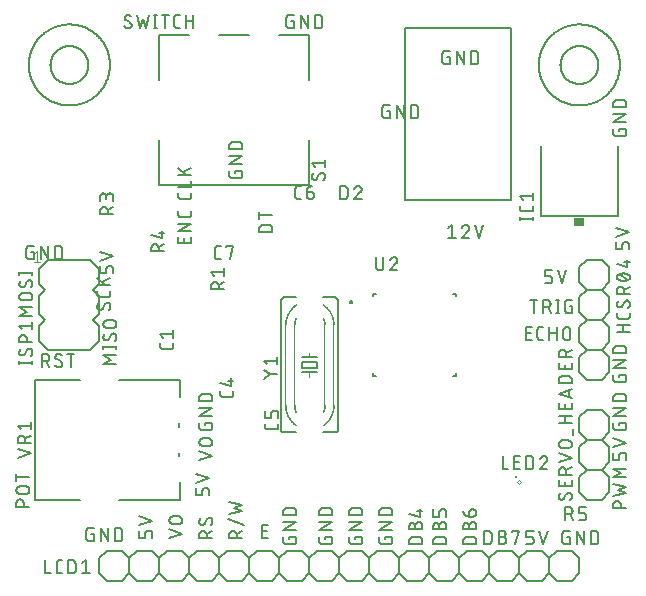
<source format=gto>
G04 EAGLE Gerber RS-274X export*
G75*
%MOMM*%
%FSLAX34Y34*%
%LPD*%
%INSilkscreen Top*%
%IPPOS*%
%AMOC8*
5,1,8,0,0,1.08239X$1,22.5*%
G01*
%ADD10C,0.152400*%
%ADD11C,0.127000*%
%ADD12C,0.203200*%
%ADD13R,0.863600X0.762000*%
%ADD14C,0.076200*%
%ADD15C,0.063400*%
%ADD16C,0.250000*%
%ADD17C,0.200000*%
%ADD18C,0.005078*%
%ADD19C,0.050800*%


D10*
X171111Y60311D02*
X172974Y60311D01*
X172974Y54102D01*
X169249Y54102D01*
X169151Y54104D01*
X169054Y54110D01*
X168957Y54119D01*
X168860Y54133D01*
X168764Y54150D01*
X168669Y54171D01*
X168575Y54195D01*
X168481Y54224D01*
X168389Y54256D01*
X168298Y54291D01*
X168209Y54330D01*
X168121Y54373D01*
X168035Y54419D01*
X167951Y54468D01*
X167869Y54521D01*
X167789Y54576D01*
X167711Y54635D01*
X167636Y54697D01*
X167563Y54762D01*
X167493Y54830D01*
X167425Y54900D01*
X167360Y54973D01*
X167298Y55048D01*
X167239Y55126D01*
X167184Y55206D01*
X167131Y55288D01*
X167082Y55372D01*
X167036Y55458D01*
X166993Y55546D01*
X166954Y55635D01*
X166919Y55726D01*
X166887Y55818D01*
X166858Y55912D01*
X166834Y56006D01*
X166813Y56101D01*
X166796Y56197D01*
X166782Y56294D01*
X166773Y56391D01*
X166767Y56488D01*
X166765Y56586D01*
X166765Y62794D01*
X166767Y62892D01*
X166773Y62989D01*
X166782Y63086D01*
X166796Y63183D01*
X166813Y63279D01*
X166834Y63374D01*
X166858Y63468D01*
X166887Y63562D01*
X166919Y63654D01*
X166954Y63745D01*
X166993Y63834D01*
X167036Y63922D01*
X167082Y64008D01*
X167131Y64092D01*
X167184Y64174D01*
X167239Y64254D01*
X167298Y64332D01*
X167360Y64407D01*
X167425Y64480D01*
X167493Y64550D01*
X167563Y64618D01*
X167636Y64683D01*
X167711Y64745D01*
X167789Y64804D01*
X167869Y64859D01*
X167951Y64912D01*
X168035Y64961D01*
X168121Y65007D01*
X168209Y65050D01*
X168298Y65089D01*
X168389Y65124D01*
X168481Y65156D01*
X168575Y65185D01*
X168669Y65209D01*
X168764Y65230D01*
X168860Y65247D01*
X168957Y65261D01*
X169054Y65270D01*
X169151Y65276D01*
X169249Y65278D01*
X172974Y65278D01*
X178957Y65278D02*
X178957Y54102D01*
X185166Y54102D02*
X178957Y65278D01*
X185166Y65278D02*
X185166Y54102D01*
X191149Y54102D02*
X191149Y65278D01*
X194254Y65278D01*
X194365Y65276D01*
X194475Y65270D01*
X194586Y65260D01*
X194696Y65246D01*
X194805Y65229D01*
X194914Y65207D01*
X195022Y65182D01*
X195128Y65152D01*
X195234Y65119D01*
X195339Y65082D01*
X195442Y65042D01*
X195543Y64997D01*
X195643Y64950D01*
X195742Y64898D01*
X195838Y64843D01*
X195932Y64785D01*
X196024Y64724D01*
X196114Y64659D01*
X196202Y64591D01*
X196287Y64520D01*
X196369Y64446D01*
X196449Y64369D01*
X196526Y64289D01*
X196600Y64207D01*
X196671Y64122D01*
X196739Y64034D01*
X196804Y63944D01*
X196865Y63852D01*
X196923Y63758D01*
X196978Y63662D01*
X197030Y63563D01*
X197077Y63463D01*
X197122Y63362D01*
X197162Y63259D01*
X197199Y63154D01*
X197232Y63048D01*
X197262Y62942D01*
X197287Y62834D01*
X197309Y62725D01*
X197326Y62616D01*
X197340Y62506D01*
X197350Y62395D01*
X197356Y62285D01*
X197358Y62174D01*
X197358Y57206D01*
X197356Y57095D01*
X197350Y56985D01*
X197340Y56874D01*
X197326Y56764D01*
X197309Y56655D01*
X197287Y56546D01*
X197262Y56438D01*
X197232Y56332D01*
X197199Y56226D01*
X197162Y56121D01*
X197122Y56018D01*
X197077Y55917D01*
X197030Y55817D01*
X196978Y55718D01*
X196923Y55622D01*
X196865Y55528D01*
X196804Y55436D01*
X196739Y55346D01*
X196671Y55258D01*
X196600Y55173D01*
X196526Y55091D01*
X196449Y55011D01*
X196369Y54934D01*
X196287Y54860D01*
X196202Y54789D01*
X196114Y54721D01*
X196024Y54656D01*
X195932Y54595D01*
X195838Y54537D01*
X195742Y54482D01*
X195643Y54430D01*
X195543Y54383D01*
X195442Y54338D01*
X195339Y54298D01*
X195234Y54261D01*
X195128Y54228D01*
X195022Y54198D01*
X194914Y54173D01*
X194805Y54151D01*
X194696Y54134D01*
X194586Y54120D01*
X194475Y54110D01*
X194365Y54104D01*
X194254Y54102D01*
X191149Y54102D01*
X368949Y55908D02*
X368949Y57771D01*
X375158Y57771D01*
X375158Y54046D01*
X375156Y53948D01*
X375150Y53851D01*
X375141Y53754D01*
X375127Y53657D01*
X375110Y53561D01*
X375089Y53466D01*
X375065Y53372D01*
X375036Y53278D01*
X375004Y53186D01*
X374969Y53095D01*
X374930Y53006D01*
X374887Y52918D01*
X374841Y52832D01*
X374792Y52748D01*
X374739Y52666D01*
X374684Y52586D01*
X374625Y52508D01*
X374563Y52433D01*
X374498Y52360D01*
X374430Y52290D01*
X374360Y52222D01*
X374287Y52157D01*
X374212Y52095D01*
X374134Y52036D01*
X374054Y51981D01*
X373972Y51928D01*
X373888Y51879D01*
X373802Y51833D01*
X373714Y51790D01*
X373625Y51751D01*
X373534Y51716D01*
X373442Y51684D01*
X373348Y51655D01*
X373254Y51631D01*
X373159Y51610D01*
X373063Y51593D01*
X372966Y51579D01*
X372869Y51570D01*
X372772Y51564D01*
X372674Y51562D01*
X366466Y51562D01*
X366368Y51564D01*
X366271Y51570D01*
X366174Y51579D01*
X366077Y51593D01*
X365981Y51610D01*
X365886Y51631D01*
X365792Y51655D01*
X365698Y51684D01*
X365606Y51716D01*
X365515Y51751D01*
X365426Y51790D01*
X365338Y51833D01*
X365252Y51879D01*
X365168Y51928D01*
X365086Y51981D01*
X365006Y52036D01*
X364928Y52095D01*
X364853Y52157D01*
X364780Y52222D01*
X364710Y52290D01*
X364642Y52360D01*
X364577Y52433D01*
X364515Y52508D01*
X364456Y52586D01*
X364401Y52666D01*
X364348Y52748D01*
X364299Y52832D01*
X364253Y52918D01*
X364210Y53006D01*
X364171Y53095D01*
X364136Y53186D01*
X364104Y53278D01*
X364075Y53372D01*
X364051Y53466D01*
X364030Y53561D01*
X364013Y53657D01*
X363999Y53754D01*
X363990Y53851D01*
X363984Y53948D01*
X363982Y54046D01*
X363982Y57771D01*
X363982Y63754D02*
X375158Y63754D01*
X375158Y69963D02*
X363982Y63754D01*
X363982Y69963D02*
X375158Y69963D01*
X375158Y75946D02*
X363982Y75946D01*
X363982Y79050D01*
X363984Y79158D01*
X363990Y79267D01*
X363999Y79374D01*
X364012Y79482D01*
X364029Y79589D01*
X364050Y79695D01*
X364074Y79801D01*
X364102Y79906D01*
X364134Y80009D01*
X364169Y80112D01*
X364208Y80213D01*
X364250Y80313D01*
X364296Y80411D01*
X364345Y80507D01*
X364398Y80602D01*
X364454Y80695D01*
X364513Y80786D01*
X364575Y80874D01*
X364640Y80961D01*
X364708Y81045D01*
X364779Y81127D01*
X364853Y81206D01*
X364930Y81283D01*
X365009Y81357D01*
X365091Y81428D01*
X365175Y81496D01*
X365262Y81561D01*
X365350Y81623D01*
X365441Y81682D01*
X365534Y81738D01*
X365629Y81791D01*
X365725Y81840D01*
X365824Y81886D01*
X365923Y81928D01*
X366024Y81967D01*
X366127Y82002D01*
X366230Y82034D01*
X366335Y82062D01*
X366441Y82086D01*
X366547Y82107D01*
X366654Y82124D01*
X366762Y82137D01*
X366870Y82146D01*
X366978Y82152D01*
X367086Y82154D01*
X367086Y82155D02*
X372054Y82155D01*
X372054Y82154D02*
X372165Y82152D01*
X372275Y82146D01*
X372386Y82136D01*
X372496Y82122D01*
X372605Y82105D01*
X372714Y82083D01*
X372822Y82058D01*
X372928Y82028D01*
X373034Y81995D01*
X373139Y81958D01*
X373242Y81918D01*
X373343Y81873D01*
X373443Y81826D01*
X373542Y81774D01*
X373638Y81719D01*
X373732Y81661D01*
X373824Y81600D01*
X373914Y81535D01*
X374002Y81467D01*
X374087Y81396D01*
X374169Y81322D01*
X374249Y81245D01*
X374326Y81165D01*
X374400Y81083D01*
X374471Y80998D01*
X374539Y80910D01*
X374604Y80820D01*
X374665Y80728D01*
X374723Y80634D01*
X374778Y80538D01*
X374830Y80439D01*
X374877Y80339D01*
X374922Y80238D01*
X374962Y80135D01*
X374999Y80030D01*
X375032Y79924D01*
X375062Y79818D01*
X375087Y79710D01*
X375109Y79601D01*
X375126Y79492D01*
X375140Y79382D01*
X375150Y79271D01*
X375156Y79161D01*
X375158Y79050D01*
X375158Y75946D01*
X394349Y57771D02*
X394349Y55908D01*
X394349Y57771D02*
X400558Y57771D01*
X400558Y54046D01*
X400556Y53948D01*
X400550Y53851D01*
X400541Y53754D01*
X400527Y53657D01*
X400510Y53561D01*
X400489Y53466D01*
X400465Y53372D01*
X400436Y53278D01*
X400404Y53186D01*
X400369Y53095D01*
X400330Y53006D01*
X400287Y52918D01*
X400241Y52832D01*
X400192Y52748D01*
X400139Y52666D01*
X400084Y52586D01*
X400025Y52508D01*
X399963Y52433D01*
X399898Y52360D01*
X399830Y52290D01*
X399760Y52222D01*
X399687Y52157D01*
X399612Y52095D01*
X399534Y52036D01*
X399454Y51981D01*
X399372Y51928D01*
X399288Y51879D01*
X399202Y51833D01*
X399114Y51790D01*
X399025Y51751D01*
X398934Y51716D01*
X398842Y51684D01*
X398748Y51655D01*
X398654Y51631D01*
X398559Y51610D01*
X398463Y51593D01*
X398366Y51579D01*
X398269Y51570D01*
X398172Y51564D01*
X398074Y51562D01*
X391866Y51562D01*
X391768Y51564D01*
X391671Y51570D01*
X391574Y51579D01*
X391477Y51593D01*
X391381Y51610D01*
X391286Y51631D01*
X391192Y51655D01*
X391098Y51684D01*
X391006Y51716D01*
X390915Y51751D01*
X390826Y51790D01*
X390738Y51833D01*
X390652Y51879D01*
X390568Y51928D01*
X390486Y51981D01*
X390406Y52036D01*
X390328Y52095D01*
X390253Y52157D01*
X390180Y52222D01*
X390110Y52290D01*
X390042Y52360D01*
X389977Y52433D01*
X389915Y52508D01*
X389856Y52586D01*
X389801Y52666D01*
X389748Y52748D01*
X389699Y52832D01*
X389653Y52918D01*
X389610Y53006D01*
X389571Y53095D01*
X389536Y53186D01*
X389504Y53278D01*
X389475Y53372D01*
X389451Y53466D01*
X389430Y53561D01*
X389413Y53657D01*
X389399Y53754D01*
X389390Y53851D01*
X389384Y53948D01*
X389382Y54046D01*
X389382Y57771D01*
X389382Y63754D02*
X400558Y63754D01*
X400558Y69963D02*
X389382Y63754D01*
X389382Y69963D02*
X400558Y69963D01*
X400558Y75946D02*
X389382Y75946D01*
X389382Y79050D01*
X389384Y79158D01*
X389390Y79267D01*
X389399Y79374D01*
X389412Y79482D01*
X389429Y79589D01*
X389450Y79695D01*
X389474Y79801D01*
X389502Y79906D01*
X389534Y80009D01*
X389569Y80112D01*
X389608Y80213D01*
X389650Y80313D01*
X389696Y80411D01*
X389745Y80507D01*
X389798Y80602D01*
X389854Y80695D01*
X389913Y80786D01*
X389975Y80874D01*
X390040Y80961D01*
X390108Y81045D01*
X390179Y81127D01*
X390253Y81206D01*
X390330Y81283D01*
X390409Y81357D01*
X390491Y81428D01*
X390575Y81496D01*
X390662Y81561D01*
X390750Y81623D01*
X390841Y81682D01*
X390934Y81738D01*
X391029Y81791D01*
X391125Y81840D01*
X391224Y81886D01*
X391323Y81928D01*
X391424Y81967D01*
X391527Y82002D01*
X391630Y82034D01*
X391735Y82062D01*
X391841Y82086D01*
X391947Y82107D01*
X392054Y82124D01*
X392162Y82137D01*
X392270Y82146D01*
X392378Y82152D01*
X392486Y82154D01*
X392486Y82155D02*
X397454Y82155D01*
X397454Y82154D02*
X397565Y82152D01*
X397675Y82146D01*
X397786Y82136D01*
X397896Y82122D01*
X398005Y82105D01*
X398114Y82083D01*
X398222Y82058D01*
X398328Y82028D01*
X398434Y81995D01*
X398539Y81958D01*
X398642Y81918D01*
X398743Y81873D01*
X398843Y81826D01*
X398942Y81774D01*
X399038Y81719D01*
X399132Y81661D01*
X399224Y81600D01*
X399314Y81535D01*
X399402Y81467D01*
X399487Y81396D01*
X399569Y81322D01*
X399649Y81245D01*
X399726Y81165D01*
X399800Y81083D01*
X399871Y80998D01*
X399939Y80910D01*
X400004Y80820D01*
X400065Y80728D01*
X400123Y80634D01*
X400178Y80538D01*
X400230Y80439D01*
X400277Y80339D01*
X400322Y80238D01*
X400362Y80135D01*
X400399Y80030D01*
X400432Y79924D01*
X400462Y79818D01*
X400487Y79710D01*
X400509Y79601D01*
X400526Y79492D01*
X400540Y79382D01*
X400550Y79271D01*
X400556Y79161D01*
X400558Y79050D01*
X400558Y75946D01*
X419749Y57771D02*
X419749Y55908D01*
X419749Y57771D02*
X425958Y57771D01*
X425958Y54046D01*
X425956Y53948D01*
X425950Y53851D01*
X425941Y53754D01*
X425927Y53657D01*
X425910Y53561D01*
X425889Y53466D01*
X425865Y53372D01*
X425836Y53278D01*
X425804Y53186D01*
X425769Y53095D01*
X425730Y53006D01*
X425687Y52918D01*
X425641Y52832D01*
X425592Y52748D01*
X425539Y52666D01*
X425484Y52586D01*
X425425Y52508D01*
X425363Y52433D01*
X425298Y52360D01*
X425230Y52290D01*
X425160Y52222D01*
X425087Y52157D01*
X425012Y52095D01*
X424934Y52036D01*
X424854Y51981D01*
X424772Y51928D01*
X424688Y51879D01*
X424602Y51833D01*
X424514Y51790D01*
X424425Y51751D01*
X424334Y51716D01*
X424242Y51684D01*
X424148Y51655D01*
X424054Y51631D01*
X423959Y51610D01*
X423863Y51593D01*
X423766Y51579D01*
X423669Y51570D01*
X423572Y51564D01*
X423474Y51562D01*
X417266Y51562D01*
X417168Y51564D01*
X417071Y51570D01*
X416974Y51579D01*
X416877Y51593D01*
X416781Y51610D01*
X416686Y51631D01*
X416592Y51655D01*
X416498Y51684D01*
X416406Y51716D01*
X416315Y51751D01*
X416226Y51790D01*
X416138Y51833D01*
X416052Y51879D01*
X415968Y51928D01*
X415886Y51981D01*
X415806Y52036D01*
X415728Y52095D01*
X415653Y52157D01*
X415580Y52222D01*
X415510Y52290D01*
X415442Y52360D01*
X415377Y52433D01*
X415315Y52508D01*
X415256Y52586D01*
X415201Y52666D01*
X415148Y52748D01*
X415099Y52832D01*
X415053Y52918D01*
X415010Y53006D01*
X414971Y53095D01*
X414936Y53186D01*
X414904Y53278D01*
X414875Y53372D01*
X414851Y53466D01*
X414830Y53561D01*
X414813Y53657D01*
X414799Y53754D01*
X414790Y53851D01*
X414784Y53948D01*
X414782Y54046D01*
X414782Y57771D01*
X414782Y63754D02*
X425958Y63754D01*
X425958Y69963D02*
X414782Y63754D01*
X414782Y69963D02*
X425958Y69963D01*
X425958Y75946D02*
X414782Y75946D01*
X414782Y79050D01*
X414784Y79158D01*
X414790Y79267D01*
X414799Y79374D01*
X414812Y79482D01*
X414829Y79589D01*
X414850Y79695D01*
X414874Y79801D01*
X414902Y79906D01*
X414934Y80009D01*
X414969Y80112D01*
X415008Y80213D01*
X415050Y80313D01*
X415096Y80411D01*
X415145Y80507D01*
X415198Y80602D01*
X415254Y80695D01*
X415313Y80786D01*
X415375Y80874D01*
X415440Y80961D01*
X415508Y81045D01*
X415579Y81127D01*
X415653Y81206D01*
X415730Y81283D01*
X415809Y81357D01*
X415891Y81428D01*
X415975Y81496D01*
X416062Y81561D01*
X416150Y81623D01*
X416241Y81682D01*
X416334Y81738D01*
X416429Y81791D01*
X416525Y81840D01*
X416624Y81886D01*
X416723Y81928D01*
X416824Y81967D01*
X416927Y82002D01*
X417030Y82034D01*
X417135Y82062D01*
X417241Y82086D01*
X417347Y82107D01*
X417454Y82124D01*
X417562Y82137D01*
X417670Y82146D01*
X417778Y82152D01*
X417886Y82154D01*
X417886Y82155D02*
X422854Y82155D01*
X422854Y82154D02*
X422965Y82152D01*
X423075Y82146D01*
X423186Y82136D01*
X423296Y82122D01*
X423405Y82105D01*
X423514Y82083D01*
X423622Y82058D01*
X423728Y82028D01*
X423834Y81995D01*
X423939Y81958D01*
X424042Y81918D01*
X424143Y81873D01*
X424243Y81826D01*
X424342Y81774D01*
X424438Y81719D01*
X424532Y81661D01*
X424624Y81600D01*
X424714Y81535D01*
X424802Y81467D01*
X424887Y81396D01*
X424969Y81322D01*
X425049Y81245D01*
X425126Y81165D01*
X425200Y81083D01*
X425271Y80998D01*
X425339Y80910D01*
X425404Y80820D01*
X425465Y80728D01*
X425523Y80634D01*
X425578Y80538D01*
X425630Y80439D01*
X425677Y80339D01*
X425722Y80238D01*
X425762Y80135D01*
X425799Y80030D01*
X425832Y79924D01*
X425862Y79818D01*
X425887Y79710D01*
X425909Y79601D01*
X425926Y79492D01*
X425940Y79382D01*
X425950Y79271D01*
X425956Y79161D01*
X425958Y79050D01*
X425958Y75946D01*
X338469Y57771D02*
X338469Y55908D01*
X338469Y57771D02*
X344678Y57771D01*
X344678Y54046D01*
X344676Y53948D01*
X344670Y53851D01*
X344661Y53754D01*
X344647Y53657D01*
X344630Y53561D01*
X344609Y53466D01*
X344585Y53372D01*
X344556Y53278D01*
X344524Y53186D01*
X344489Y53095D01*
X344450Y53006D01*
X344407Y52918D01*
X344361Y52832D01*
X344312Y52748D01*
X344259Y52666D01*
X344204Y52586D01*
X344145Y52508D01*
X344083Y52433D01*
X344018Y52360D01*
X343950Y52290D01*
X343880Y52222D01*
X343807Y52157D01*
X343732Y52095D01*
X343654Y52036D01*
X343574Y51981D01*
X343492Y51928D01*
X343408Y51879D01*
X343322Y51833D01*
X343234Y51790D01*
X343145Y51751D01*
X343054Y51716D01*
X342962Y51684D01*
X342868Y51655D01*
X342774Y51631D01*
X342679Y51610D01*
X342583Y51593D01*
X342486Y51579D01*
X342389Y51570D01*
X342292Y51564D01*
X342194Y51562D01*
X335986Y51562D01*
X335888Y51564D01*
X335791Y51570D01*
X335694Y51579D01*
X335597Y51593D01*
X335501Y51610D01*
X335406Y51631D01*
X335312Y51655D01*
X335218Y51684D01*
X335126Y51716D01*
X335035Y51751D01*
X334946Y51790D01*
X334858Y51833D01*
X334772Y51879D01*
X334688Y51928D01*
X334606Y51981D01*
X334526Y52036D01*
X334448Y52095D01*
X334373Y52157D01*
X334300Y52222D01*
X334230Y52290D01*
X334162Y52360D01*
X334097Y52433D01*
X334035Y52508D01*
X333976Y52586D01*
X333921Y52666D01*
X333868Y52748D01*
X333819Y52832D01*
X333773Y52918D01*
X333730Y53006D01*
X333691Y53095D01*
X333656Y53186D01*
X333624Y53278D01*
X333595Y53372D01*
X333571Y53466D01*
X333550Y53561D01*
X333533Y53657D01*
X333519Y53754D01*
X333510Y53851D01*
X333504Y53948D01*
X333502Y54046D01*
X333502Y57771D01*
X333502Y63754D02*
X344678Y63754D01*
X344678Y69963D02*
X333502Y63754D01*
X333502Y69963D02*
X344678Y69963D01*
X344678Y75946D02*
X333502Y75946D01*
X333502Y79050D01*
X333504Y79158D01*
X333510Y79267D01*
X333519Y79374D01*
X333532Y79482D01*
X333549Y79589D01*
X333570Y79695D01*
X333594Y79801D01*
X333622Y79906D01*
X333654Y80009D01*
X333689Y80112D01*
X333728Y80213D01*
X333770Y80313D01*
X333816Y80411D01*
X333865Y80507D01*
X333918Y80602D01*
X333974Y80695D01*
X334033Y80786D01*
X334095Y80874D01*
X334160Y80961D01*
X334228Y81045D01*
X334299Y81127D01*
X334373Y81206D01*
X334450Y81283D01*
X334529Y81357D01*
X334611Y81428D01*
X334695Y81496D01*
X334782Y81561D01*
X334870Y81623D01*
X334961Y81682D01*
X335054Y81738D01*
X335149Y81791D01*
X335245Y81840D01*
X335344Y81886D01*
X335443Y81928D01*
X335544Y81967D01*
X335647Y82002D01*
X335750Y82034D01*
X335855Y82062D01*
X335961Y82086D01*
X336067Y82107D01*
X336174Y82124D01*
X336282Y82137D01*
X336390Y82146D01*
X336498Y82152D01*
X336606Y82154D01*
X336606Y82155D02*
X341574Y82155D01*
X341574Y82154D02*
X341685Y82152D01*
X341795Y82146D01*
X341906Y82136D01*
X342016Y82122D01*
X342125Y82105D01*
X342234Y82083D01*
X342342Y82058D01*
X342448Y82028D01*
X342554Y81995D01*
X342659Y81958D01*
X342762Y81918D01*
X342863Y81873D01*
X342963Y81826D01*
X343062Y81774D01*
X343158Y81719D01*
X343252Y81661D01*
X343344Y81600D01*
X343434Y81535D01*
X343522Y81467D01*
X343607Y81396D01*
X343689Y81322D01*
X343769Y81245D01*
X343846Y81165D01*
X343920Y81083D01*
X343991Y80998D01*
X344059Y80910D01*
X344124Y80820D01*
X344185Y80728D01*
X344243Y80634D01*
X344298Y80538D01*
X344350Y80439D01*
X344397Y80339D01*
X344442Y80238D01*
X344482Y80135D01*
X344519Y80030D01*
X344552Y79924D01*
X344582Y79818D01*
X344607Y79710D01*
X344629Y79601D01*
X344646Y79492D01*
X344660Y79382D01*
X344670Y79271D01*
X344676Y79161D01*
X344678Y79050D01*
X344678Y75946D01*
X574068Y57771D02*
X575931Y57771D01*
X575931Y51562D01*
X572206Y51562D01*
X572108Y51564D01*
X572011Y51570D01*
X571914Y51579D01*
X571817Y51593D01*
X571721Y51610D01*
X571626Y51631D01*
X571532Y51655D01*
X571438Y51684D01*
X571346Y51716D01*
X571255Y51751D01*
X571166Y51790D01*
X571078Y51833D01*
X570992Y51879D01*
X570908Y51928D01*
X570826Y51981D01*
X570746Y52036D01*
X570668Y52095D01*
X570593Y52157D01*
X570520Y52222D01*
X570450Y52290D01*
X570382Y52360D01*
X570317Y52433D01*
X570255Y52508D01*
X570196Y52586D01*
X570141Y52666D01*
X570088Y52748D01*
X570039Y52832D01*
X569993Y52918D01*
X569950Y53006D01*
X569911Y53095D01*
X569876Y53186D01*
X569844Y53278D01*
X569815Y53372D01*
X569791Y53466D01*
X569770Y53561D01*
X569753Y53657D01*
X569739Y53754D01*
X569730Y53851D01*
X569724Y53948D01*
X569722Y54046D01*
X569722Y60254D01*
X569724Y60352D01*
X569730Y60449D01*
X569739Y60546D01*
X569753Y60643D01*
X569770Y60739D01*
X569791Y60834D01*
X569815Y60928D01*
X569844Y61022D01*
X569876Y61114D01*
X569911Y61205D01*
X569950Y61294D01*
X569993Y61382D01*
X570039Y61468D01*
X570088Y61552D01*
X570141Y61634D01*
X570196Y61714D01*
X570255Y61792D01*
X570317Y61867D01*
X570382Y61940D01*
X570450Y62010D01*
X570520Y62078D01*
X570593Y62143D01*
X570668Y62205D01*
X570746Y62264D01*
X570826Y62319D01*
X570908Y62372D01*
X570992Y62421D01*
X571078Y62467D01*
X571166Y62510D01*
X571255Y62549D01*
X571346Y62584D01*
X571438Y62616D01*
X571532Y62645D01*
X571626Y62669D01*
X571721Y62690D01*
X571817Y62707D01*
X571914Y62721D01*
X572011Y62730D01*
X572108Y62736D01*
X572206Y62738D01*
X575931Y62738D01*
X581914Y62738D02*
X581914Y51562D01*
X588123Y51562D02*
X581914Y62738D01*
X588123Y62738D02*
X588123Y51562D01*
X594106Y51562D02*
X594106Y62738D01*
X597210Y62738D01*
X597321Y62736D01*
X597431Y62730D01*
X597542Y62720D01*
X597652Y62706D01*
X597761Y62689D01*
X597870Y62667D01*
X597978Y62642D01*
X598084Y62612D01*
X598190Y62579D01*
X598295Y62542D01*
X598398Y62502D01*
X598499Y62457D01*
X598599Y62410D01*
X598698Y62358D01*
X598794Y62303D01*
X598888Y62245D01*
X598980Y62184D01*
X599070Y62119D01*
X599158Y62051D01*
X599243Y61980D01*
X599325Y61906D01*
X599405Y61829D01*
X599482Y61749D01*
X599556Y61667D01*
X599627Y61582D01*
X599695Y61494D01*
X599760Y61404D01*
X599821Y61312D01*
X599879Y61218D01*
X599934Y61122D01*
X599986Y61023D01*
X600033Y60923D01*
X600078Y60822D01*
X600118Y60719D01*
X600155Y60614D01*
X600188Y60508D01*
X600218Y60402D01*
X600243Y60294D01*
X600265Y60185D01*
X600282Y60076D01*
X600296Y59966D01*
X600306Y59855D01*
X600312Y59745D01*
X600314Y59634D01*
X600315Y59634D02*
X600315Y54666D01*
X600314Y54666D02*
X600312Y54555D01*
X600306Y54445D01*
X600296Y54334D01*
X600282Y54224D01*
X600265Y54115D01*
X600243Y54006D01*
X600218Y53898D01*
X600188Y53792D01*
X600155Y53686D01*
X600118Y53581D01*
X600078Y53478D01*
X600033Y53377D01*
X599986Y53277D01*
X599934Y53178D01*
X599879Y53082D01*
X599821Y52988D01*
X599760Y52896D01*
X599695Y52806D01*
X599627Y52718D01*
X599556Y52633D01*
X599482Y52551D01*
X599405Y52471D01*
X599325Y52394D01*
X599243Y52320D01*
X599158Y52249D01*
X599070Y52181D01*
X598980Y52116D01*
X598888Y52055D01*
X598794Y51997D01*
X598698Y51942D01*
X598599Y51890D01*
X598499Y51843D01*
X598398Y51798D01*
X598295Y51758D01*
X598190Y51721D01*
X598084Y51688D01*
X597978Y51658D01*
X597870Y51633D01*
X597761Y51611D01*
X597652Y51594D01*
X597542Y51580D01*
X597431Y51570D01*
X597321Y51564D01*
X597210Y51562D01*
X594106Y51562D01*
X222758Y56642D02*
X222758Y60367D01*
X222756Y60465D01*
X222750Y60562D01*
X222741Y60659D01*
X222727Y60756D01*
X222710Y60852D01*
X222689Y60947D01*
X222665Y61041D01*
X222636Y61135D01*
X222604Y61227D01*
X222569Y61318D01*
X222530Y61407D01*
X222487Y61495D01*
X222441Y61581D01*
X222392Y61665D01*
X222339Y61747D01*
X222284Y61827D01*
X222225Y61905D01*
X222163Y61980D01*
X222098Y62053D01*
X222030Y62123D01*
X221960Y62191D01*
X221887Y62256D01*
X221812Y62318D01*
X221734Y62377D01*
X221654Y62432D01*
X221572Y62485D01*
X221488Y62534D01*
X221402Y62580D01*
X221314Y62623D01*
X221225Y62662D01*
X221134Y62697D01*
X221042Y62729D01*
X220948Y62758D01*
X220854Y62782D01*
X220759Y62803D01*
X220663Y62820D01*
X220566Y62834D01*
X220469Y62843D01*
X220372Y62849D01*
X220274Y62851D01*
X219033Y62851D01*
X218935Y62849D01*
X218838Y62843D01*
X218741Y62834D01*
X218644Y62820D01*
X218548Y62803D01*
X218453Y62782D01*
X218359Y62758D01*
X218265Y62729D01*
X218173Y62697D01*
X218082Y62662D01*
X217993Y62623D01*
X217905Y62580D01*
X217819Y62534D01*
X217735Y62485D01*
X217653Y62432D01*
X217573Y62377D01*
X217495Y62318D01*
X217420Y62256D01*
X217347Y62191D01*
X217277Y62123D01*
X217209Y62053D01*
X217144Y61980D01*
X217082Y61905D01*
X217023Y61827D01*
X216968Y61747D01*
X216915Y61665D01*
X216866Y61581D01*
X216820Y61495D01*
X216777Y61407D01*
X216738Y61318D01*
X216703Y61227D01*
X216671Y61135D01*
X216642Y61041D01*
X216618Y60947D01*
X216597Y60852D01*
X216580Y60756D01*
X216566Y60659D01*
X216557Y60562D01*
X216551Y60465D01*
X216549Y60367D01*
X216549Y56642D01*
X211582Y56642D01*
X211582Y62851D01*
X211582Y67451D02*
X222758Y71176D01*
X211582Y74902D01*
X539242Y51562D02*
X542967Y51562D01*
X543065Y51564D01*
X543162Y51570D01*
X543259Y51579D01*
X543356Y51593D01*
X543452Y51610D01*
X543547Y51631D01*
X543641Y51655D01*
X543735Y51684D01*
X543827Y51716D01*
X543918Y51751D01*
X544007Y51790D01*
X544095Y51833D01*
X544181Y51879D01*
X544265Y51928D01*
X544347Y51981D01*
X544427Y52036D01*
X544505Y52095D01*
X544580Y52157D01*
X544653Y52222D01*
X544723Y52290D01*
X544791Y52360D01*
X544856Y52433D01*
X544918Y52508D01*
X544977Y52586D01*
X545032Y52666D01*
X545085Y52748D01*
X545134Y52832D01*
X545180Y52918D01*
X545223Y53006D01*
X545262Y53095D01*
X545297Y53186D01*
X545329Y53278D01*
X545358Y53372D01*
X545382Y53466D01*
X545403Y53561D01*
X545420Y53657D01*
X545434Y53754D01*
X545443Y53851D01*
X545449Y53948D01*
X545451Y54046D01*
X545451Y55287D01*
X545449Y55385D01*
X545443Y55482D01*
X545434Y55579D01*
X545420Y55676D01*
X545403Y55772D01*
X545382Y55867D01*
X545358Y55961D01*
X545329Y56055D01*
X545297Y56147D01*
X545262Y56238D01*
X545223Y56327D01*
X545180Y56415D01*
X545134Y56501D01*
X545085Y56585D01*
X545032Y56667D01*
X544977Y56747D01*
X544918Y56825D01*
X544856Y56900D01*
X544791Y56973D01*
X544723Y57043D01*
X544653Y57111D01*
X544580Y57176D01*
X544505Y57238D01*
X544427Y57297D01*
X544347Y57352D01*
X544265Y57405D01*
X544181Y57454D01*
X544095Y57500D01*
X544007Y57543D01*
X543918Y57582D01*
X543827Y57617D01*
X543735Y57649D01*
X543641Y57678D01*
X543547Y57702D01*
X543452Y57723D01*
X543356Y57740D01*
X543259Y57754D01*
X543162Y57763D01*
X543065Y57769D01*
X542967Y57771D01*
X539242Y57771D01*
X539242Y62738D01*
X545451Y62738D01*
X550051Y62738D02*
X553776Y51562D01*
X557502Y62738D01*
X624078Y122682D02*
X624078Y126407D01*
X624076Y126505D01*
X624070Y126602D01*
X624061Y126699D01*
X624047Y126796D01*
X624030Y126892D01*
X624009Y126987D01*
X623985Y127081D01*
X623956Y127175D01*
X623924Y127267D01*
X623889Y127358D01*
X623850Y127447D01*
X623807Y127535D01*
X623761Y127621D01*
X623712Y127705D01*
X623659Y127787D01*
X623604Y127867D01*
X623545Y127945D01*
X623483Y128020D01*
X623418Y128093D01*
X623350Y128163D01*
X623280Y128231D01*
X623207Y128296D01*
X623132Y128358D01*
X623054Y128417D01*
X622974Y128472D01*
X622892Y128525D01*
X622808Y128574D01*
X622722Y128620D01*
X622634Y128663D01*
X622545Y128702D01*
X622454Y128737D01*
X622362Y128769D01*
X622268Y128798D01*
X622174Y128822D01*
X622079Y128843D01*
X621983Y128860D01*
X621886Y128874D01*
X621789Y128883D01*
X621692Y128889D01*
X621594Y128891D01*
X620353Y128891D01*
X620255Y128889D01*
X620158Y128883D01*
X620061Y128874D01*
X619964Y128860D01*
X619868Y128843D01*
X619773Y128822D01*
X619679Y128798D01*
X619585Y128769D01*
X619493Y128737D01*
X619402Y128702D01*
X619313Y128663D01*
X619225Y128620D01*
X619139Y128574D01*
X619055Y128525D01*
X618973Y128472D01*
X618893Y128417D01*
X618815Y128358D01*
X618740Y128296D01*
X618667Y128231D01*
X618597Y128163D01*
X618529Y128093D01*
X618464Y128020D01*
X618402Y127945D01*
X618343Y127867D01*
X618288Y127787D01*
X618235Y127705D01*
X618186Y127621D01*
X618140Y127535D01*
X618097Y127447D01*
X618058Y127358D01*
X618023Y127267D01*
X617991Y127175D01*
X617962Y127081D01*
X617938Y126987D01*
X617917Y126892D01*
X617900Y126796D01*
X617886Y126699D01*
X617877Y126602D01*
X617871Y126505D01*
X617869Y126407D01*
X617869Y122682D01*
X612902Y122682D01*
X612902Y128891D01*
X612902Y133491D02*
X624078Y137216D01*
X612902Y140942D01*
X558744Y272542D02*
X555018Y272542D01*
X558744Y272542D02*
X558842Y272544D01*
X558939Y272550D01*
X559036Y272559D01*
X559133Y272573D01*
X559229Y272590D01*
X559324Y272611D01*
X559418Y272635D01*
X559512Y272664D01*
X559604Y272696D01*
X559695Y272731D01*
X559784Y272770D01*
X559872Y272813D01*
X559958Y272859D01*
X560042Y272908D01*
X560124Y272961D01*
X560204Y273016D01*
X560282Y273075D01*
X560357Y273137D01*
X560430Y273202D01*
X560500Y273270D01*
X560568Y273340D01*
X560633Y273413D01*
X560695Y273488D01*
X560754Y273566D01*
X560809Y273646D01*
X560862Y273728D01*
X560911Y273812D01*
X560957Y273898D01*
X561000Y273986D01*
X561039Y274075D01*
X561074Y274166D01*
X561106Y274258D01*
X561135Y274352D01*
X561159Y274446D01*
X561180Y274541D01*
X561197Y274637D01*
X561211Y274734D01*
X561220Y274831D01*
X561226Y274928D01*
X561228Y275026D01*
X561227Y275026D02*
X561227Y276267D01*
X561228Y276267D02*
X561226Y276365D01*
X561220Y276462D01*
X561211Y276559D01*
X561197Y276656D01*
X561180Y276752D01*
X561159Y276847D01*
X561135Y276941D01*
X561106Y277035D01*
X561074Y277127D01*
X561039Y277218D01*
X561000Y277307D01*
X560957Y277395D01*
X560911Y277481D01*
X560862Y277565D01*
X560809Y277647D01*
X560754Y277727D01*
X560695Y277805D01*
X560633Y277880D01*
X560568Y277953D01*
X560500Y278023D01*
X560430Y278091D01*
X560357Y278156D01*
X560282Y278218D01*
X560204Y278277D01*
X560124Y278332D01*
X560042Y278385D01*
X559958Y278434D01*
X559872Y278480D01*
X559784Y278523D01*
X559695Y278562D01*
X559604Y278597D01*
X559512Y278629D01*
X559418Y278658D01*
X559324Y278682D01*
X559229Y278703D01*
X559133Y278720D01*
X559036Y278734D01*
X558939Y278743D01*
X558842Y278749D01*
X558744Y278751D01*
X555018Y278751D01*
X555018Y283718D01*
X561227Y283718D01*
X565827Y283718D02*
X569553Y272542D01*
X573278Y283718D01*
X626618Y301018D02*
X626618Y304744D01*
X626616Y304842D01*
X626610Y304939D01*
X626601Y305036D01*
X626587Y305133D01*
X626570Y305229D01*
X626549Y305324D01*
X626525Y305418D01*
X626496Y305512D01*
X626464Y305604D01*
X626429Y305695D01*
X626390Y305784D01*
X626347Y305872D01*
X626301Y305958D01*
X626252Y306042D01*
X626199Y306124D01*
X626144Y306204D01*
X626085Y306282D01*
X626023Y306357D01*
X625958Y306430D01*
X625890Y306500D01*
X625820Y306568D01*
X625747Y306633D01*
X625672Y306695D01*
X625594Y306754D01*
X625514Y306809D01*
X625432Y306862D01*
X625348Y306911D01*
X625262Y306957D01*
X625174Y307000D01*
X625085Y307039D01*
X624994Y307074D01*
X624902Y307106D01*
X624808Y307135D01*
X624714Y307159D01*
X624619Y307180D01*
X624523Y307197D01*
X624426Y307211D01*
X624329Y307220D01*
X624232Y307226D01*
X624134Y307228D01*
X624134Y307227D02*
X622893Y307227D01*
X622893Y307228D02*
X622795Y307226D01*
X622698Y307220D01*
X622601Y307211D01*
X622504Y307197D01*
X622408Y307180D01*
X622313Y307159D01*
X622219Y307135D01*
X622125Y307106D01*
X622033Y307074D01*
X621942Y307039D01*
X621853Y307000D01*
X621765Y306957D01*
X621679Y306911D01*
X621595Y306862D01*
X621513Y306809D01*
X621433Y306754D01*
X621355Y306695D01*
X621280Y306633D01*
X621207Y306568D01*
X621137Y306500D01*
X621069Y306430D01*
X621004Y306357D01*
X620942Y306282D01*
X620883Y306204D01*
X620828Y306124D01*
X620775Y306042D01*
X620726Y305958D01*
X620680Y305872D01*
X620637Y305784D01*
X620598Y305695D01*
X620563Y305604D01*
X620531Y305512D01*
X620502Y305418D01*
X620478Y305324D01*
X620457Y305229D01*
X620440Y305133D01*
X620426Y305036D01*
X620417Y304939D01*
X620411Y304842D01*
X620409Y304744D01*
X620409Y301018D01*
X615442Y301018D01*
X615442Y307227D01*
X615442Y311827D02*
X626618Y315553D01*
X615442Y319278D01*
X271018Y96464D02*
X271018Y92738D01*
X271018Y96464D02*
X271016Y96562D01*
X271010Y96659D01*
X271001Y96756D01*
X270987Y96853D01*
X270970Y96949D01*
X270949Y97044D01*
X270925Y97138D01*
X270896Y97232D01*
X270864Y97324D01*
X270829Y97415D01*
X270790Y97504D01*
X270747Y97592D01*
X270701Y97678D01*
X270652Y97762D01*
X270599Y97844D01*
X270544Y97924D01*
X270485Y98002D01*
X270423Y98077D01*
X270358Y98150D01*
X270290Y98220D01*
X270220Y98288D01*
X270147Y98353D01*
X270072Y98415D01*
X269994Y98474D01*
X269914Y98529D01*
X269832Y98582D01*
X269748Y98631D01*
X269662Y98677D01*
X269574Y98720D01*
X269485Y98759D01*
X269394Y98794D01*
X269302Y98826D01*
X269208Y98855D01*
X269114Y98879D01*
X269019Y98900D01*
X268923Y98917D01*
X268826Y98931D01*
X268729Y98940D01*
X268632Y98946D01*
X268534Y98948D01*
X268534Y98947D02*
X267293Y98947D01*
X267293Y98948D02*
X267195Y98946D01*
X267098Y98940D01*
X267001Y98931D01*
X266904Y98917D01*
X266808Y98900D01*
X266713Y98879D01*
X266619Y98855D01*
X266525Y98826D01*
X266433Y98794D01*
X266342Y98759D01*
X266253Y98720D01*
X266165Y98677D01*
X266079Y98631D01*
X265995Y98582D01*
X265913Y98529D01*
X265833Y98474D01*
X265755Y98415D01*
X265680Y98353D01*
X265607Y98288D01*
X265537Y98220D01*
X265469Y98150D01*
X265404Y98077D01*
X265342Y98002D01*
X265283Y97924D01*
X265228Y97844D01*
X265175Y97762D01*
X265126Y97678D01*
X265080Y97592D01*
X265037Y97504D01*
X264998Y97415D01*
X264963Y97324D01*
X264931Y97232D01*
X264902Y97138D01*
X264878Y97044D01*
X264857Y96949D01*
X264840Y96853D01*
X264826Y96756D01*
X264817Y96659D01*
X264811Y96562D01*
X264809Y96464D01*
X264809Y92738D01*
X259842Y92738D01*
X259842Y98947D01*
X259842Y103547D02*
X271018Y107273D01*
X259842Y110998D01*
X189738Y280698D02*
X189738Y284424D01*
X189736Y284522D01*
X189730Y284619D01*
X189721Y284716D01*
X189707Y284813D01*
X189690Y284909D01*
X189669Y285004D01*
X189645Y285098D01*
X189616Y285192D01*
X189584Y285284D01*
X189549Y285375D01*
X189510Y285464D01*
X189467Y285552D01*
X189421Y285638D01*
X189372Y285722D01*
X189319Y285804D01*
X189264Y285884D01*
X189205Y285962D01*
X189143Y286037D01*
X189078Y286110D01*
X189010Y286180D01*
X188940Y286248D01*
X188867Y286313D01*
X188792Y286375D01*
X188714Y286434D01*
X188634Y286489D01*
X188552Y286542D01*
X188468Y286591D01*
X188382Y286637D01*
X188294Y286680D01*
X188205Y286719D01*
X188114Y286754D01*
X188022Y286786D01*
X187928Y286815D01*
X187834Y286839D01*
X187739Y286860D01*
X187643Y286877D01*
X187546Y286891D01*
X187449Y286900D01*
X187352Y286906D01*
X187254Y286908D01*
X187254Y286907D02*
X186013Y286907D01*
X186013Y286908D02*
X185915Y286906D01*
X185818Y286900D01*
X185721Y286891D01*
X185624Y286877D01*
X185528Y286860D01*
X185433Y286839D01*
X185339Y286815D01*
X185245Y286786D01*
X185153Y286754D01*
X185062Y286719D01*
X184973Y286680D01*
X184885Y286637D01*
X184799Y286591D01*
X184715Y286542D01*
X184633Y286489D01*
X184553Y286434D01*
X184475Y286375D01*
X184400Y286313D01*
X184327Y286248D01*
X184257Y286180D01*
X184189Y286110D01*
X184124Y286037D01*
X184062Y285962D01*
X184003Y285884D01*
X183948Y285804D01*
X183895Y285722D01*
X183846Y285638D01*
X183800Y285552D01*
X183757Y285464D01*
X183718Y285375D01*
X183683Y285284D01*
X183651Y285192D01*
X183622Y285098D01*
X183598Y285004D01*
X183577Y284909D01*
X183560Y284813D01*
X183546Y284716D01*
X183537Y284619D01*
X183531Y284522D01*
X183529Y284424D01*
X183529Y280698D01*
X178562Y280698D01*
X178562Y286907D01*
X178562Y291507D02*
X189738Y295233D01*
X178562Y298958D01*
X267349Y154291D02*
X267349Y152428D01*
X267349Y154291D02*
X273558Y154291D01*
X273558Y150566D01*
X273556Y150468D01*
X273550Y150371D01*
X273541Y150274D01*
X273527Y150177D01*
X273510Y150081D01*
X273489Y149986D01*
X273465Y149892D01*
X273436Y149798D01*
X273404Y149706D01*
X273369Y149615D01*
X273330Y149526D01*
X273287Y149438D01*
X273241Y149352D01*
X273192Y149268D01*
X273139Y149186D01*
X273084Y149106D01*
X273025Y149028D01*
X272963Y148953D01*
X272898Y148880D01*
X272830Y148810D01*
X272760Y148742D01*
X272687Y148677D01*
X272612Y148615D01*
X272534Y148556D01*
X272454Y148501D01*
X272372Y148448D01*
X272288Y148399D01*
X272202Y148353D01*
X272114Y148310D01*
X272025Y148271D01*
X271934Y148236D01*
X271842Y148204D01*
X271748Y148175D01*
X271654Y148151D01*
X271559Y148130D01*
X271463Y148113D01*
X271366Y148099D01*
X271269Y148090D01*
X271172Y148084D01*
X271074Y148082D01*
X264866Y148082D01*
X264768Y148084D01*
X264671Y148090D01*
X264574Y148099D01*
X264477Y148113D01*
X264381Y148130D01*
X264286Y148151D01*
X264192Y148175D01*
X264098Y148204D01*
X264006Y148236D01*
X263915Y148271D01*
X263826Y148310D01*
X263738Y148353D01*
X263652Y148399D01*
X263568Y148448D01*
X263486Y148501D01*
X263406Y148556D01*
X263328Y148615D01*
X263253Y148677D01*
X263180Y148742D01*
X263110Y148810D01*
X263042Y148880D01*
X262977Y148953D01*
X262915Y149028D01*
X262856Y149106D01*
X262801Y149186D01*
X262748Y149268D01*
X262699Y149352D01*
X262653Y149438D01*
X262610Y149526D01*
X262571Y149615D01*
X262536Y149706D01*
X262504Y149798D01*
X262475Y149892D01*
X262451Y149986D01*
X262430Y150081D01*
X262413Y150177D01*
X262399Y150274D01*
X262390Y150371D01*
X262384Y150468D01*
X262382Y150566D01*
X262382Y154291D01*
X262382Y160274D02*
X273558Y160274D01*
X273558Y166483D02*
X262382Y160274D01*
X262382Y166483D02*
X273558Y166483D01*
X273558Y172466D02*
X262382Y172466D01*
X262382Y175570D01*
X262384Y175678D01*
X262390Y175787D01*
X262399Y175894D01*
X262412Y176002D01*
X262429Y176109D01*
X262450Y176215D01*
X262474Y176321D01*
X262502Y176426D01*
X262534Y176529D01*
X262569Y176632D01*
X262608Y176733D01*
X262650Y176833D01*
X262696Y176931D01*
X262745Y177027D01*
X262798Y177122D01*
X262854Y177215D01*
X262913Y177306D01*
X262975Y177394D01*
X263040Y177481D01*
X263108Y177565D01*
X263179Y177647D01*
X263253Y177726D01*
X263330Y177803D01*
X263409Y177877D01*
X263491Y177948D01*
X263575Y178016D01*
X263662Y178081D01*
X263750Y178143D01*
X263841Y178202D01*
X263934Y178258D01*
X264029Y178311D01*
X264125Y178360D01*
X264224Y178406D01*
X264323Y178448D01*
X264424Y178487D01*
X264527Y178522D01*
X264630Y178554D01*
X264735Y178582D01*
X264841Y178606D01*
X264947Y178627D01*
X265054Y178644D01*
X265162Y178657D01*
X265270Y178666D01*
X265378Y178672D01*
X265486Y178674D01*
X265486Y178675D02*
X270454Y178675D01*
X270454Y178674D02*
X270565Y178672D01*
X270675Y178666D01*
X270786Y178656D01*
X270896Y178642D01*
X271005Y178625D01*
X271114Y178603D01*
X271222Y178578D01*
X271328Y178548D01*
X271434Y178515D01*
X271539Y178478D01*
X271642Y178438D01*
X271743Y178393D01*
X271843Y178346D01*
X271942Y178294D01*
X272038Y178239D01*
X272132Y178181D01*
X272224Y178120D01*
X272314Y178055D01*
X272402Y177987D01*
X272487Y177916D01*
X272569Y177842D01*
X272649Y177765D01*
X272726Y177685D01*
X272800Y177603D01*
X272871Y177518D01*
X272939Y177430D01*
X273004Y177340D01*
X273065Y177248D01*
X273123Y177154D01*
X273178Y177058D01*
X273230Y176959D01*
X273277Y176859D01*
X273322Y176758D01*
X273362Y176655D01*
X273399Y176550D01*
X273432Y176444D01*
X273462Y176338D01*
X273487Y176230D01*
X273509Y176121D01*
X273526Y176012D01*
X273540Y175902D01*
X273550Y175791D01*
X273556Y175681D01*
X273558Y175570D01*
X273558Y172466D01*
X617869Y401348D02*
X617869Y403211D01*
X624078Y403211D01*
X624078Y399486D01*
X624076Y399388D01*
X624070Y399291D01*
X624061Y399194D01*
X624047Y399097D01*
X624030Y399001D01*
X624009Y398906D01*
X623985Y398812D01*
X623956Y398718D01*
X623924Y398626D01*
X623889Y398535D01*
X623850Y398446D01*
X623807Y398358D01*
X623761Y398272D01*
X623712Y398188D01*
X623659Y398106D01*
X623604Y398026D01*
X623545Y397948D01*
X623483Y397873D01*
X623418Y397800D01*
X623350Y397730D01*
X623280Y397662D01*
X623207Y397597D01*
X623132Y397535D01*
X623054Y397476D01*
X622974Y397421D01*
X622892Y397368D01*
X622808Y397319D01*
X622722Y397273D01*
X622634Y397230D01*
X622545Y397191D01*
X622454Y397156D01*
X622362Y397124D01*
X622268Y397095D01*
X622174Y397071D01*
X622079Y397050D01*
X621983Y397033D01*
X621886Y397019D01*
X621789Y397010D01*
X621692Y397004D01*
X621594Y397002D01*
X615386Y397002D01*
X615288Y397004D01*
X615191Y397010D01*
X615094Y397019D01*
X614997Y397033D01*
X614901Y397050D01*
X614806Y397071D01*
X614712Y397095D01*
X614618Y397124D01*
X614526Y397156D01*
X614435Y397191D01*
X614346Y397230D01*
X614258Y397273D01*
X614172Y397319D01*
X614088Y397368D01*
X614006Y397421D01*
X613926Y397476D01*
X613848Y397535D01*
X613773Y397597D01*
X613700Y397662D01*
X613630Y397730D01*
X613562Y397800D01*
X613497Y397873D01*
X613435Y397948D01*
X613376Y398026D01*
X613321Y398106D01*
X613268Y398188D01*
X613219Y398272D01*
X613173Y398358D01*
X613130Y398446D01*
X613091Y398535D01*
X613056Y398626D01*
X613024Y398718D01*
X612995Y398812D01*
X612971Y398906D01*
X612950Y399001D01*
X612933Y399097D01*
X612919Y399194D01*
X612910Y399291D01*
X612904Y399388D01*
X612902Y399486D01*
X612902Y403211D01*
X612902Y409194D02*
X624078Y409194D01*
X624078Y415403D02*
X612902Y409194D01*
X612902Y415403D02*
X624078Y415403D01*
X624078Y421386D02*
X612902Y421386D01*
X612902Y424490D01*
X612904Y424598D01*
X612910Y424707D01*
X612919Y424814D01*
X612932Y424922D01*
X612949Y425029D01*
X612970Y425135D01*
X612994Y425241D01*
X613022Y425346D01*
X613054Y425449D01*
X613089Y425552D01*
X613128Y425653D01*
X613170Y425753D01*
X613216Y425851D01*
X613265Y425947D01*
X613318Y426042D01*
X613374Y426135D01*
X613433Y426226D01*
X613495Y426314D01*
X613560Y426401D01*
X613628Y426485D01*
X613699Y426567D01*
X613773Y426646D01*
X613850Y426723D01*
X613929Y426797D01*
X614011Y426868D01*
X614095Y426936D01*
X614182Y427001D01*
X614270Y427063D01*
X614361Y427122D01*
X614454Y427178D01*
X614549Y427231D01*
X614645Y427280D01*
X614744Y427326D01*
X614843Y427368D01*
X614944Y427407D01*
X615047Y427442D01*
X615150Y427474D01*
X615255Y427502D01*
X615361Y427526D01*
X615467Y427547D01*
X615574Y427564D01*
X615682Y427577D01*
X615790Y427586D01*
X615898Y427592D01*
X616006Y427594D01*
X616006Y427595D02*
X620974Y427595D01*
X620974Y427594D02*
X621085Y427592D01*
X621195Y427586D01*
X621306Y427576D01*
X621416Y427562D01*
X621525Y427545D01*
X621634Y427523D01*
X621742Y427498D01*
X621848Y427468D01*
X621954Y427435D01*
X622059Y427398D01*
X622162Y427358D01*
X622263Y427313D01*
X622363Y427266D01*
X622462Y427214D01*
X622558Y427159D01*
X622652Y427101D01*
X622744Y427040D01*
X622834Y426975D01*
X622922Y426907D01*
X623007Y426836D01*
X623089Y426762D01*
X623169Y426685D01*
X623246Y426605D01*
X623320Y426523D01*
X623391Y426438D01*
X623459Y426350D01*
X623524Y426260D01*
X623585Y426168D01*
X623643Y426074D01*
X623698Y425978D01*
X623750Y425879D01*
X623797Y425779D01*
X623842Y425678D01*
X623882Y425575D01*
X623919Y425470D01*
X623952Y425364D01*
X623982Y425258D01*
X624007Y425150D01*
X624029Y425041D01*
X624046Y424932D01*
X624060Y424822D01*
X624070Y424711D01*
X624076Y424601D01*
X624078Y424490D01*
X624078Y421386D01*
X122174Y299071D02*
X120311Y299071D01*
X122174Y299071D02*
X122174Y292862D01*
X118449Y292862D01*
X118351Y292864D01*
X118254Y292870D01*
X118157Y292879D01*
X118060Y292893D01*
X117964Y292910D01*
X117869Y292931D01*
X117775Y292955D01*
X117681Y292984D01*
X117589Y293016D01*
X117498Y293051D01*
X117409Y293090D01*
X117321Y293133D01*
X117235Y293179D01*
X117151Y293228D01*
X117069Y293281D01*
X116989Y293336D01*
X116911Y293395D01*
X116836Y293457D01*
X116763Y293522D01*
X116693Y293590D01*
X116625Y293660D01*
X116560Y293733D01*
X116498Y293808D01*
X116439Y293886D01*
X116384Y293966D01*
X116331Y294048D01*
X116282Y294132D01*
X116236Y294218D01*
X116193Y294306D01*
X116154Y294395D01*
X116119Y294486D01*
X116087Y294578D01*
X116058Y294672D01*
X116034Y294766D01*
X116013Y294861D01*
X115996Y294957D01*
X115982Y295054D01*
X115973Y295151D01*
X115967Y295248D01*
X115965Y295346D01*
X115965Y301554D01*
X115967Y301652D01*
X115973Y301749D01*
X115982Y301846D01*
X115996Y301943D01*
X116013Y302039D01*
X116034Y302134D01*
X116058Y302228D01*
X116087Y302322D01*
X116119Y302414D01*
X116154Y302505D01*
X116193Y302594D01*
X116236Y302682D01*
X116282Y302768D01*
X116331Y302852D01*
X116384Y302934D01*
X116439Y303014D01*
X116498Y303092D01*
X116560Y303167D01*
X116625Y303240D01*
X116693Y303310D01*
X116763Y303378D01*
X116836Y303443D01*
X116911Y303505D01*
X116989Y303564D01*
X117069Y303619D01*
X117151Y303672D01*
X117235Y303721D01*
X117321Y303767D01*
X117409Y303810D01*
X117498Y303849D01*
X117589Y303884D01*
X117681Y303916D01*
X117775Y303945D01*
X117869Y303969D01*
X117964Y303990D01*
X118060Y304007D01*
X118157Y304021D01*
X118254Y304030D01*
X118351Y304036D01*
X118449Y304038D01*
X122174Y304038D01*
X128157Y304038D02*
X128157Y292862D01*
X134366Y292862D02*
X128157Y304038D01*
X134366Y304038D02*
X134366Y292862D01*
X140349Y292862D02*
X140349Y304038D01*
X143454Y304038D01*
X143565Y304036D01*
X143675Y304030D01*
X143786Y304020D01*
X143896Y304006D01*
X144005Y303989D01*
X144114Y303967D01*
X144222Y303942D01*
X144328Y303912D01*
X144434Y303879D01*
X144539Y303842D01*
X144642Y303802D01*
X144743Y303757D01*
X144843Y303710D01*
X144942Y303658D01*
X145038Y303603D01*
X145132Y303545D01*
X145224Y303484D01*
X145314Y303419D01*
X145402Y303351D01*
X145487Y303280D01*
X145569Y303206D01*
X145649Y303129D01*
X145726Y303049D01*
X145800Y302967D01*
X145871Y302882D01*
X145939Y302794D01*
X146004Y302704D01*
X146065Y302612D01*
X146123Y302518D01*
X146178Y302422D01*
X146230Y302323D01*
X146277Y302223D01*
X146322Y302122D01*
X146362Y302019D01*
X146399Y301914D01*
X146432Y301808D01*
X146462Y301702D01*
X146487Y301594D01*
X146509Y301485D01*
X146526Y301376D01*
X146540Y301266D01*
X146550Y301155D01*
X146556Y301045D01*
X146558Y300934D01*
X146558Y295966D01*
X146556Y295855D01*
X146550Y295745D01*
X146540Y295634D01*
X146526Y295524D01*
X146509Y295415D01*
X146487Y295306D01*
X146462Y295198D01*
X146432Y295092D01*
X146399Y294986D01*
X146362Y294881D01*
X146322Y294778D01*
X146277Y294677D01*
X146230Y294577D01*
X146178Y294478D01*
X146123Y294382D01*
X146065Y294288D01*
X146004Y294196D01*
X145939Y294106D01*
X145871Y294018D01*
X145800Y293933D01*
X145726Y293851D01*
X145649Y293771D01*
X145569Y293694D01*
X145487Y293620D01*
X145402Y293549D01*
X145314Y293481D01*
X145224Y293416D01*
X145132Y293355D01*
X145038Y293297D01*
X144942Y293242D01*
X144843Y293190D01*
X144743Y293143D01*
X144642Y293098D01*
X144539Y293058D01*
X144434Y293021D01*
X144328Y292988D01*
X144222Y292958D01*
X144114Y292933D01*
X144005Y292911D01*
X143896Y292894D01*
X143786Y292880D01*
X143675Y292870D01*
X143565Y292864D01*
X143454Y292862D01*
X140349Y292862D01*
X315722Y56642D02*
X320689Y56642D01*
X315722Y56642D02*
X315722Y67818D01*
X320689Y67818D01*
X319447Y62851D02*
X315722Y62851D01*
X298958Y56642D02*
X287782Y56642D01*
X287782Y59746D01*
X287784Y59857D01*
X287790Y59967D01*
X287800Y60078D01*
X287814Y60188D01*
X287831Y60297D01*
X287853Y60406D01*
X287878Y60514D01*
X287908Y60620D01*
X287941Y60726D01*
X287978Y60831D01*
X288018Y60934D01*
X288063Y61035D01*
X288110Y61135D01*
X288162Y61234D01*
X288217Y61330D01*
X288275Y61424D01*
X288336Y61516D01*
X288401Y61606D01*
X288469Y61694D01*
X288540Y61779D01*
X288614Y61861D01*
X288691Y61941D01*
X288771Y62018D01*
X288853Y62092D01*
X288938Y62163D01*
X289026Y62231D01*
X289116Y62296D01*
X289208Y62357D01*
X289302Y62415D01*
X289398Y62470D01*
X289497Y62522D01*
X289597Y62569D01*
X289698Y62614D01*
X289801Y62654D01*
X289906Y62691D01*
X290012Y62724D01*
X290118Y62754D01*
X290226Y62779D01*
X290335Y62801D01*
X290444Y62818D01*
X290554Y62832D01*
X290665Y62842D01*
X290775Y62848D01*
X290886Y62850D01*
X290997Y62848D01*
X291107Y62842D01*
X291218Y62832D01*
X291328Y62818D01*
X291437Y62801D01*
X291546Y62779D01*
X291654Y62754D01*
X291760Y62724D01*
X291866Y62691D01*
X291971Y62654D01*
X292074Y62614D01*
X292175Y62569D01*
X292275Y62522D01*
X292374Y62470D01*
X292470Y62415D01*
X292564Y62357D01*
X292656Y62296D01*
X292746Y62231D01*
X292834Y62163D01*
X292919Y62092D01*
X293001Y62018D01*
X293081Y61941D01*
X293158Y61861D01*
X293232Y61779D01*
X293303Y61694D01*
X293371Y61606D01*
X293436Y61516D01*
X293497Y61424D01*
X293555Y61330D01*
X293610Y61234D01*
X293662Y61135D01*
X293709Y61035D01*
X293754Y60934D01*
X293794Y60831D01*
X293831Y60726D01*
X293864Y60620D01*
X293894Y60514D01*
X293919Y60406D01*
X293941Y60297D01*
X293958Y60188D01*
X293972Y60078D01*
X293982Y59967D01*
X293988Y59857D01*
X293990Y59746D01*
X293991Y59746D02*
X293991Y56642D01*
X293991Y60367D02*
X298958Y62851D01*
X300200Y67458D02*
X286540Y72425D01*
X287782Y76785D02*
X298958Y79269D01*
X291507Y81752D01*
X298958Y84236D01*
X287782Y86719D01*
X273558Y56642D02*
X262382Y56642D01*
X262382Y59746D01*
X262384Y59857D01*
X262390Y59967D01*
X262400Y60078D01*
X262414Y60188D01*
X262431Y60297D01*
X262453Y60406D01*
X262478Y60514D01*
X262508Y60620D01*
X262541Y60726D01*
X262578Y60831D01*
X262618Y60934D01*
X262663Y61035D01*
X262710Y61135D01*
X262762Y61234D01*
X262817Y61330D01*
X262875Y61424D01*
X262936Y61516D01*
X263001Y61606D01*
X263069Y61694D01*
X263140Y61779D01*
X263214Y61861D01*
X263291Y61941D01*
X263371Y62018D01*
X263453Y62092D01*
X263538Y62163D01*
X263626Y62231D01*
X263716Y62296D01*
X263808Y62357D01*
X263902Y62415D01*
X263998Y62470D01*
X264097Y62522D01*
X264197Y62569D01*
X264298Y62614D01*
X264401Y62654D01*
X264506Y62691D01*
X264612Y62724D01*
X264718Y62754D01*
X264826Y62779D01*
X264935Y62801D01*
X265044Y62818D01*
X265154Y62832D01*
X265265Y62842D01*
X265375Y62848D01*
X265486Y62850D01*
X265597Y62848D01*
X265707Y62842D01*
X265818Y62832D01*
X265928Y62818D01*
X266037Y62801D01*
X266146Y62779D01*
X266254Y62754D01*
X266360Y62724D01*
X266466Y62691D01*
X266571Y62654D01*
X266674Y62614D01*
X266775Y62569D01*
X266875Y62522D01*
X266974Y62470D01*
X267070Y62415D01*
X267164Y62357D01*
X267256Y62296D01*
X267346Y62231D01*
X267434Y62163D01*
X267519Y62092D01*
X267601Y62018D01*
X267681Y61941D01*
X267758Y61861D01*
X267832Y61779D01*
X267903Y61694D01*
X267971Y61606D01*
X268036Y61516D01*
X268097Y61424D01*
X268155Y61330D01*
X268210Y61234D01*
X268262Y61135D01*
X268309Y61035D01*
X268354Y60934D01*
X268394Y60831D01*
X268431Y60726D01*
X268464Y60620D01*
X268494Y60514D01*
X268519Y60406D01*
X268541Y60297D01*
X268558Y60188D01*
X268572Y60078D01*
X268582Y59967D01*
X268588Y59857D01*
X268590Y59746D01*
X268591Y59746D02*
X268591Y56642D01*
X268591Y60367D02*
X273558Y62851D01*
X273558Y71324D02*
X273556Y71421D01*
X273550Y71519D01*
X273541Y71616D01*
X273527Y71713D01*
X273510Y71809D01*
X273489Y71904D01*
X273465Y71998D01*
X273436Y72092D01*
X273404Y72184D01*
X273369Y72275D01*
X273330Y72364D01*
X273287Y72452D01*
X273241Y72538D01*
X273192Y72622D01*
X273139Y72704D01*
X273084Y72784D01*
X273025Y72862D01*
X272963Y72937D01*
X272898Y73010D01*
X272830Y73080D01*
X272760Y73148D01*
X272687Y73213D01*
X272612Y73275D01*
X272534Y73334D01*
X272454Y73389D01*
X272372Y73442D01*
X272288Y73491D01*
X272202Y73537D01*
X272114Y73580D01*
X272025Y73619D01*
X271934Y73654D01*
X271842Y73686D01*
X271748Y73715D01*
X271654Y73739D01*
X271559Y73760D01*
X271463Y73777D01*
X271366Y73791D01*
X271269Y73800D01*
X271172Y73806D01*
X271074Y73808D01*
X273558Y71324D02*
X273556Y71181D01*
X273550Y71038D01*
X273541Y70896D01*
X273527Y70754D01*
X273509Y70612D01*
X273488Y70471D01*
X273463Y70330D01*
X273434Y70190D01*
X273401Y70051D01*
X273365Y69913D01*
X273324Y69776D01*
X273280Y69640D01*
X273233Y69505D01*
X273181Y69372D01*
X273126Y69240D01*
X273068Y69110D01*
X273006Y68981D01*
X272940Y68854D01*
X272871Y68729D01*
X272799Y68606D01*
X272723Y68485D01*
X272645Y68366D01*
X272562Y68249D01*
X272477Y68134D01*
X272389Y68022D01*
X272297Y67912D01*
X272203Y67805D01*
X272106Y67700D01*
X272006Y67598D01*
X264866Y67909D02*
X264768Y67911D01*
X264671Y67917D01*
X264574Y67926D01*
X264477Y67940D01*
X264381Y67957D01*
X264286Y67978D01*
X264192Y68002D01*
X264098Y68031D01*
X264006Y68063D01*
X263915Y68098D01*
X263826Y68137D01*
X263738Y68180D01*
X263652Y68226D01*
X263568Y68275D01*
X263486Y68328D01*
X263406Y68383D01*
X263328Y68442D01*
X263253Y68504D01*
X263180Y68569D01*
X263110Y68637D01*
X263042Y68707D01*
X262977Y68780D01*
X262915Y68855D01*
X262856Y68933D01*
X262801Y69013D01*
X262748Y69095D01*
X262699Y69179D01*
X262653Y69265D01*
X262610Y69353D01*
X262571Y69442D01*
X262536Y69533D01*
X262504Y69625D01*
X262475Y69719D01*
X262451Y69813D01*
X262430Y69908D01*
X262413Y70004D01*
X262399Y70101D01*
X262390Y70198D01*
X262384Y70295D01*
X262382Y70393D01*
X262384Y70523D01*
X262389Y70653D01*
X262398Y70783D01*
X262411Y70913D01*
X262427Y71042D01*
X262447Y71171D01*
X262471Y71299D01*
X262498Y71427D01*
X262529Y71553D01*
X262563Y71679D01*
X262601Y71804D01*
X262642Y71927D01*
X262687Y72050D01*
X262735Y72171D01*
X262786Y72291D01*
X262841Y72409D01*
X262899Y72525D01*
X262960Y72640D01*
X263025Y72754D01*
X263092Y72865D01*
X263163Y72974D01*
X263237Y73082D01*
X263313Y73187D01*
X267039Y69152D02*
X266988Y69069D01*
X266934Y68988D01*
X266877Y68910D01*
X266817Y68834D01*
X266754Y68760D01*
X266688Y68689D01*
X266620Y68620D01*
X266549Y68554D01*
X266476Y68490D01*
X266400Y68430D01*
X266322Y68373D01*
X266241Y68318D01*
X266159Y68267D01*
X266075Y68219D01*
X265989Y68174D01*
X265901Y68132D01*
X265812Y68094D01*
X265722Y68060D01*
X265630Y68028D01*
X265537Y68001D01*
X265443Y67977D01*
X265348Y67956D01*
X265252Y67940D01*
X265156Y67927D01*
X265060Y67917D01*
X264963Y67912D01*
X264866Y67910D01*
X268901Y72565D02*
X268952Y72648D01*
X269006Y72729D01*
X269063Y72807D01*
X269123Y72883D01*
X269186Y72957D01*
X269252Y73028D01*
X269320Y73097D01*
X269391Y73163D01*
X269464Y73227D01*
X269540Y73287D01*
X269618Y73344D01*
X269699Y73399D01*
X269781Y73450D01*
X269865Y73498D01*
X269951Y73543D01*
X270039Y73585D01*
X270128Y73623D01*
X270218Y73657D01*
X270310Y73689D01*
X270403Y73716D01*
X270497Y73740D01*
X270592Y73761D01*
X270688Y73777D01*
X270784Y73790D01*
X270880Y73800D01*
X270977Y73805D01*
X271074Y73807D01*
X268901Y72566D02*
X267039Y69151D01*
X248158Y60367D02*
X236982Y56642D01*
X236982Y64093D02*
X248158Y60367D01*
X245054Y68693D02*
X240086Y68693D01*
X239975Y68695D01*
X239865Y68701D01*
X239754Y68711D01*
X239644Y68725D01*
X239535Y68742D01*
X239426Y68764D01*
X239318Y68789D01*
X239212Y68819D01*
X239106Y68852D01*
X239001Y68889D01*
X238898Y68929D01*
X238797Y68974D01*
X238697Y69021D01*
X238598Y69073D01*
X238502Y69128D01*
X238408Y69186D01*
X238316Y69247D01*
X238226Y69312D01*
X238138Y69380D01*
X238053Y69451D01*
X237971Y69525D01*
X237891Y69602D01*
X237814Y69682D01*
X237740Y69764D01*
X237669Y69849D01*
X237601Y69937D01*
X237536Y70027D01*
X237475Y70119D01*
X237417Y70213D01*
X237362Y70309D01*
X237310Y70408D01*
X237263Y70508D01*
X237218Y70609D01*
X237178Y70712D01*
X237141Y70817D01*
X237108Y70923D01*
X237078Y71029D01*
X237053Y71137D01*
X237031Y71246D01*
X237014Y71355D01*
X237000Y71465D01*
X236990Y71576D01*
X236984Y71686D01*
X236982Y71797D01*
X236984Y71908D01*
X236990Y72018D01*
X237000Y72129D01*
X237014Y72239D01*
X237031Y72348D01*
X237053Y72457D01*
X237078Y72565D01*
X237108Y72671D01*
X237141Y72777D01*
X237178Y72882D01*
X237218Y72985D01*
X237263Y73086D01*
X237310Y73186D01*
X237362Y73285D01*
X237417Y73381D01*
X237475Y73475D01*
X237536Y73567D01*
X237601Y73657D01*
X237669Y73745D01*
X237740Y73830D01*
X237814Y73912D01*
X237891Y73992D01*
X237971Y74069D01*
X238053Y74143D01*
X238138Y74214D01*
X238226Y74282D01*
X238316Y74347D01*
X238408Y74408D01*
X238502Y74466D01*
X238598Y74521D01*
X238697Y74573D01*
X238797Y74620D01*
X238898Y74665D01*
X239001Y74705D01*
X239106Y74742D01*
X239212Y74775D01*
X239318Y74805D01*
X239426Y74830D01*
X239535Y74852D01*
X239644Y74869D01*
X239754Y74883D01*
X239865Y74893D01*
X239975Y74899D01*
X240086Y74901D01*
X240086Y74902D02*
X245054Y74902D01*
X245054Y74901D02*
X245165Y74899D01*
X245275Y74893D01*
X245386Y74883D01*
X245496Y74869D01*
X245605Y74852D01*
X245714Y74830D01*
X245822Y74805D01*
X245928Y74775D01*
X246034Y74742D01*
X246139Y74705D01*
X246242Y74665D01*
X246343Y74620D01*
X246443Y74573D01*
X246542Y74521D01*
X246638Y74466D01*
X246732Y74408D01*
X246824Y74347D01*
X246914Y74282D01*
X247002Y74214D01*
X247087Y74143D01*
X247169Y74069D01*
X247249Y73992D01*
X247326Y73912D01*
X247400Y73830D01*
X247471Y73745D01*
X247539Y73657D01*
X247604Y73567D01*
X247665Y73475D01*
X247723Y73381D01*
X247778Y73285D01*
X247830Y73186D01*
X247877Y73086D01*
X247922Y72985D01*
X247962Y72882D01*
X247999Y72777D01*
X248032Y72671D01*
X248062Y72565D01*
X248087Y72457D01*
X248109Y72348D01*
X248126Y72239D01*
X248140Y72129D01*
X248150Y72018D01*
X248156Y71908D01*
X248158Y71797D01*
X248156Y71686D01*
X248150Y71576D01*
X248140Y71465D01*
X248126Y71355D01*
X248109Y71246D01*
X248087Y71137D01*
X248062Y71029D01*
X248032Y70923D01*
X247999Y70817D01*
X247962Y70712D01*
X247922Y70609D01*
X247877Y70508D01*
X247830Y70408D01*
X247778Y70309D01*
X247723Y70213D01*
X247665Y70119D01*
X247604Y70027D01*
X247539Y69937D01*
X247471Y69849D01*
X247400Y69764D01*
X247326Y69682D01*
X247249Y69602D01*
X247169Y69525D01*
X247087Y69451D01*
X247002Y69380D01*
X246914Y69312D01*
X246824Y69247D01*
X246732Y69186D01*
X246638Y69128D01*
X246542Y69073D01*
X246443Y69021D01*
X246343Y68974D01*
X246242Y68929D01*
X246139Y68889D01*
X246034Y68852D01*
X245928Y68819D01*
X245822Y68789D01*
X245714Y68764D01*
X245605Y68742D01*
X245496Y68725D01*
X245386Y68711D01*
X245275Y68701D01*
X245165Y68695D01*
X245054Y68693D01*
X440182Y51562D02*
X451358Y51562D01*
X440182Y51562D02*
X440182Y54666D01*
X440184Y54774D01*
X440190Y54883D01*
X440199Y54990D01*
X440212Y55098D01*
X440229Y55205D01*
X440250Y55311D01*
X440274Y55417D01*
X440302Y55522D01*
X440334Y55625D01*
X440369Y55728D01*
X440408Y55829D01*
X440450Y55929D01*
X440496Y56027D01*
X440545Y56123D01*
X440598Y56218D01*
X440654Y56311D01*
X440713Y56402D01*
X440775Y56490D01*
X440840Y56577D01*
X440908Y56661D01*
X440979Y56743D01*
X441053Y56822D01*
X441130Y56899D01*
X441209Y56973D01*
X441291Y57044D01*
X441375Y57112D01*
X441462Y57177D01*
X441550Y57239D01*
X441641Y57298D01*
X441734Y57354D01*
X441829Y57407D01*
X441925Y57456D01*
X442024Y57502D01*
X442123Y57544D01*
X442224Y57583D01*
X442327Y57618D01*
X442430Y57650D01*
X442535Y57678D01*
X442641Y57702D01*
X442747Y57723D01*
X442854Y57740D01*
X442962Y57753D01*
X443070Y57762D01*
X443178Y57768D01*
X443286Y57770D01*
X443286Y57771D02*
X448254Y57771D01*
X448254Y57770D02*
X448365Y57768D01*
X448475Y57762D01*
X448586Y57752D01*
X448696Y57738D01*
X448805Y57721D01*
X448914Y57699D01*
X449022Y57674D01*
X449128Y57644D01*
X449234Y57611D01*
X449339Y57574D01*
X449442Y57534D01*
X449543Y57489D01*
X449643Y57442D01*
X449742Y57390D01*
X449838Y57335D01*
X449932Y57277D01*
X450024Y57216D01*
X450114Y57151D01*
X450202Y57083D01*
X450287Y57012D01*
X450369Y56938D01*
X450449Y56861D01*
X450526Y56781D01*
X450600Y56699D01*
X450671Y56614D01*
X450739Y56526D01*
X450804Y56436D01*
X450865Y56344D01*
X450923Y56250D01*
X450978Y56154D01*
X451030Y56055D01*
X451077Y55955D01*
X451122Y55854D01*
X451162Y55751D01*
X451199Y55646D01*
X451232Y55540D01*
X451262Y55434D01*
X451287Y55326D01*
X451309Y55217D01*
X451326Y55108D01*
X451340Y54998D01*
X451350Y54887D01*
X451356Y54777D01*
X451358Y54666D01*
X451358Y51562D01*
X445149Y63966D02*
X445149Y67070D01*
X445150Y67070D02*
X445152Y67181D01*
X445158Y67291D01*
X445168Y67402D01*
X445182Y67512D01*
X445199Y67621D01*
X445221Y67730D01*
X445246Y67838D01*
X445276Y67944D01*
X445309Y68050D01*
X445346Y68155D01*
X445386Y68258D01*
X445431Y68359D01*
X445478Y68459D01*
X445530Y68558D01*
X445585Y68654D01*
X445643Y68748D01*
X445704Y68840D01*
X445769Y68930D01*
X445837Y69018D01*
X445908Y69103D01*
X445982Y69185D01*
X446059Y69265D01*
X446139Y69342D01*
X446221Y69416D01*
X446306Y69487D01*
X446394Y69555D01*
X446484Y69620D01*
X446576Y69681D01*
X446670Y69739D01*
X446766Y69794D01*
X446865Y69846D01*
X446965Y69893D01*
X447066Y69938D01*
X447169Y69978D01*
X447274Y70015D01*
X447380Y70048D01*
X447486Y70078D01*
X447594Y70103D01*
X447703Y70125D01*
X447812Y70142D01*
X447922Y70156D01*
X448033Y70166D01*
X448143Y70172D01*
X448254Y70174D01*
X448365Y70172D01*
X448475Y70166D01*
X448586Y70156D01*
X448696Y70142D01*
X448805Y70125D01*
X448914Y70103D01*
X449022Y70078D01*
X449128Y70048D01*
X449234Y70015D01*
X449339Y69978D01*
X449442Y69938D01*
X449543Y69893D01*
X449643Y69846D01*
X449742Y69794D01*
X449838Y69739D01*
X449932Y69681D01*
X450024Y69620D01*
X450114Y69555D01*
X450202Y69487D01*
X450287Y69416D01*
X450369Y69342D01*
X450449Y69265D01*
X450526Y69185D01*
X450600Y69103D01*
X450671Y69018D01*
X450739Y68930D01*
X450804Y68840D01*
X450865Y68748D01*
X450923Y68654D01*
X450978Y68558D01*
X451030Y68459D01*
X451077Y68359D01*
X451122Y68258D01*
X451162Y68155D01*
X451199Y68050D01*
X451232Y67944D01*
X451262Y67838D01*
X451287Y67730D01*
X451309Y67621D01*
X451326Y67512D01*
X451340Y67402D01*
X451350Y67291D01*
X451356Y67181D01*
X451358Y67070D01*
X451358Y63966D01*
X440182Y63966D01*
X440182Y67070D01*
X440184Y67169D01*
X440190Y67267D01*
X440200Y67366D01*
X440213Y67463D01*
X440231Y67561D01*
X440252Y67657D01*
X440278Y67753D01*
X440307Y67847D01*
X440339Y67940D01*
X440376Y68032D01*
X440416Y68122D01*
X440460Y68211D01*
X440507Y68298D01*
X440557Y68383D01*
X440611Y68465D01*
X440668Y68546D01*
X440728Y68624D01*
X440792Y68700D01*
X440858Y68773D01*
X440927Y68844D01*
X440999Y68912D01*
X441074Y68976D01*
X441151Y69038D01*
X441230Y69097D01*
X441312Y69152D01*
X441396Y69205D01*
X441481Y69253D01*
X441569Y69299D01*
X441659Y69341D01*
X441750Y69379D01*
X441842Y69413D01*
X441936Y69444D01*
X442031Y69471D01*
X442127Y69495D01*
X442224Y69514D01*
X442321Y69530D01*
X442419Y69542D01*
X442518Y69550D01*
X442617Y69554D01*
X442715Y69554D01*
X442814Y69550D01*
X442913Y69542D01*
X443011Y69530D01*
X443108Y69514D01*
X443205Y69495D01*
X443301Y69471D01*
X443396Y69444D01*
X443490Y69413D01*
X443582Y69379D01*
X443673Y69341D01*
X443763Y69299D01*
X443851Y69253D01*
X443936Y69205D01*
X444020Y69152D01*
X444102Y69097D01*
X444181Y69038D01*
X444258Y68976D01*
X444333Y68912D01*
X444405Y68844D01*
X444474Y68773D01*
X444540Y68700D01*
X444604Y68624D01*
X444664Y68546D01*
X444721Y68465D01*
X444775Y68383D01*
X444825Y68298D01*
X444872Y68211D01*
X444916Y68122D01*
X444956Y68032D01*
X444993Y67940D01*
X445025Y67847D01*
X445054Y67753D01*
X445080Y67657D01*
X445101Y67561D01*
X445119Y67463D01*
X445132Y67366D01*
X445142Y67267D01*
X445148Y67169D01*
X445150Y67070D01*
X448874Y74803D02*
X440182Y77287D01*
X448874Y74803D02*
X448874Y81012D01*
X446391Y79149D02*
X451358Y79149D01*
X460502Y51562D02*
X471678Y51562D01*
X460502Y51562D02*
X460502Y54666D01*
X460504Y54774D01*
X460510Y54883D01*
X460519Y54990D01*
X460532Y55098D01*
X460549Y55205D01*
X460570Y55311D01*
X460594Y55417D01*
X460622Y55522D01*
X460654Y55625D01*
X460689Y55728D01*
X460728Y55829D01*
X460770Y55929D01*
X460816Y56027D01*
X460865Y56123D01*
X460918Y56218D01*
X460974Y56311D01*
X461033Y56402D01*
X461095Y56490D01*
X461160Y56577D01*
X461228Y56661D01*
X461299Y56743D01*
X461373Y56822D01*
X461450Y56899D01*
X461529Y56973D01*
X461611Y57044D01*
X461695Y57112D01*
X461782Y57177D01*
X461870Y57239D01*
X461961Y57298D01*
X462054Y57354D01*
X462149Y57407D01*
X462245Y57456D01*
X462344Y57502D01*
X462443Y57544D01*
X462544Y57583D01*
X462647Y57618D01*
X462750Y57650D01*
X462855Y57678D01*
X462961Y57702D01*
X463067Y57723D01*
X463174Y57740D01*
X463282Y57753D01*
X463390Y57762D01*
X463498Y57768D01*
X463606Y57770D01*
X463606Y57771D02*
X468574Y57771D01*
X468574Y57770D02*
X468685Y57768D01*
X468795Y57762D01*
X468906Y57752D01*
X469016Y57738D01*
X469125Y57721D01*
X469234Y57699D01*
X469342Y57674D01*
X469448Y57644D01*
X469554Y57611D01*
X469659Y57574D01*
X469762Y57534D01*
X469863Y57489D01*
X469963Y57442D01*
X470062Y57390D01*
X470158Y57335D01*
X470252Y57277D01*
X470344Y57216D01*
X470434Y57151D01*
X470522Y57083D01*
X470607Y57012D01*
X470689Y56938D01*
X470769Y56861D01*
X470846Y56781D01*
X470920Y56699D01*
X470991Y56614D01*
X471059Y56526D01*
X471124Y56436D01*
X471185Y56344D01*
X471243Y56250D01*
X471298Y56154D01*
X471350Y56055D01*
X471397Y55955D01*
X471442Y55854D01*
X471482Y55751D01*
X471519Y55646D01*
X471552Y55540D01*
X471582Y55434D01*
X471607Y55326D01*
X471629Y55217D01*
X471646Y55108D01*
X471660Y54998D01*
X471670Y54887D01*
X471676Y54777D01*
X471678Y54666D01*
X471678Y51562D01*
X465469Y63966D02*
X465469Y67070D01*
X465470Y67070D02*
X465472Y67181D01*
X465478Y67291D01*
X465488Y67402D01*
X465502Y67512D01*
X465519Y67621D01*
X465541Y67730D01*
X465566Y67838D01*
X465596Y67944D01*
X465629Y68050D01*
X465666Y68155D01*
X465706Y68258D01*
X465751Y68359D01*
X465798Y68459D01*
X465850Y68558D01*
X465905Y68654D01*
X465963Y68748D01*
X466024Y68840D01*
X466089Y68930D01*
X466157Y69018D01*
X466228Y69103D01*
X466302Y69185D01*
X466379Y69265D01*
X466459Y69342D01*
X466541Y69416D01*
X466626Y69487D01*
X466714Y69555D01*
X466804Y69620D01*
X466896Y69681D01*
X466990Y69739D01*
X467086Y69794D01*
X467185Y69846D01*
X467285Y69893D01*
X467386Y69938D01*
X467489Y69978D01*
X467594Y70015D01*
X467700Y70048D01*
X467806Y70078D01*
X467914Y70103D01*
X468023Y70125D01*
X468132Y70142D01*
X468242Y70156D01*
X468353Y70166D01*
X468463Y70172D01*
X468574Y70174D01*
X468685Y70172D01*
X468795Y70166D01*
X468906Y70156D01*
X469016Y70142D01*
X469125Y70125D01*
X469234Y70103D01*
X469342Y70078D01*
X469448Y70048D01*
X469554Y70015D01*
X469659Y69978D01*
X469762Y69938D01*
X469863Y69893D01*
X469963Y69846D01*
X470062Y69794D01*
X470158Y69739D01*
X470252Y69681D01*
X470344Y69620D01*
X470434Y69555D01*
X470522Y69487D01*
X470607Y69416D01*
X470689Y69342D01*
X470769Y69265D01*
X470846Y69185D01*
X470920Y69103D01*
X470991Y69018D01*
X471059Y68930D01*
X471124Y68840D01*
X471185Y68748D01*
X471243Y68654D01*
X471298Y68558D01*
X471350Y68459D01*
X471397Y68359D01*
X471442Y68258D01*
X471482Y68155D01*
X471519Y68050D01*
X471552Y67944D01*
X471582Y67838D01*
X471607Y67730D01*
X471629Y67621D01*
X471646Y67512D01*
X471660Y67402D01*
X471670Y67291D01*
X471676Y67181D01*
X471678Y67070D01*
X471678Y63966D01*
X460502Y63966D01*
X460502Y67070D01*
X460504Y67169D01*
X460510Y67267D01*
X460520Y67366D01*
X460533Y67463D01*
X460551Y67561D01*
X460572Y67657D01*
X460598Y67753D01*
X460627Y67847D01*
X460659Y67940D01*
X460696Y68032D01*
X460736Y68122D01*
X460780Y68211D01*
X460827Y68298D01*
X460877Y68383D01*
X460931Y68465D01*
X460988Y68546D01*
X461048Y68624D01*
X461112Y68700D01*
X461178Y68773D01*
X461247Y68844D01*
X461319Y68912D01*
X461394Y68976D01*
X461471Y69038D01*
X461550Y69097D01*
X461632Y69152D01*
X461716Y69205D01*
X461801Y69253D01*
X461889Y69299D01*
X461979Y69341D01*
X462070Y69379D01*
X462162Y69413D01*
X462256Y69444D01*
X462351Y69471D01*
X462447Y69495D01*
X462544Y69514D01*
X462641Y69530D01*
X462739Y69542D01*
X462838Y69550D01*
X462937Y69554D01*
X463035Y69554D01*
X463134Y69550D01*
X463233Y69542D01*
X463331Y69530D01*
X463428Y69514D01*
X463525Y69495D01*
X463621Y69471D01*
X463716Y69444D01*
X463810Y69413D01*
X463902Y69379D01*
X463993Y69341D01*
X464083Y69299D01*
X464171Y69253D01*
X464256Y69205D01*
X464340Y69152D01*
X464422Y69097D01*
X464501Y69038D01*
X464578Y68976D01*
X464653Y68912D01*
X464725Y68844D01*
X464794Y68773D01*
X464860Y68700D01*
X464924Y68624D01*
X464984Y68546D01*
X465041Y68465D01*
X465095Y68383D01*
X465145Y68298D01*
X465192Y68211D01*
X465236Y68122D01*
X465276Y68032D01*
X465313Y67940D01*
X465345Y67847D01*
X465374Y67753D01*
X465400Y67657D01*
X465421Y67561D01*
X465439Y67463D01*
X465452Y67366D01*
X465462Y67267D01*
X465468Y67169D01*
X465470Y67070D01*
X471678Y74803D02*
X471678Y78528D01*
X471676Y78626D01*
X471670Y78723D01*
X471661Y78820D01*
X471647Y78917D01*
X471630Y79013D01*
X471609Y79108D01*
X471585Y79202D01*
X471556Y79296D01*
X471524Y79388D01*
X471489Y79479D01*
X471450Y79568D01*
X471407Y79656D01*
X471361Y79742D01*
X471312Y79826D01*
X471259Y79908D01*
X471204Y79988D01*
X471145Y80066D01*
X471083Y80141D01*
X471018Y80214D01*
X470950Y80284D01*
X470880Y80352D01*
X470807Y80417D01*
X470732Y80479D01*
X470654Y80538D01*
X470574Y80593D01*
X470492Y80646D01*
X470408Y80695D01*
X470322Y80741D01*
X470234Y80784D01*
X470145Y80823D01*
X470054Y80858D01*
X469962Y80890D01*
X469868Y80919D01*
X469774Y80943D01*
X469679Y80964D01*
X469583Y80981D01*
X469486Y80995D01*
X469389Y81004D01*
X469292Y81010D01*
X469194Y81012D01*
X467953Y81012D01*
X467855Y81010D01*
X467758Y81004D01*
X467661Y80995D01*
X467564Y80981D01*
X467468Y80964D01*
X467373Y80943D01*
X467279Y80919D01*
X467185Y80890D01*
X467093Y80858D01*
X467002Y80823D01*
X466913Y80784D01*
X466825Y80741D01*
X466739Y80695D01*
X466655Y80646D01*
X466573Y80593D01*
X466493Y80538D01*
X466415Y80479D01*
X466340Y80417D01*
X466267Y80352D01*
X466197Y80284D01*
X466129Y80214D01*
X466064Y80141D01*
X466002Y80066D01*
X465943Y79988D01*
X465888Y79908D01*
X465835Y79826D01*
X465786Y79742D01*
X465740Y79656D01*
X465697Y79568D01*
X465658Y79479D01*
X465623Y79388D01*
X465591Y79296D01*
X465562Y79202D01*
X465538Y79108D01*
X465517Y79013D01*
X465500Y78917D01*
X465486Y78820D01*
X465477Y78723D01*
X465471Y78626D01*
X465469Y78528D01*
X465469Y74803D01*
X460502Y74803D01*
X460502Y81012D01*
X485902Y51562D02*
X497078Y51562D01*
X485902Y51562D02*
X485902Y54666D01*
X485904Y54774D01*
X485910Y54883D01*
X485919Y54990D01*
X485932Y55098D01*
X485949Y55205D01*
X485970Y55311D01*
X485994Y55417D01*
X486022Y55522D01*
X486054Y55625D01*
X486089Y55728D01*
X486128Y55829D01*
X486170Y55929D01*
X486216Y56027D01*
X486265Y56123D01*
X486318Y56218D01*
X486374Y56311D01*
X486433Y56402D01*
X486495Y56490D01*
X486560Y56577D01*
X486628Y56661D01*
X486699Y56743D01*
X486773Y56822D01*
X486850Y56899D01*
X486929Y56973D01*
X487011Y57044D01*
X487095Y57112D01*
X487182Y57177D01*
X487270Y57239D01*
X487361Y57298D01*
X487454Y57354D01*
X487549Y57407D01*
X487645Y57456D01*
X487744Y57502D01*
X487843Y57544D01*
X487944Y57583D01*
X488047Y57618D01*
X488150Y57650D01*
X488255Y57678D01*
X488361Y57702D01*
X488467Y57723D01*
X488574Y57740D01*
X488682Y57753D01*
X488790Y57762D01*
X488898Y57768D01*
X489006Y57770D01*
X489006Y57771D02*
X493974Y57771D01*
X493974Y57770D02*
X494085Y57768D01*
X494195Y57762D01*
X494306Y57752D01*
X494416Y57738D01*
X494525Y57721D01*
X494634Y57699D01*
X494742Y57674D01*
X494848Y57644D01*
X494954Y57611D01*
X495059Y57574D01*
X495162Y57534D01*
X495263Y57489D01*
X495363Y57442D01*
X495462Y57390D01*
X495558Y57335D01*
X495652Y57277D01*
X495744Y57216D01*
X495834Y57151D01*
X495922Y57083D01*
X496007Y57012D01*
X496089Y56938D01*
X496169Y56861D01*
X496246Y56781D01*
X496320Y56699D01*
X496391Y56614D01*
X496459Y56526D01*
X496524Y56436D01*
X496585Y56344D01*
X496643Y56250D01*
X496698Y56154D01*
X496750Y56055D01*
X496797Y55955D01*
X496842Y55854D01*
X496882Y55751D01*
X496919Y55646D01*
X496952Y55540D01*
X496982Y55434D01*
X497007Y55326D01*
X497029Y55217D01*
X497046Y55108D01*
X497060Y54998D01*
X497070Y54887D01*
X497076Y54777D01*
X497078Y54666D01*
X497078Y51562D01*
X490869Y63966D02*
X490869Y67070D01*
X490870Y67070D02*
X490872Y67181D01*
X490878Y67291D01*
X490888Y67402D01*
X490902Y67512D01*
X490919Y67621D01*
X490941Y67730D01*
X490966Y67838D01*
X490996Y67944D01*
X491029Y68050D01*
X491066Y68155D01*
X491106Y68258D01*
X491151Y68359D01*
X491198Y68459D01*
X491250Y68558D01*
X491305Y68654D01*
X491363Y68748D01*
X491424Y68840D01*
X491489Y68930D01*
X491557Y69018D01*
X491628Y69103D01*
X491702Y69185D01*
X491779Y69265D01*
X491859Y69342D01*
X491941Y69416D01*
X492026Y69487D01*
X492114Y69555D01*
X492204Y69620D01*
X492296Y69681D01*
X492390Y69739D01*
X492486Y69794D01*
X492585Y69846D01*
X492685Y69893D01*
X492786Y69938D01*
X492889Y69978D01*
X492994Y70015D01*
X493100Y70048D01*
X493206Y70078D01*
X493314Y70103D01*
X493423Y70125D01*
X493532Y70142D01*
X493642Y70156D01*
X493753Y70166D01*
X493863Y70172D01*
X493974Y70174D01*
X494085Y70172D01*
X494195Y70166D01*
X494306Y70156D01*
X494416Y70142D01*
X494525Y70125D01*
X494634Y70103D01*
X494742Y70078D01*
X494848Y70048D01*
X494954Y70015D01*
X495059Y69978D01*
X495162Y69938D01*
X495263Y69893D01*
X495363Y69846D01*
X495462Y69794D01*
X495558Y69739D01*
X495652Y69681D01*
X495744Y69620D01*
X495834Y69555D01*
X495922Y69487D01*
X496007Y69416D01*
X496089Y69342D01*
X496169Y69265D01*
X496246Y69185D01*
X496320Y69103D01*
X496391Y69018D01*
X496459Y68930D01*
X496524Y68840D01*
X496585Y68748D01*
X496643Y68654D01*
X496698Y68558D01*
X496750Y68459D01*
X496797Y68359D01*
X496842Y68258D01*
X496882Y68155D01*
X496919Y68050D01*
X496952Y67944D01*
X496982Y67838D01*
X497007Y67730D01*
X497029Y67621D01*
X497046Y67512D01*
X497060Y67402D01*
X497070Y67291D01*
X497076Y67181D01*
X497078Y67070D01*
X497078Y63966D01*
X485902Y63966D01*
X485902Y67070D01*
X485904Y67169D01*
X485910Y67267D01*
X485920Y67366D01*
X485933Y67463D01*
X485951Y67561D01*
X485972Y67657D01*
X485998Y67753D01*
X486027Y67847D01*
X486059Y67940D01*
X486096Y68032D01*
X486136Y68122D01*
X486180Y68211D01*
X486227Y68298D01*
X486277Y68383D01*
X486331Y68465D01*
X486388Y68546D01*
X486448Y68624D01*
X486512Y68700D01*
X486578Y68773D01*
X486647Y68844D01*
X486719Y68912D01*
X486794Y68976D01*
X486871Y69038D01*
X486950Y69097D01*
X487032Y69152D01*
X487116Y69205D01*
X487201Y69253D01*
X487289Y69299D01*
X487379Y69341D01*
X487470Y69379D01*
X487562Y69413D01*
X487656Y69444D01*
X487751Y69471D01*
X487847Y69495D01*
X487944Y69514D01*
X488041Y69530D01*
X488139Y69542D01*
X488238Y69550D01*
X488337Y69554D01*
X488435Y69554D01*
X488534Y69550D01*
X488633Y69542D01*
X488731Y69530D01*
X488828Y69514D01*
X488925Y69495D01*
X489021Y69471D01*
X489116Y69444D01*
X489210Y69413D01*
X489302Y69379D01*
X489393Y69341D01*
X489483Y69299D01*
X489571Y69253D01*
X489656Y69205D01*
X489740Y69152D01*
X489822Y69097D01*
X489901Y69038D01*
X489978Y68976D01*
X490053Y68912D01*
X490125Y68844D01*
X490194Y68773D01*
X490260Y68700D01*
X490324Y68624D01*
X490384Y68546D01*
X490441Y68465D01*
X490495Y68383D01*
X490545Y68298D01*
X490592Y68211D01*
X490636Y68122D01*
X490676Y68032D01*
X490713Y67940D01*
X490745Y67847D01*
X490774Y67753D01*
X490800Y67657D01*
X490821Y67561D01*
X490839Y67463D01*
X490852Y67366D01*
X490862Y67267D01*
X490868Y67169D01*
X490870Y67070D01*
X490869Y74803D02*
X490869Y78528D01*
X490871Y78626D01*
X490877Y78723D01*
X490886Y78820D01*
X490900Y78917D01*
X490917Y79013D01*
X490938Y79108D01*
X490962Y79202D01*
X490991Y79296D01*
X491023Y79388D01*
X491058Y79479D01*
X491097Y79568D01*
X491140Y79656D01*
X491186Y79742D01*
X491235Y79826D01*
X491288Y79908D01*
X491343Y79988D01*
X491402Y80066D01*
X491464Y80141D01*
X491529Y80214D01*
X491597Y80284D01*
X491667Y80352D01*
X491740Y80417D01*
X491815Y80479D01*
X491893Y80538D01*
X491973Y80593D01*
X492055Y80646D01*
X492139Y80695D01*
X492225Y80741D01*
X492313Y80784D01*
X492402Y80823D01*
X492493Y80858D01*
X492585Y80890D01*
X492679Y80919D01*
X492773Y80943D01*
X492868Y80964D01*
X492964Y80981D01*
X493061Y80995D01*
X493158Y81004D01*
X493255Y81010D01*
X493353Y81012D01*
X493974Y81012D01*
X493974Y81011D02*
X494085Y81009D01*
X494195Y81003D01*
X494306Y80993D01*
X494416Y80979D01*
X494525Y80962D01*
X494634Y80940D01*
X494742Y80915D01*
X494848Y80885D01*
X494954Y80852D01*
X495059Y80815D01*
X495162Y80775D01*
X495263Y80730D01*
X495363Y80683D01*
X495462Y80631D01*
X495558Y80576D01*
X495652Y80518D01*
X495744Y80457D01*
X495834Y80392D01*
X495922Y80324D01*
X496007Y80253D01*
X496089Y80179D01*
X496169Y80102D01*
X496246Y80022D01*
X496320Y79940D01*
X496391Y79855D01*
X496459Y79767D01*
X496524Y79677D01*
X496585Y79585D01*
X496643Y79491D01*
X496698Y79395D01*
X496750Y79296D01*
X496797Y79196D01*
X496842Y79095D01*
X496882Y78992D01*
X496919Y78887D01*
X496952Y78781D01*
X496982Y78675D01*
X497007Y78567D01*
X497029Y78458D01*
X497046Y78349D01*
X497060Y78239D01*
X497070Y78128D01*
X497076Y78018D01*
X497078Y77907D01*
X497076Y77796D01*
X497070Y77686D01*
X497060Y77575D01*
X497046Y77465D01*
X497029Y77356D01*
X497007Y77247D01*
X496982Y77139D01*
X496952Y77033D01*
X496919Y76927D01*
X496882Y76822D01*
X496842Y76719D01*
X496797Y76618D01*
X496750Y76518D01*
X496698Y76419D01*
X496643Y76323D01*
X496585Y76229D01*
X496524Y76137D01*
X496459Y76047D01*
X496391Y75959D01*
X496320Y75874D01*
X496246Y75792D01*
X496169Y75712D01*
X496089Y75635D01*
X496007Y75561D01*
X495922Y75490D01*
X495834Y75422D01*
X495744Y75357D01*
X495652Y75296D01*
X495558Y75238D01*
X495462Y75183D01*
X495363Y75131D01*
X495263Y75084D01*
X495162Y75039D01*
X495059Y74999D01*
X494954Y74962D01*
X494848Y74929D01*
X494742Y74899D01*
X494634Y74874D01*
X494525Y74852D01*
X494416Y74835D01*
X494306Y74821D01*
X494195Y74811D01*
X494085Y74805D01*
X493974Y74803D01*
X490869Y74803D01*
X490730Y74805D01*
X490590Y74811D01*
X490452Y74821D01*
X490313Y74834D01*
X490175Y74852D01*
X490037Y74873D01*
X489900Y74898D01*
X489764Y74928D01*
X489628Y74960D01*
X489494Y74997D01*
X489361Y75038D01*
X489229Y75082D01*
X489098Y75130D01*
X488968Y75181D01*
X488840Y75236D01*
X488714Y75295D01*
X488589Y75357D01*
X488466Y75423D01*
X488345Y75492D01*
X488226Y75564D01*
X488109Y75640D01*
X487995Y75719D01*
X487882Y75801D01*
X487772Y75887D01*
X487664Y75975D01*
X487559Y76066D01*
X487457Y76161D01*
X487357Y76258D01*
X487260Y76358D01*
X487165Y76460D01*
X487074Y76565D01*
X486986Y76673D01*
X486900Y76783D01*
X486818Y76896D01*
X486739Y77010D01*
X486663Y77127D01*
X486591Y77246D01*
X486522Y77367D01*
X486456Y77490D01*
X486394Y77615D01*
X486335Y77741D01*
X486280Y77869D01*
X486229Y77999D01*
X486181Y78129D01*
X486137Y78262D01*
X486096Y78395D01*
X486059Y78529D01*
X486027Y78665D01*
X485997Y78801D01*
X485972Y78938D01*
X485951Y79076D01*
X485933Y79214D01*
X485920Y79352D01*
X485910Y79491D01*
X485904Y79631D01*
X485902Y79770D01*
X503682Y62738D02*
X503682Y51562D01*
X503682Y62738D02*
X506786Y62738D01*
X506897Y62736D01*
X507007Y62730D01*
X507118Y62720D01*
X507228Y62706D01*
X507337Y62689D01*
X507446Y62667D01*
X507554Y62642D01*
X507660Y62612D01*
X507766Y62579D01*
X507871Y62542D01*
X507974Y62502D01*
X508075Y62457D01*
X508175Y62410D01*
X508274Y62358D01*
X508370Y62303D01*
X508464Y62245D01*
X508556Y62184D01*
X508646Y62119D01*
X508734Y62051D01*
X508819Y61980D01*
X508901Y61906D01*
X508981Y61829D01*
X509058Y61749D01*
X509132Y61667D01*
X509203Y61582D01*
X509271Y61494D01*
X509336Y61404D01*
X509397Y61312D01*
X509455Y61218D01*
X509510Y61122D01*
X509562Y61023D01*
X509609Y60923D01*
X509654Y60822D01*
X509694Y60719D01*
X509731Y60614D01*
X509764Y60508D01*
X509794Y60402D01*
X509819Y60294D01*
X509841Y60185D01*
X509858Y60076D01*
X509872Y59966D01*
X509882Y59855D01*
X509888Y59745D01*
X509890Y59634D01*
X509891Y59634D02*
X509891Y54666D01*
X509890Y54666D02*
X509888Y54555D01*
X509882Y54445D01*
X509872Y54334D01*
X509858Y54224D01*
X509841Y54115D01*
X509819Y54006D01*
X509794Y53898D01*
X509764Y53792D01*
X509731Y53686D01*
X509694Y53581D01*
X509654Y53478D01*
X509609Y53377D01*
X509562Y53277D01*
X509510Y53178D01*
X509455Y53082D01*
X509397Y52988D01*
X509336Y52896D01*
X509271Y52806D01*
X509203Y52718D01*
X509132Y52633D01*
X509058Y52551D01*
X508981Y52471D01*
X508901Y52394D01*
X508819Y52320D01*
X508734Y52249D01*
X508646Y52181D01*
X508556Y52116D01*
X508464Y52055D01*
X508370Y51997D01*
X508274Y51942D01*
X508175Y51890D01*
X508075Y51843D01*
X507974Y51798D01*
X507871Y51758D01*
X507766Y51721D01*
X507660Y51688D01*
X507554Y51658D01*
X507446Y51633D01*
X507337Y51611D01*
X507228Y51594D01*
X507118Y51580D01*
X507007Y51570D01*
X506897Y51564D01*
X506786Y51562D01*
X503682Y51562D01*
X516086Y57771D02*
X519190Y57771D01*
X519190Y57770D02*
X519301Y57768D01*
X519411Y57762D01*
X519522Y57752D01*
X519632Y57738D01*
X519741Y57721D01*
X519850Y57699D01*
X519958Y57674D01*
X520064Y57644D01*
X520170Y57611D01*
X520275Y57574D01*
X520378Y57534D01*
X520479Y57489D01*
X520579Y57442D01*
X520678Y57390D01*
X520774Y57335D01*
X520868Y57277D01*
X520960Y57216D01*
X521050Y57151D01*
X521138Y57083D01*
X521223Y57012D01*
X521305Y56938D01*
X521385Y56861D01*
X521462Y56781D01*
X521536Y56699D01*
X521607Y56614D01*
X521675Y56526D01*
X521740Y56436D01*
X521801Y56344D01*
X521859Y56250D01*
X521914Y56154D01*
X521966Y56055D01*
X522013Y55955D01*
X522058Y55854D01*
X522098Y55751D01*
X522135Y55646D01*
X522168Y55540D01*
X522198Y55434D01*
X522223Y55326D01*
X522245Y55217D01*
X522262Y55108D01*
X522276Y54998D01*
X522286Y54887D01*
X522292Y54777D01*
X522294Y54666D01*
X522292Y54555D01*
X522286Y54445D01*
X522276Y54334D01*
X522262Y54224D01*
X522245Y54115D01*
X522223Y54006D01*
X522198Y53898D01*
X522168Y53792D01*
X522135Y53686D01*
X522098Y53581D01*
X522058Y53478D01*
X522013Y53377D01*
X521966Y53277D01*
X521914Y53178D01*
X521859Y53082D01*
X521801Y52988D01*
X521740Y52896D01*
X521675Y52806D01*
X521607Y52718D01*
X521536Y52633D01*
X521462Y52551D01*
X521385Y52471D01*
X521305Y52394D01*
X521223Y52320D01*
X521138Y52249D01*
X521050Y52181D01*
X520960Y52116D01*
X520868Y52055D01*
X520774Y51997D01*
X520678Y51942D01*
X520579Y51890D01*
X520479Y51843D01*
X520378Y51798D01*
X520275Y51758D01*
X520170Y51721D01*
X520064Y51688D01*
X519958Y51658D01*
X519850Y51633D01*
X519741Y51611D01*
X519632Y51594D01*
X519522Y51580D01*
X519411Y51570D01*
X519301Y51564D01*
X519190Y51562D01*
X516086Y51562D01*
X516086Y62738D01*
X519190Y62738D01*
X519289Y62736D01*
X519387Y62730D01*
X519486Y62720D01*
X519583Y62707D01*
X519681Y62689D01*
X519777Y62668D01*
X519873Y62642D01*
X519967Y62613D01*
X520060Y62581D01*
X520152Y62544D01*
X520242Y62504D01*
X520331Y62460D01*
X520418Y62413D01*
X520503Y62363D01*
X520585Y62309D01*
X520666Y62252D01*
X520744Y62192D01*
X520820Y62128D01*
X520893Y62062D01*
X520964Y61993D01*
X521032Y61921D01*
X521096Y61846D01*
X521158Y61769D01*
X521217Y61690D01*
X521272Y61608D01*
X521325Y61524D01*
X521373Y61439D01*
X521419Y61351D01*
X521461Y61261D01*
X521499Y61170D01*
X521533Y61078D01*
X521564Y60984D01*
X521591Y60889D01*
X521615Y60793D01*
X521634Y60696D01*
X521650Y60599D01*
X521662Y60501D01*
X521670Y60402D01*
X521674Y60303D01*
X521674Y60205D01*
X521670Y60106D01*
X521662Y60007D01*
X521650Y59909D01*
X521634Y59812D01*
X521615Y59715D01*
X521591Y59619D01*
X521564Y59524D01*
X521533Y59430D01*
X521499Y59338D01*
X521461Y59247D01*
X521419Y59157D01*
X521373Y59069D01*
X521325Y58984D01*
X521272Y58900D01*
X521217Y58818D01*
X521158Y58739D01*
X521096Y58662D01*
X521032Y58587D01*
X520964Y58515D01*
X520893Y58446D01*
X520820Y58380D01*
X520744Y58316D01*
X520666Y58256D01*
X520585Y58199D01*
X520503Y58145D01*
X520418Y58095D01*
X520331Y58048D01*
X520242Y58004D01*
X520152Y57964D01*
X520060Y57927D01*
X519967Y57895D01*
X519873Y57866D01*
X519777Y57840D01*
X519681Y57819D01*
X519583Y57801D01*
X519486Y57788D01*
X519387Y57778D01*
X519289Y57772D01*
X519190Y57770D01*
X526923Y61496D02*
X526923Y62738D01*
X533132Y62738D01*
X530027Y51562D01*
X292749Y365788D02*
X292749Y367651D01*
X298958Y367651D01*
X298958Y363926D01*
X298956Y363828D01*
X298950Y363731D01*
X298941Y363634D01*
X298927Y363537D01*
X298910Y363441D01*
X298889Y363346D01*
X298865Y363252D01*
X298836Y363158D01*
X298804Y363066D01*
X298769Y362975D01*
X298730Y362886D01*
X298687Y362798D01*
X298641Y362712D01*
X298592Y362628D01*
X298539Y362546D01*
X298484Y362466D01*
X298425Y362388D01*
X298363Y362313D01*
X298298Y362240D01*
X298230Y362170D01*
X298160Y362102D01*
X298087Y362037D01*
X298012Y361975D01*
X297934Y361916D01*
X297854Y361861D01*
X297772Y361808D01*
X297688Y361759D01*
X297602Y361713D01*
X297514Y361670D01*
X297425Y361631D01*
X297334Y361596D01*
X297242Y361564D01*
X297148Y361535D01*
X297054Y361511D01*
X296959Y361490D01*
X296863Y361473D01*
X296766Y361459D01*
X296669Y361450D01*
X296572Y361444D01*
X296474Y361442D01*
X290266Y361442D01*
X290168Y361444D01*
X290071Y361450D01*
X289974Y361459D01*
X289877Y361473D01*
X289781Y361490D01*
X289686Y361511D01*
X289592Y361535D01*
X289498Y361564D01*
X289406Y361596D01*
X289315Y361631D01*
X289226Y361670D01*
X289138Y361713D01*
X289052Y361759D01*
X288968Y361808D01*
X288886Y361861D01*
X288806Y361916D01*
X288728Y361975D01*
X288653Y362037D01*
X288580Y362102D01*
X288510Y362170D01*
X288442Y362240D01*
X288377Y362313D01*
X288315Y362388D01*
X288256Y362466D01*
X288201Y362546D01*
X288148Y362628D01*
X288099Y362712D01*
X288053Y362798D01*
X288010Y362886D01*
X287971Y362975D01*
X287936Y363066D01*
X287904Y363158D01*
X287875Y363252D01*
X287851Y363346D01*
X287830Y363441D01*
X287813Y363537D01*
X287799Y363634D01*
X287790Y363731D01*
X287784Y363828D01*
X287782Y363926D01*
X287782Y367651D01*
X287782Y373634D02*
X298958Y373634D01*
X298958Y379843D02*
X287782Y373634D01*
X287782Y379843D02*
X298958Y379843D01*
X298958Y385826D02*
X287782Y385826D01*
X287782Y388930D01*
X287784Y389038D01*
X287790Y389147D01*
X287799Y389254D01*
X287812Y389362D01*
X287829Y389469D01*
X287850Y389575D01*
X287874Y389681D01*
X287902Y389786D01*
X287934Y389889D01*
X287969Y389992D01*
X288008Y390093D01*
X288050Y390193D01*
X288096Y390291D01*
X288145Y390387D01*
X288198Y390482D01*
X288254Y390575D01*
X288313Y390666D01*
X288375Y390754D01*
X288440Y390841D01*
X288508Y390925D01*
X288579Y391007D01*
X288653Y391086D01*
X288730Y391163D01*
X288809Y391237D01*
X288891Y391308D01*
X288975Y391376D01*
X289062Y391441D01*
X289150Y391503D01*
X289241Y391562D01*
X289334Y391618D01*
X289429Y391671D01*
X289525Y391720D01*
X289624Y391766D01*
X289723Y391808D01*
X289824Y391847D01*
X289927Y391882D01*
X290030Y391914D01*
X290135Y391942D01*
X290241Y391966D01*
X290347Y391987D01*
X290454Y392004D01*
X290562Y392017D01*
X290670Y392026D01*
X290778Y392032D01*
X290886Y392034D01*
X290886Y392035D02*
X295854Y392035D01*
X295854Y392034D02*
X295965Y392032D01*
X296075Y392026D01*
X296186Y392016D01*
X296296Y392002D01*
X296405Y391985D01*
X296514Y391963D01*
X296622Y391938D01*
X296728Y391908D01*
X296834Y391875D01*
X296939Y391838D01*
X297042Y391798D01*
X297143Y391753D01*
X297243Y391706D01*
X297342Y391654D01*
X297438Y391599D01*
X297532Y391541D01*
X297624Y391480D01*
X297714Y391415D01*
X297802Y391347D01*
X297887Y391276D01*
X297969Y391202D01*
X298049Y391125D01*
X298126Y391045D01*
X298200Y390963D01*
X298271Y390878D01*
X298339Y390790D01*
X298404Y390700D01*
X298465Y390608D01*
X298523Y390514D01*
X298578Y390418D01*
X298630Y390319D01*
X298677Y390219D01*
X298722Y390118D01*
X298762Y390015D01*
X298799Y389910D01*
X298832Y389804D01*
X298862Y389698D01*
X298887Y389590D01*
X298909Y389481D01*
X298926Y389372D01*
X298940Y389262D01*
X298950Y389151D01*
X298956Y389041D01*
X298958Y388930D01*
X298958Y385826D01*
X313182Y315722D02*
X324358Y315722D01*
X313182Y315722D02*
X313182Y318826D01*
X313184Y318934D01*
X313190Y319043D01*
X313199Y319150D01*
X313212Y319258D01*
X313229Y319365D01*
X313250Y319471D01*
X313274Y319577D01*
X313302Y319682D01*
X313334Y319785D01*
X313369Y319888D01*
X313408Y319989D01*
X313450Y320089D01*
X313496Y320187D01*
X313545Y320283D01*
X313598Y320378D01*
X313654Y320471D01*
X313713Y320562D01*
X313775Y320650D01*
X313840Y320737D01*
X313908Y320821D01*
X313979Y320903D01*
X314053Y320982D01*
X314130Y321059D01*
X314209Y321133D01*
X314291Y321204D01*
X314375Y321272D01*
X314462Y321337D01*
X314550Y321399D01*
X314641Y321458D01*
X314734Y321514D01*
X314829Y321567D01*
X314925Y321616D01*
X315024Y321662D01*
X315123Y321704D01*
X315224Y321743D01*
X315327Y321778D01*
X315430Y321810D01*
X315535Y321838D01*
X315641Y321862D01*
X315747Y321883D01*
X315854Y321900D01*
X315962Y321913D01*
X316070Y321922D01*
X316178Y321928D01*
X316286Y321930D01*
X316286Y321931D02*
X321254Y321931D01*
X321254Y321930D02*
X321365Y321928D01*
X321475Y321922D01*
X321586Y321912D01*
X321696Y321898D01*
X321805Y321881D01*
X321914Y321859D01*
X322022Y321834D01*
X322128Y321804D01*
X322234Y321771D01*
X322339Y321734D01*
X322442Y321694D01*
X322543Y321649D01*
X322643Y321602D01*
X322742Y321550D01*
X322838Y321495D01*
X322932Y321437D01*
X323024Y321376D01*
X323114Y321311D01*
X323202Y321243D01*
X323287Y321172D01*
X323369Y321098D01*
X323449Y321021D01*
X323526Y320941D01*
X323600Y320859D01*
X323671Y320774D01*
X323739Y320686D01*
X323804Y320596D01*
X323865Y320504D01*
X323923Y320410D01*
X323978Y320314D01*
X324030Y320215D01*
X324077Y320115D01*
X324122Y320014D01*
X324162Y319911D01*
X324199Y319806D01*
X324232Y319700D01*
X324262Y319594D01*
X324287Y319486D01*
X324309Y319377D01*
X324326Y319268D01*
X324340Y319158D01*
X324350Y319047D01*
X324356Y318937D01*
X324358Y318826D01*
X324358Y315722D01*
X324358Y329875D02*
X313182Y329875D01*
X313182Y326771D02*
X313182Y332980D01*
X255778Y311503D02*
X255778Y306536D01*
X244602Y306536D01*
X244602Y311503D01*
X249569Y310261D02*
X249569Y306536D01*
X244602Y316414D02*
X255778Y316414D01*
X255778Y322622D02*
X244602Y316414D01*
X244602Y322622D02*
X255778Y322622D01*
X255778Y330667D02*
X255778Y333150D01*
X255778Y330667D02*
X255776Y330569D01*
X255770Y330472D01*
X255761Y330375D01*
X255747Y330278D01*
X255730Y330182D01*
X255709Y330087D01*
X255685Y329993D01*
X255656Y329899D01*
X255624Y329807D01*
X255589Y329716D01*
X255550Y329627D01*
X255507Y329539D01*
X255461Y329453D01*
X255412Y329369D01*
X255359Y329287D01*
X255304Y329207D01*
X255245Y329129D01*
X255183Y329054D01*
X255118Y328981D01*
X255050Y328911D01*
X254980Y328843D01*
X254907Y328778D01*
X254832Y328716D01*
X254754Y328657D01*
X254674Y328602D01*
X254592Y328549D01*
X254508Y328500D01*
X254422Y328454D01*
X254334Y328411D01*
X254245Y328372D01*
X254154Y328337D01*
X254062Y328305D01*
X253968Y328276D01*
X253874Y328252D01*
X253779Y328231D01*
X253683Y328214D01*
X253586Y328200D01*
X253489Y328191D01*
X253392Y328185D01*
X253294Y328183D01*
X247086Y328183D01*
X246988Y328185D01*
X246891Y328191D01*
X246794Y328200D01*
X246697Y328214D01*
X246601Y328231D01*
X246506Y328252D01*
X246412Y328276D01*
X246318Y328305D01*
X246226Y328337D01*
X246135Y328372D01*
X246046Y328411D01*
X245958Y328454D01*
X245872Y328500D01*
X245788Y328549D01*
X245706Y328602D01*
X245626Y328657D01*
X245548Y328716D01*
X245473Y328778D01*
X245400Y328843D01*
X245330Y328911D01*
X245262Y328981D01*
X245197Y329054D01*
X245135Y329129D01*
X245076Y329207D01*
X245021Y329287D01*
X244968Y329369D01*
X244919Y329453D01*
X244873Y329539D01*
X244830Y329627D01*
X244791Y329716D01*
X244756Y329807D01*
X244724Y329899D01*
X244695Y329993D01*
X244671Y330087D01*
X244650Y330182D01*
X244633Y330278D01*
X244619Y330375D01*
X244610Y330472D01*
X244604Y330569D01*
X244602Y330667D01*
X244602Y333150D01*
X255778Y346288D02*
X255778Y348771D01*
X255778Y346288D02*
X255776Y346190D01*
X255770Y346093D01*
X255761Y345996D01*
X255747Y345899D01*
X255730Y345803D01*
X255709Y345708D01*
X255685Y345614D01*
X255656Y345520D01*
X255624Y345428D01*
X255589Y345337D01*
X255550Y345248D01*
X255507Y345160D01*
X255461Y345074D01*
X255412Y344990D01*
X255359Y344908D01*
X255304Y344828D01*
X255245Y344750D01*
X255183Y344675D01*
X255118Y344602D01*
X255050Y344532D01*
X254980Y344464D01*
X254907Y344399D01*
X254832Y344337D01*
X254754Y344278D01*
X254674Y344223D01*
X254592Y344170D01*
X254508Y344121D01*
X254422Y344075D01*
X254334Y344032D01*
X254245Y343993D01*
X254154Y343958D01*
X254062Y343926D01*
X253968Y343897D01*
X253874Y343873D01*
X253779Y343852D01*
X253683Y343835D01*
X253586Y343821D01*
X253489Y343812D01*
X253392Y343806D01*
X253294Y343804D01*
X247086Y343804D01*
X246988Y343806D01*
X246891Y343812D01*
X246794Y343821D01*
X246697Y343835D01*
X246601Y343852D01*
X246506Y343873D01*
X246412Y343897D01*
X246318Y343926D01*
X246226Y343958D01*
X246135Y343993D01*
X246046Y344032D01*
X245958Y344075D01*
X245872Y344121D01*
X245788Y344170D01*
X245706Y344223D01*
X245626Y344278D01*
X245548Y344337D01*
X245473Y344399D01*
X245400Y344464D01*
X245330Y344532D01*
X245262Y344602D01*
X245197Y344675D01*
X245135Y344750D01*
X245076Y344828D01*
X245021Y344908D01*
X244968Y344990D01*
X244919Y345074D01*
X244873Y345160D01*
X244830Y345248D01*
X244791Y345337D01*
X244756Y345428D01*
X244724Y345520D01*
X244695Y345614D01*
X244671Y345708D01*
X244650Y345803D01*
X244633Y345899D01*
X244619Y345996D01*
X244610Y346093D01*
X244604Y346190D01*
X244602Y346288D01*
X244602Y348771D01*
X244602Y353780D02*
X255778Y353780D01*
X255778Y358747D01*
X255778Y363869D02*
X244602Y363869D01*
X244602Y370078D02*
X251432Y363869D01*
X248948Y366353D02*
X255778Y370078D01*
X202607Y488442D02*
X202704Y488444D01*
X202802Y488450D01*
X202899Y488459D01*
X202996Y488473D01*
X203092Y488490D01*
X203187Y488511D01*
X203281Y488535D01*
X203375Y488564D01*
X203467Y488596D01*
X203558Y488631D01*
X203647Y488670D01*
X203735Y488713D01*
X203821Y488759D01*
X203905Y488808D01*
X203987Y488861D01*
X204067Y488916D01*
X204145Y488975D01*
X204220Y489037D01*
X204293Y489102D01*
X204363Y489170D01*
X204431Y489240D01*
X204496Y489313D01*
X204558Y489388D01*
X204617Y489466D01*
X204672Y489546D01*
X204725Y489628D01*
X204774Y489712D01*
X204820Y489798D01*
X204863Y489886D01*
X204902Y489975D01*
X204937Y490066D01*
X204969Y490158D01*
X204998Y490252D01*
X205022Y490346D01*
X205043Y490441D01*
X205060Y490537D01*
X205074Y490634D01*
X205083Y490731D01*
X205089Y490828D01*
X205091Y490926D01*
X202607Y488442D02*
X202464Y488444D01*
X202321Y488450D01*
X202179Y488459D01*
X202037Y488473D01*
X201895Y488491D01*
X201754Y488512D01*
X201613Y488537D01*
X201473Y488566D01*
X201334Y488599D01*
X201196Y488635D01*
X201059Y488676D01*
X200923Y488720D01*
X200788Y488767D01*
X200655Y488819D01*
X200523Y488874D01*
X200393Y488932D01*
X200264Y488994D01*
X200137Y489060D01*
X200012Y489129D01*
X199889Y489201D01*
X199768Y489277D01*
X199649Y489355D01*
X199532Y489438D01*
X199417Y489523D01*
X199305Y489611D01*
X199195Y489703D01*
X199088Y489797D01*
X198983Y489894D01*
X198881Y489994D01*
X199192Y497134D02*
X199194Y497232D01*
X199200Y497329D01*
X199209Y497426D01*
X199223Y497523D01*
X199240Y497619D01*
X199261Y497714D01*
X199285Y497808D01*
X199314Y497902D01*
X199346Y497994D01*
X199381Y498085D01*
X199420Y498174D01*
X199463Y498262D01*
X199509Y498348D01*
X199558Y498432D01*
X199611Y498514D01*
X199666Y498594D01*
X199725Y498672D01*
X199787Y498747D01*
X199852Y498820D01*
X199920Y498890D01*
X199990Y498958D01*
X200063Y499023D01*
X200138Y499085D01*
X200216Y499144D01*
X200296Y499199D01*
X200378Y499252D01*
X200462Y499301D01*
X200548Y499347D01*
X200636Y499390D01*
X200725Y499429D01*
X200816Y499464D01*
X200908Y499496D01*
X201002Y499525D01*
X201096Y499549D01*
X201191Y499570D01*
X201287Y499587D01*
X201384Y499601D01*
X201481Y499610D01*
X201578Y499616D01*
X201676Y499618D01*
X201806Y499616D01*
X201936Y499611D01*
X202066Y499602D01*
X202196Y499589D01*
X202325Y499573D01*
X202454Y499553D01*
X202582Y499529D01*
X202710Y499502D01*
X202836Y499471D01*
X202962Y499437D01*
X203087Y499399D01*
X203210Y499358D01*
X203333Y499313D01*
X203454Y499265D01*
X203574Y499214D01*
X203692Y499159D01*
X203808Y499101D01*
X203923Y499040D01*
X204037Y498975D01*
X204148Y498908D01*
X204257Y498837D01*
X204365Y498763D01*
X204470Y498687D01*
X200435Y494961D02*
X200352Y495012D01*
X200271Y495066D01*
X200193Y495123D01*
X200117Y495183D01*
X200043Y495246D01*
X199972Y495312D01*
X199903Y495380D01*
X199837Y495451D01*
X199773Y495524D01*
X199713Y495600D01*
X199656Y495678D01*
X199601Y495759D01*
X199550Y495841D01*
X199502Y495925D01*
X199457Y496011D01*
X199415Y496099D01*
X199377Y496188D01*
X199343Y496278D01*
X199311Y496370D01*
X199284Y496463D01*
X199260Y496557D01*
X199239Y496652D01*
X199223Y496748D01*
X199210Y496844D01*
X199200Y496940D01*
X199195Y497037D01*
X199193Y497134D01*
X203848Y493099D02*
X203931Y493048D01*
X204012Y492994D01*
X204090Y492937D01*
X204166Y492877D01*
X204240Y492814D01*
X204311Y492748D01*
X204380Y492680D01*
X204446Y492609D01*
X204510Y492536D01*
X204570Y492460D01*
X204627Y492382D01*
X204682Y492301D01*
X204733Y492219D01*
X204781Y492135D01*
X204826Y492049D01*
X204868Y491961D01*
X204906Y491872D01*
X204940Y491782D01*
X204972Y491690D01*
X204999Y491597D01*
X205023Y491503D01*
X205044Y491408D01*
X205060Y491312D01*
X205073Y491216D01*
X205083Y491120D01*
X205088Y491023D01*
X205090Y490926D01*
X203849Y493099D02*
X200434Y494961D01*
X209592Y499618D02*
X212076Y488442D01*
X214559Y495893D01*
X217043Y488442D01*
X219527Y499618D01*
X225227Y499618D02*
X225227Y488442D01*
X223986Y488442D02*
X226469Y488442D01*
X226469Y499618D02*
X223986Y499618D01*
X233609Y499618D02*
X233609Y488442D01*
X230505Y499618D02*
X236714Y499618D01*
X243615Y488442D02*
X246099Y488442D01*
X243615Y488442D02*
X243517Y488444D01*
X243420Y488450D01*
X243323Y488459D01*
X243226Y488473D01*
X243130Y488490D01*
X243035Y488511D01*
X242941Y488535D01*
X242847Y488564D01*
X242755Y488596D01*
X242664Y488631D01*
X242575Y488670D01*
X242487Y488713D01*
X242401Y488759D01*
X242317Y488808D01*
X242235Y488861D01*
X242155Y488916D01*
X242077Y488975D01*
X242002Y489037D01*
X241929Y489102D01*
X241859Y489170D01*
X241791Y489240D01*
X241726Y489313D01*
X241664Y489388D01*
X241605Y489466D01*
X241550Y489546D01*
X241497Y489628D01*
X241448Y489712D01*
X241402Y489798D01*
X241359Y489886D01*
X241320Y489975D01*
X241285Y490066D01*
X241253Y490158D01*
X241224Y490252D01*
X241200Y490346D01*
X241179Y490441D01*
X241162Y490537D01*
X241148Y490634D01*
X241139Y490731D01*
X241133Y490828D01*
X241131Y490926D01*
X241131Y497134D01*
X241133Y497232D01*
X241139Y497329D01*
X241148Y497426D01*
X241162Y497523D01*
X241179Y497619D01*
X241200Y497714D01*
X241224Y497808D01*
X241253Y497902D01*
X241285Y497994D01*
X241320Y498085D01*
X241359Y498174D01*
X241402Y498262D01*
X241448Y498348D01*
X241497Y498432D01*
X241550Y498514D01*
X241605Y498594D01*
X241664Y498672D01*
X241726Y498747D01*
X241791Y498820D01*
X241859Y498890D01*
X241929Y498958D01*
X242002Y499023D01*
X242077Y499085D01*
X242155Y499144D01*
X242235Y499199D01*
X242317Y499252D01*
X242401Y499301D01*
X242487Y499347D01*
X242575Y499390D01*
X242664Y499429D01*
X242755Y499464D01*
X242847Y499496D01*
X242941Y499525D01*
X243035Y499549D01*
X243130Y499570D01*
X243226Y499587D01*
X243323Y499601D01*
X243420Y499610D01*
X243517Y499616D01*
X243615Y499618D01*
X246099Y499618D01*
X251079Y499618D02*
X251079Y488442D01*
X251079Y494651D02*
X257288Y494651D01*
X257288Y499618D02*
X257288Y488442D01*
X340388Y494651D02*
X342251Y494651D01*
X342251Y488442D01*
X338526Y488442D01*
X338428Y488444D01*
X338331Y488450D01*
X338234Y488459D01*
X338137Y488473D01*
X338041Y488490D01*
X337946Y488511D01*
X337852Y488535D01*
X337758Y488564D01*
X337666Y488596D01*
X337575Y488631D01*
X337486Y488670D01*
X337398Y488713D01*
X337312Y488759D01*
X337228Y488808D01*
X337146Y488861D01*
X337066Y488916D01*
X336988Y488975D01*
X336913Y489037D01*
X336840Y489102D01*
X336770Y489170D01*
X336702Y489240D01*
X336637Y489313D01*
X336575Y489388D01*
X336516Y489466D01*
X336461Y489546D01*
X336408Y489628D01*
X336359Y489712D01*
X336313Y489798D01*
X336270Y489886D01*
X336231Y489975D01*
X336196Y490066D01*
X336164Y490158D01*
X336135Y490252D01*
X336111Y490346D01*
X336090Y490441D01*
X336073Y490537D01*
X336059Y490634D01*
X336050Y490731D01*
X336044Y490828D01*
X336042Y490926D01*
X336042Y497134D01*
X336044Y497232D01*
X336050Y497329D01*
X336059Y497426D01*
X336073Y497523D01*
X336090Y497619D01*
X336111Y497714D01*
X336135Y497808D01*
X336164Y497902D01*
X336196Y497994D01*
X336231Y498085D01*
X336270Y498174D01*
X336313Y498262D01*
X336359Y498348D01*
X336408Y498432D01*
X336461Y498514D01*
X336516Y498594D01*
X336575Y498672D01*
X336637Y498747D01*
X336702Y498820D01*
X336770Y498890D01*
X336840Y498958D01*
X336913Y499023D01*
X336988Y499085D01*
X337066Y499144D01*
X337146Y499199D01*
X337228Y499252D01*
X337312Y499301D01*
X337398Y499347D01*
X337486Y499390D01*
X337575Y499429D01*
X337666Y499464D01*
X337758Y499496D01*
X337852Y499525D01*
X337946Y499549D01*
X338041Y499570D01*
X338137Y499587D01*
X338234Y499601D01*
X338331Y499610D01*
X338428Y499616D01*
X338526Y499618D01*
X342251Y499618D01*
X348234Y499618D02*
X348234Y488442D01*
X354443Y488442D02*
X348234Y499618D01*
X354443Y499618D02*
X354443Y488442D01*
X360426Y488442D02*
X360426Y499618D01*
X363530Y499618D01*
X363641Y499616D01*
X363751Y499610D01*
X363862Y499600D01*
X363972Y499586D01*
X364081Y499569D01*
X364190Y499547D01*
X364298Y499522D01*
X364404Y499492D01*
X364510Y499459D01*
X364615Y499422D01*
X364718Y499382D01*
X364819Y499337D01*
X364919Y499290D01*
X365018Y499238D01*
X365114Y499183D01*
X365208Y499125D01*
X365300Y499064D01*
X365390Y498999D01*
X365478Y498931D01*
X365563Y498860D01*
X365645Y498786D01*
X365725Y498709D01*
X365802Y498629D01*
X365876Y498547D01*
X365947Y498462D01*
X366015Y498374D01*
X366080Y498284D01*
X366141Y498192D01*
X366199Y498098D01*
X366254Y498002D01*
X366306Y497903D01*
X366353Y497803D01*
X366398Y497702D01*
X366438Y497599D01*
X366475Y497494D01*
X366508Y497388D01*
X366538Y497282D01*
X366563Y497174D01*
X366585Y497065D01*
X366602Y496956D01*
X366616Y496846D01*
X366626Y496735D01*
X366632Y496625D01*
X366634Y496514D01*
X366635Y496514D02*
X366635Y491546D01*
X366634Y491546D02*
X366632Y491435D01*
X366626Y491325D01*
X366616Y491214D01*
X366602Y491104D01*
X366585Y490995D01*
X366563Y490886D01*
X366538Y490778D01*
X366508Y490672D01*
X366475Y490566D01*
X366438Y490461D01*
X366398Y490358D01*
X366353Y490257D01*
X366306Y490157D01*
X366254Y490058D01*
X366199Y489962D01*
X366141Y489868D01*
X366080Y489776D01*
X366015Y489686D01*
X365947Y489598D01*
X365876Y489513D01*
X365802Y489431D01*
X365725Y489351D01*
X365645Y489274D01*
X365563Y489200D01*
X365478Y489129D01*
X365390Y489061D01*
X365300Y488996D01*
X365208Y488935D01*
X365114Y488877D01*
X365018Y488822D01*
X364919Y488770D01*
X364819Y488723D01*
X364718Y488678D01*
X364615Y488638D01*
X364510Y488601D01*
X364404Y488568D01*
X364298Y488538D01*
X364190Y488513D01*
X364081Y488491D01*
X363972Y488474D01*
X363862Y488460D01*
X363751Y488450D01*
X363641Y488444D01*
X363530Y488442D01*
X360426Y488442D01*
X129265Y212598D02*
X129265Y201422D01*
X129265Y212598D02*
X132370Y212598D01*
X132481Y212596D01*
X132591Y212590D01*
X132702Y212580D01*
X132812Y212566D01*
X132921Y212549D01*
X133030Y212527D01*
X133138Y212502D01*
X133244Y212472D01*
X133350Y212439D01*
X133455Y212402D01*
X133558Y212362D01*
X133659Y212317D01*
X133759Y212270D01*
X133858Y212218D01*
X133954Y212163D01*
X134048Y212105D01*
X134140Y212044D01*
X134230Y211979D01*
X134318Y211911D01*
X134403Y211840D01*
X134485Y211766D01*
X134565Y211689D01*
X134642Y211609D01*
X134716Y211527D01*
X134787Y211442D01*
X134855Y211354D01*
X134920Y211264D01*
X134981Y211172D01*
X135039Y211078D01*
X135094Y210982D01*
X135146Y210883D01*
X135193Y210783D01*
X135238Y210682D01*
X135278Y210579D01*
X135315Y210474D01*
X135348Y210368D01*
X135378Y210262D01*
X135403Y210154D01*
X135425Y210045D01*
X135442Y209936D01*
X135456Y209826D01*
X135466Y209715D01*
X135472Y209605D01*
X135474Y209494D01*
X135472Y209383D01*
X135466Y209273D01*
X135456Y209162D01*
X135442Y209052D01*
X135425Y208943D01*
X135403Y208834D01*
X135378Y208726D01*
X135348Y208620D01*
X135315Y208514D01*
X135278Y208409D01*
X135238Y208306D01*
X135193Y208205D01*
X135146Y208105D01*
X135094Y208006D01*
X135039Y207910D01*
X134981Y207816D01*
X134920Y207724D01*
X134855Y207634D01*
X134787Y207546D01*
X134716Y207461D01*
X134642Y207379D01*
X134565Y207299D01*
X134485Y207222D01*
X134403Y207148D01*
X134318Y207077D01*
X134230Y207009D01*
X134140Y206944D01*
X134048Y206883D01*
X133954Y206825D01*
X133858Y206770D01*
X133759Y206718D01*
X133659Y206671D01*
X133558Y206626D01*
X133455Y206586D01*
X133350Y206549D01*
X133244Y206516D01*
X133138Y206486D01*
X133030Y206461D01*
X132921Y206439D01*
X132812Y206422D01*
X132702Y206408D01*
X132591Y206398D01*
X132481Y206392D01*
X132370Y206390D01*
X132370Y206389D02*
X129265Y206389D01*
X132990Y206389D02*
X135474Y201422D01*
X143947Y201422D02*
X144044Y201424D01*
X144142Y201430D01*
X144239Y201439D01*
X144336Y201453D01*
X144432Y201470D01*
X144527Y201491D01*
X144621Y201515D01*
X144715Y201544D01*
X144807Y201576D01*
X144898Y201611D01*
X144987Y201650D01*
X145075Y201693D01*
X145161Y201739D01*
X145245Y201788D01*
X145327Y201841D01*
X145407Y201896D01*
X145485Y201955D01*
X145560Y202017D01*
X145633Y202082D01*
X145703Y202150D01*
X145771Y202220D01*
X145836Y202293D01*
X145898Y202368D01*
X145957Y202446D01*
X146012Y202526D01*
X146065Y202608D01*
X146114Y202692D01*
X146160Y202778D01*
X146203Y202866D01*
X146242Y202955D01*
X146277Y203046D01*
X146309Y203138D01*
X146338Y203232D01*
X146362Y203326D01*
X146383Y203421D01*
X146400Y203517D01*
X146414Y203614D01*
X146423Y203711D01*
X146429Y203808D01*
X146431Y203906D01*
X143948Y201422D02*
X143805Y201424D01*
X143662Y201430D01*
X143520Y201439D01*
X143378Y201453D01*
X143236Y201471D01*
X143095Y201492D01*
X142954Y201517D01*
X142814Y201546D01*
X142675Y201579D01*
X142537Y201615D01*
X142400Y201656D01*
X142264Y201700D01*
X142129Y201747D01*
X141996Y201799D01*
X141864Y201854D01*
X141734Y201912D01*
X141605Y201974D01*
X141478Y202040D01*
X141353Y202109D01*
X141230Y202181D01*
X141109Y202257D01*
X140990Y202335D01*
X140873Y202418D01*
X140758Y202503D01*
X140646Y202591D01*
X140536Y202683D01*
X140429Y202777D01*
X140324Y202874D01*
X140222Y202974D01*
X140532Y210114D02*
X140534Y210212D01*
X140540Y210309D01*
X140549Y210406D01*
X140563Y210503D01*
X140580Y210599D01*
X140601Y210694D01*
X140625Y210788D01*
X140654Y210882D01*
X140686Y210974D01*
X140721Y211065D01*
X140760Y211154D01*
X140803Y211242D01*
X140849Y211328D01*
X140898Y211412D01*
X140951Y211494D01*
X141006Y211574D01*
X141065Y211652D01*
X141127Y211727D01*
X141192Y211800D01*
X141260Y211870D01*
X141330Y211938D01*
X141403Y212003D01*
X141478Y212065D01*
X141556Y212124D01*
X141636Y212179D01*
X141718Y212232D01*
X141802Y212281D01*
X141888Y212327D01*
X141976Y212370D01*
X142065Y212409D01*
X142156Y212444D01*
X142248Y212476D01*
X142342Y212505D01*
X142436Y212529D01*
X142531Y212550D01*
X142627Y212567D01*
X142724Y212581D01*
X142821Y212590D01*
X142918Y212596D01*
X143016Y212598D01*
X143146Y212596D01*
X143276Y212591D01*
X143406Y212582D01*
X143536Y212569D01*
X143665Y212553D01*
X143794Y212533D01*
X143922Y212509D01*
X144050Y212482D01*
X144176Y212451D01*
X144302Y212417D01*
X144427Y212379D01*
X144550Y212338D01*
X144673Y212293D01*
X144794Y212245D01*
X144914Y212194D01*
X145032Y212139D01*
X145148Y212081D01*
X145263Y212020D01*
X145377Y211955D01*
X145488Y211888D01*
X145597Y211817D01*
X145705Y211743D01*
X145810Y211667D01*
X141775Y207941D02*
X141692Y207992D01*
X141611Y208046D01*
X141533Y208103D01*
X141457Y208163D01*
X141383Y208226D01*
X141312Y208292D01*
X141243Y208360D01*
X141177Y208431D01*
X141113Y208504D01*
X141053Y208580D01*
X140996Y208658D01*
X140941Y208739D01*
X140890Y208821D01*
X140842Y208905D01*
X140797Y208991D01*
X140755Y209079D01*
X140717Y209168D01*
X140683Y209258D01*
X140651Y209350D01*
X140624Y209443D01*
X140600Y209537D01*
X140579Y209632D01*
X140563Y209728D01*
X140550Y209824D01*
X140540Y209920D01*
X140535Y210017D01*
X140533Y210114D01*
X145189Y206079D02*
X145272Y206028D01*
X145353Y205974D01*
X145431Y205917D01*
X145507Y205857D01*
X145581Y205794D01*
X145652Y205728D01*
X145721Y205660D01*
X145787Y205589D01*
X145851Y205516D01*
X145911Y205440D01*
X145968Y205362D01*
X146023Y205281D01*
X146074Y205199D01*
X146122Y205115D01*
X146167Y205029D01*
X146209Y204941D01*
X146247Y204852D01*
X146281Y204762D01*
X146313Y204670D01*
X146340Y204577D01*
X146364Y204483D01*
X146385Y204388D01*
X146401Y204292D01*
X146414Y204196D01*
X146424Y204100D01*
X146429Y204003D01*
X146431Y203906D01*
X145189Y206079D02*
X141774Y207941D01*
X153614Y212598D02*
X153614Y201422D01*
X150509Y212598D02*
X156718Y212598D01*
X121158Y244602D02*
X109982Y244602D01*
X116191Y248327D01*
X109982Y252053D01*
X121158Y252053D01*
X118054Y257796D02*
X113086Y257796D01*
X112975Y257798D01*
X112865Y257804D01*
X112754Y257814D01*
X112644Y257828D01*
X112535Y257845D01*
X112426Y257867D01*
X112318Y257892D01*
X112212Y257922D01*
X112106Y257955D01*
X112001Y257992D01*
X111898Y258032D01*
X111797Y258077D01*
X111697Y258124D01*
X111598Y258176D01*
X111502Y258231D01*
X111408Y258289D01*
X111316Y258350D01*
X111226Y258415D01*
X111138Y258483D01*
X111053Y258554D01*
X110971Y258628D01*
X110891Y258705D01*
X110814Y258785D01*
X110740Y258867D01*
X110669Y258952D01*
X110601Y259040D01*
X110536Y259130D01*
X110475Y259222D01*
X110417Y259316D01*
X110362Y259412D01*
X110310Y259511D01*
X110263Y259611D01*
X110218Y259712D01*
X110178Y259815D01*
X110141Y259920D01*
X110108Y260026D01*
X110078Y260132D01*
X110053Y260240D01*
X110031Y260349D01*
X110014Y260458D01*
X110000Y260568D01*
X109990Y260679D01*
X109984Y260789D01*
X109982Y260900D01*
X109984Y261011D01*
X109990Y261121D01*
X110000Y261232D01*
X110014Y261342D01*
X110031Y261451D01*
X110053Y261560D01*
X110078Y261668D01*
X110108Y261774D01*
X110141Y261880D01*
X110178Y261985D01*
X110218Y262088D01*
X110263Y262189D01*
X110310Y262289D01*
X110362Y262388D01*
X110417Y262484D01*
X110475Y262578D01*
X110536Y262670D01*
X110601Y262760D01*
X110669Y262848D01*
X110740Y262933D01*
X110814Y263015D01*
X110891Y263095D01*
X110971Y263172D01*
X111053Y263246D01*
X111138Y263317D01*
X111226Y263385D01*
X111316Y263450D01*
X111408Y263511D01*
X111502Y263569D01*
X111598Y263624D01*
X111697Y263676D01*
X111797Y263723D01*
X111898Y263768D01*
X112001Y263808D01*
X112106Y263845D01*
X112212Y263878D01*
X112318Y263908D01*
X112426Y263933D01*
X112535Y263955D01*
X112644Y263972D01*
X112754Y263986D01*
X112865Y263996D01*
X112975Y264002D01*
X113086Y264004D01*
X113086Y264005D02*
X118054Y264005D01*
X118054Y264004D02*
X118165Y264002D01*
X118275Y263996D01*
X118386Y263986D01*
X118496Y263972D01*
X118605Y263955D01*
X118714Y263933D01*
X118822Y263908D01*
X118928Y263878D01*
X119034Y263845D01*
X119139Y263808D01*
X119242Y263768D01*
X119343Y263723D01*
X119443Y263676D01*
X119542Y263624D01*
X119638Y263569D01*
X119732Y263511D01*
X119824Y263450D01*
X119914Y263385D01*
X120002Y263317D01*
X120087Y263246D01*
X120169Y263172D01*
X120249Y263095D01*
X120326Y263015D01*
X120400Y262933D01*
X120471Y262848D01*
X120539Y262760D01*
X120604Y262670D01*
X120665Y262578D01*
X120723Y262484D01*
X120778Y262388D01*
X120830Y262289D01*
X120877Y262189D01*
X120922Y262088D01*
X120962Y261985D01*
X120999Y261880D01*
X121032Y261774D01*
X121062Y261668D01*
X121087Y261560D01*
X121109Y261451D01*
X121126Y261342D01*
X121140Y261232D01*
X121150Y261121D01*
X121156Y261011D01*
X121158Y260900D01*
X121156Y260789D01*
X121150Y260679D01*
X121140Y260568D01*
X121126Y260458D01*
X121109Y260349D01*
X121087Y260240D01*
X121062Y260132D01*
X121032Y260026D01*
X120999Y259920D01*
X120962Y259815D01*
X120922Y259712D01*
X120877Y259611D01*
X120830Y259511D01*
X120778Y259412D01*
X120723Y259316D01*
X120665Y259222D01*
X120604Y259130D01*
X120539Y259040D01*
X120471Y258952D01*
X120400Y258867D01*
X120326Y258785D01*
X120249Y258705D01*
X120169Y258628D01*
X120087Y258554D01*
X120002Y258483D01*
X119914Y258415D01*
X119824Y258350D01*
X119732Y258289D01*
X119638Y258231D01*
X119542Y258176D01*
X119443Y258124D01*
X119343Y258077D01*
X119242Y258032D01*
X119139Y257992D01*
X119034Y257955D01*
X118928Y257922D01*
X118822Y257892D01*
X118714Y257867D01*
X118605Y257845D01*
X118496Y257828D01*
X118386Y257814D01*
X118275Y257804D01*
X118165Y257798D01*
X118054Y257796D01*
X121158Y272570D02*
X121156Y272667D01*
X121150Y272765D01*
X121141Y272862D01*
X121127Y272959D01*
X121110Y273055D01*
X121089Y273150D01*
X121065Y273244D01*
X121036Y273338D01*
X121004Y273430D01*
X120969Y273521D01*
X120930Y273610D01*
X120887Y273698D01*
X120841Y273784D01*
X120792Y273868D01*
X120739Y273950D01*
X120684Y274030D01*
X120625Y274108D01*
X120563Y274183D01*
X120498Y274256D01*
X120430Y274326D01*
X120360Y274394D01*
X120287Y274459D01*
X120212Y274521D01*
X120134Y274580D01*
X120054Y274635D01*
X119972Y274688D01*
X119888Y274737D01*
X119802Y274783D01*
X119714Y274826D01*
X119625Y274865D01*
X119534Y274900D01*
X119442Y274932D01*
X119348Y274961D01*
X119254Y274985D01*
X119159Y275006D01*
X119063Y275023D01*
X118966Y275037D01*
X118869Y275046D01*
X118772Y275052D01*
X118674Y275054D01*
X121158Y272570D02*
X121156Y272427D01*
X121150Y272284D01*
X121141Y272142D01*
X121127Y272000D01*
X121109Y271858D01*
X121088Y271717D01*
X121063Y271576D01*
X121034Y271436D01*
X121001Y271297D01*
X120965Y271159D01*
X120924Y271022D01*
X120880Y270886D01*
X120833Y270751D01*
X120781Y270618D01*
X120726Y270486D01*
X120668Y270356D01*
X120606Y270227D01*
X120540Y270100D01*
X120471Y269975D01*
X120399Y269852D01*
X120323Y269731D01*
X120245Y269612D01*
X120162Y269495D01*
X120077Y269380D01*
X119989Y269268D01*
X119897Y269158D01*
X119803Y269051D01*
X119706Y268946D01*
X119606Y268844D01*
X112466Y269155D02*
X112368Y269157D01*
X112271Y269163D01*
X112174Y269172D01*
X112077Y269186D01*
X111981Y269203D01*
X111886Y269224D01*
X111792Y269248D01*
X111698Y269277D01*
X111606Y269309D01*
X111515Y269344D01*
X111426Y269383D01*
X111338Y269426D01*
X111252Y269472D01*
X111168Y269521D01*
X111086Y269574D01*
X111006Y269629D01*
X110928Y269688D01*
X110853Y269750D01*
X110780Y269815D01*
X110710Y269883D01*
X110642Y269953D01*
X110577Y270026D01*
X110515Y270101D01*
X110456Y270179D01*
X110401Y270259D01*
X110348Y270341D01*
X110299Y270425D01*
X110253Y270511D01*
X110210Y270599D01*
X110171Y270688D01*
X110136Y270779D01*
X110104Y270871D01*
X110075Y270965D01*
X110051Y271059D01*
X110030Y271154D01*
X110013Y271250D01*
X109999Y271347D01*
X109990Y271444D01*
X109984Y271541D01*
X109982Y271639D01*
X109984Y271769D01*
X109989Y271899D01*
X109998Y272029D01*
X110011Y272159D01*
X110027Y272288D01*
X110047Y272417D01*
X110071Y272545D01*
X110098Y272673D01*
X110129Y272799D01*
X110163Y272925D01*
X110201Y273050D01*
X110242Y273173D01*
X110287Y273296D01*
X110335Y273417D01*
X110386Y273537D01*
X110441Y273655D01*
X110499Y273771D01*
X110560Y273886D01*
X110625Y274000D01*
X110692Y274111D01*
X110763Y274220D01*
X110837Y274328D01*
X110913Y274433D01*
X114639Y270398D02*
X114588Y270315D01*
X114534Y270234D01*
X114477Y270156D01*
X114417Y270080D01*
X114354Y270006D01*
X114288Y269935D01*
X114220Y269866D01*
X114149Y269800D01*
X114076Y269736D01*
X114000Y269676D01*
X113922Y269619D01*
X113841Y269564D01*
X113759Y269513D01*
X113675Y269465D01*
X113589Y269420D01*
X113501Y269378D01*
X113412Y269340D01*
X113322Y269306D01*
X113230Y269274D01*
X113137Y269247D01*
X113043Y269223D01*
X112948Y269202D01*
X112852Y269186D01*
X112756Y269173D01*
X112660Y269163D01*
X112563Y269158D01*
X112466Y269156D01*
X116501Y273811D02*
X116552Y273894D01*
X116606Y273975D01*
X116663Y274053D01*
X116723Y274129D01*
X116786Y274203D01*
X116852Y274274D01*
X116920Y274343D01*
X116991Y274409D01*
X117064Y274473D01*
X117140Y274533D01*
X117218Y274590D01*
X117299Y274645D01*
X117381Y274696D01*
X117465Y274744D01*
X117551Y274789D01*
X117639Y274831D01*
X117728Y274869D01*
X117818Y274903D01*
X117910Y274935D01*
X118003Y274962D01*
X118097Y274986D01*
X118192Y275007D01*
X118288Y275023D01*
X118384Y275036D01*
X118480Y275046D01*
X118577Y275051D01*
X118674Y275053D01*
X116501Y273812D02*
X114639Y270397D01*
X109982Y280712D02*
X121158Y280712D01*
X121158Y279471D02*
X121158Y281954D01*
X109982Y281954D02*
X109982Y279471D01*
X181102Y203962D02*
X192278Y203962D01*
X187311Y207687D02*
X181102Y203962D01*
X187311Y207687D02*
X181102Y211413D01*
X192278Y211413D01*
X192278Y217974D02*
X181102Y217974D01*
X192278Y216733D02*
X192278Y219216D01*
X181102Y219216D02*
X181102Y216733D01*
X192278Y227358D02*
X192276Y227455D01*
X192270Y227553D01*
X192261Y227650D01*
X192247Y227747D01*
X192230Y227843D01*
X192209Y227938D01*
X192185Y228032D01*
X192156Y228126D01*
X192124Y228218D01*
X192089Y228309D01*
X192050Y228398D01*
X192007Y228486D01*
X191961Y228572D01*
X191912Y228656D01*
X191859Y228738D01*
X191804Y228818D01*
X191745Y228896D01*
X191683Y228971D01*
X191618Y229044D01*
X191550Y229114D01*
X191480Y229182D01*
X191407Y229247D01*
X191332Y229309D01*
X191254Y229368D01*
X191174Y229423D01*
X191092Y229476D01*
X191008Y229525D01*
X190922Y229571D01*
X190834Y229614D01*
X190745Y229653D01*
X190654Y229688D01*
X190562Y229720D01*
X190468Y229749D01*
X190374Y229773D01*
X190279Y229794D01*
X190183Y229811D01*
X190086Y229825D01*
X189989Y229834D01*
X189892Y229840D01*
X189794Y229842D01*
X192278Y227358D02*
X192276Y227215D01*
X192270Y227072D01*
X192261Y226930D01*
X192247Y226788D01*
X192229Y226646D01*
X192208Y226505D01*
X192183Y226364D01*
X192154Y226224D01*
X192121Y226085D01*
X192085Y225947D01*
X192044Y225810D01*
X192000Y225674D01*
X191953Y225539D01*
X191901Y225406D01*
X191846Y225274D01*
X191788Y225144D01*
X191726Y225015D01*
X191660Y224888D01*
X191591Y224763D01*
X191519Y224640D01*
X191443Y224519D01*
X191365Y224400D01*
X191282Y224283D01*
X191197Y224168D01*
X191109Y224056D01*
X191017Y223946D01*
X190923Y223839D01*
X190826Y223734D01*
X190726Y223632D01*
X183586Y223943D02*
X183488Y223945D01*
X183391Y223951D01*
X183294Y223960D01*
X183197Y223974D01*
X183101Y223991D01*
X183006Y224012D01*
X182912Y224036D01*
X182818Y224065D01*
X182726Y224097D01*
X182635Y224132D01*
X182546Y224171D01*
X182458Y224214D01*
X182372Y224260D01*
X182288Y224309D01*
X182206Y224362D01*
X182126Y224417D01*
X182048Y224476D01*
X181973Y224538D01*
X181900Y224603D01*
X181830Y224671D01*
X181762Y224741D01*
X181697Y224814D01*
X181635Y224889D01*
X181576Y224967D01*
X181521Y225047D01*
X181468Y225129D01*
X181419Y225213D01*
X181373Y225299D01*
X181330Y225387D01*
X181291Y225476D01*
X181256Y225567D01*
X181224Y225659D01*
X181195Y225753D01*
X181171Y225847D01*
X181150Y225942D01*
X181133Y226038D01*
X181119Y226135D01*
X181110Y226232D01*
X181104Y226329D01*
X181102Y226427D01*
X181104Y226557D01*
X181109Y226687D01*
X181118Y226817D01*
X181131Y226947D01*
X181147Y227076D01*
X181167Y227205D01*
X181191Y227333D01*
X181218Y227461D01*
X181249Y227587D01*
X181283Y227713D01*
X181321Y227838D01*
X181362Y227961D01*
X181407Y228084D01*
X181455Y228205D01*
X181506Y228325D01*
X181561Y228443D01*
X181619Y228559D01*
X181680Y228674D01*
X181745Y228788D01*
X181812Y228899D01*
X181883Y229008D01*
X181957Y229116D01*
X182033Y229221D01*
X185759Y225186D02*
X185708Y225103D01*
X185654Y225022D01*
X185597Y224944D01*
X185537Y224868D01*
X185474Y224794D01*
X185408Y224723D01*
X185340Y224654D01*
X185269Y224588D01*
X185196Y224524D01*
X185120Y224464D01*
X185042Y224407D01*
X184961Y224352D01*
X184879Y224301D01*
X184795Y224253D01*
X184709Y224208D01*
X184621Y224166D01*
X184532Y224128D01*
X184442Y224094D01*
X184350Y224062D01*
X184257Y224035D01*
X184163Y224011D01*
X184068Y223990D01*
X183972Y223974D01*
X183876Y223961D01*
X183780Y223951D01*
X183683Y223946D01*
X183586Y223944D01*
X187621Y228599D02*
X187672Y228682D01*
X187726Y228763D01*
X187783Y228841D01*
X187843Y228917D01*
X187906Y228991D01*
X187972Y229062D01*
X188040Y229131D01*
X188111Y229197D01*
X188184Y229261D01*
X188260Y229321D01*
X188338Y229378D01*
X188419Y229433D01*
X188501Y229484D01*
X188585Y229532D01*
X188671Y229577D01*
X188759Y229619D01*
X188848Y229657D01*
X188938Y229691D01*
X189030Y229723D01*
X189123Y229750D01*
X189217Y229774D01*
X189312Y229795D01*
X189408Y229811D01*
X189504Y229824D01*
X189600Y229834D01*
X189697Y229839D01*
X189794Y229841D01*
X187621Y228600D02*
X185759Y225185D01*
X184206Y234682D02*
X189174Y234682D01*
X184206Y234682D02*
X184095Y234684D01*
X183985Y234690D01*
X183874Y234700D01*
X183764Y234714D01*
X183655Y234731D01*
X183546Y234753D01*
X183438Y234778D01*
X183332Y234808D01*
X183226Y234841D01*
X183121Y234878D01*
X183018Y234918D01*
X182917Y234963D01*
X182817Y235010D01*
X182718Y235062D01*
X182622Y235117D01*
X182528Y235175D01*
X182436Y235236D01*
X182346Y235301D01*
X182258Y235369D01*
X182173Y235440D01*
X182091Y235514D01*
X182011Y235591D01*
X181934Y235671D01*
X181860Y235753D01*
X181789Y235838D01*
X181721Y235926D01*
X181656Y236016D01*
X181595Y236108D01*
X181537Y236202D01*
X181482Y236298D01*
X181430Y236397D01*
X181383Y236497D01*
X181338Y236598D01*
X181298Y236701D01*
X181261Y236806D01*
X181228Y236912D01*
X181198Y237018D01*
X181173Y237126D01*
X181151Y237235D01*
X181134Y237344D01*
X181120Y237454D01*
X181110Y237565D01*
X181104Y237675D01*
X181102Y237786D01*
X181104Y237897D01*
X181110Y238007D01*
X181120Y238118D01*
X181134Y238228D01*
X181151Y238337D01*
X181173Y238446D01*
X181198Y238554D01*
X181228Y238660D01*
X181261Y238766D01*
X181298Y238871D01*
X181338Y238974D01*
X181383Y239075D01*
X181430Y239175D01*
X181482Y239274D01*
X181537Y239370D01*
X181595Y239464D01*
X181656Y239556D01*
X181721Y239646D01*
X181789Y239734D01*
X181860Y239819D01*
X181934Y239901D01*
X182011Y239981D01*
X182091Y240058D01*
X182173Y240132D01*
X182258Y240203D01*
X182346Y240271D01*
X182436Y240336D01*
X182528Y240397D01*
X182622Y240455D01*
X182718Y240510D01*
X182817Y240562D01*
X182917Y240609D01*
X183018Y240654D01*
X183121Y240694D01*
X183226Y240731D01*
X183332Y240764D01*
X183438Y240794D01*
X183546Y240819D01*
X183655Y240841D01*
X183764Y240858D01*
X183874Y240872D01*
X183985Y240882D01*
X184095Y240888D01*
X184206Y240890D01*
X184206Y240891D02*
X189174Y240891D01*
X189174Y240890D02*
X189285Y240888D01*
X189395Y240882D01*
X189506Y240872D01*
X189616Y240858D01*
X189725Y240841D01*
X189834Y240819D01*
X189942Y240794D01*
X190048Y240764D01*
X190154Y240731D01*
X190259Y240694D01*
X190362Y240654D01*
X190463Y240609D01*
X190563Y240562D01*
X190662Y240510D01*
X190758Y240455D01*
X190852Y240397D01*
X190944Y240336D01*
X191034Y240271D01*
X191122Y240203D01*
X191207Y240132D01*
X191289Y240058D01*
X191369Y239981D01*
X191446Y239901D01*
X191520Y239819D01*
X191591Y239734D01*
X191659Y239646D01*
X191724Y239556D01*
X191785Y239464D01*
X191843Y239370D01*
X191898Y239274D01*
X191950Y239175D01*
X191997Y239075D01*
X192042Y238974D01*
X192082Y238871D01*
X192119Y238766D01*
X192152Y238660D01*
X192182Y238554D01*
X192207Y238446D01*
X192229Y238337D01*
X192246Y238228D01*
X192260Y238118D01*
X192270Y238007D01*
X192276Y237897D01*
X192278Y237786D01*
X192276Y237675D01*
X192270Y237565D01*
X192260Y237454D01*
X192246Y237344D01*
X192229Y237235D01*
X192207Y237126D01*
X192182Y237018D01*
X192152Y236912D01*
X192119Y236806D01*
X192082Y236701D01*
X192042Y236598D01*
X191997Y236497D01*
X191950Y236397D01*
X191898Y236298D01*
X191843Y236202D01*
X191785Y236108D01*
X191724Y236016D01*
X191659Y235926D01*
X191591Y235838D01*
X191520Y235753D01*
X191446Y235671D01*
X191369Y235591D01*
X191289Y235514D01*
X191207Y235440D01*
X191122Y235369D01*
X191034Y235301D01*
X190944Y235236D01*
X190852Y235175D01*
X190758Y235117D01*
X190662Y235062D01*
X190563Y235010D01*
X190463Y234963D01*
X190362Y234918D01*
X190259Y234878D01*
X190154Y234841D01*
X190048Y234808D01*
X189942Y234778D01*
X189834Y234753D01*
X189725Y234731D01*
X189616Y234714D01*
X189506Y234700D01*
X189395Y234690D01*
X189285Y234684D01*
X189174Y234682D01*
X187198Y253407D02*
X187196Y253504D01*
X187190Y253602D01*
X187181Y253699D01*
X187167Y253796D01*
X187150Y253892D01*
X187129Y253987D01*
X187105Y254081D01*
X187076Y254175D01*
X187044Y254267D01*
X187009Y254358D01*
X186970Y254447D01*
X186927Y254535D01*
X186881Y254621D01*
X186832Y254705D01*
X186779Y254787D01*
X186724Y254867D01*
X186665Y254945D01*
X186603Y255020D01*
X186538Y255093D01*
X186470Y255163D01*
X186400Y255231D01*
X186327Y255296D01*
X186252Y255358D01*
X186174Y255417D01*
X186094Y255472D01*
X186012Y255525D01*
X185928Y255574D01*
X185842Y255620D01*
X185754Y255663D01*
X185665Y255702D01*
X185574Y255737D01*
X185482Y255769D01*
X185388Y255798D01*
X185294Y255822D01*
X185199Y255843D01*
X185103Y255860D01*
X185006Y255874D01*
X184909Y255883D01*
X184812Y255889D01*
X184714Y255891D01*
X187198Y253407D02*
X187196Y253264D01*
X187190Y253121D01*
X187181Y252979D01*
X187167Y252837D01*
X187149Y252695D01*
X187128Y252554D01*
X187103Y252413D01*
X187074Y252273D01*
X187041Y252134D01*
X187005Y251996D01*
X186964Y251859D01*
X186920Y251723D01*
X186873Y251588D01*
X186821Y251455D01*
X186766Y251323D01*
X186708Y251193D01*
X186646Y251064D01*
X186580Y250937D01*
X186511Y250812D01*
X186439Y250689D01*
X186363Y250568D01*
X186285Y250449D01*
X186202Y250332D01*
X186117Y250217D01*
X186029Y250105D01*
X185937Y249995D01*
X185843Y249888D01*
X185746Y249783D01*
X185646Y249681D01*
X178506Y249992D02*
X178408Y249994D01*
X178311Y250000D01*
X178214Y250009D01*
X178117Y250023D01*
X178021Y250040D01*
X177926Y250061D01*
X177832Y250085D01*
X177738Y250114D01*
X177646Y250146D01*
X177555Y250181D01*
X177466Y250220D01*
X177378Y250263D01*
X177292Y250309D01*
X177208Y250358D01*
X177126Y250411D01*
X177046Y250466D01*
X176968Y250525D01*
X176893Y250587D01*
X176820Y250652D01*
X176750Y250720D01*
X176682Y250790D01*
X176617Y250863D01*
X176555Y250938D01*
X176496Y251016D01*
X176441Y251096D01*
X176388Y251178D01*
X176339Y251262D01*
X176293Y251348D01*
X176250Y251436D01*
X176211Y251525D01*
X176176Y251616D01*
X176144Y251708D01*
X176115Y251802D01*
X176091Y251896D01*
X176070Y251991D01*
X176053Y252087D01*
X176039Y252184D01*
X176030Y252281D01*
X176024Y252378D01*
X176022Y252476D01*
X176024Y252606D01*
X176029Y252736D01*
X176038Y252866D01*
X176051Y252996D01*
X176067Y253125D01*
X176087Y253254D01*
X176111Y253382D01*
X176138Y253510D01*
X176169Y253636D01*
X176203Y253762D01*
X176241Y253887D01*
X176282Y254010D01*
X176327Y254133D01*
X176375Y254254D01*
X176426Y254374D01*
X176481Y254492D01*
X176539Y254608D01*
X176600Y254723D01*
X176665Y254837D01*
X176732Y254948D01*
X176803Y255057D01*
X176877Y255165D01*
X176953Y255270D01*
X180679Y251235D02*
X180628Y251152D01*
X180574Y251071D01*
X180517Y250993D01*
X180457Y250917D01*
X180394Y250843D01*
X180328Y250772D01*
X180260Y250703D01*
X180189Y250637D01*
X180116Y250573D01*
X180040Y250513D01*
X179962Y250456D01*
X179881Y250401D01*
X179799Y250350D01*
X179715Y250302D01*
X179629Y250257D01*
X179541Y250215D01*
X179452Y250177D01*
X179362Y250143D01*
X179270Y250111D01*
X179177Y250084D01*
X179083Y250060D01*
X178988Y250039D01*
X178892Y250023D01*
X178796Y250010D01*
X178700Y250000D01*
X178603Y249995D01*
X178506Y249993D01*
X182541Y254648D02*
X182592Y254731D01*
X182646Y254812D01*
X182703Y254890D01*
X182763Y254966D01*
X182826Y255040D01*
X182892Y255111D01*
X182960Y255180D01*
X183031Y255246D01*
X183104Y255310D01*
X183180Y255370D01*
X183258Y255427D01*
X183339Y255482D01*
X183421Y255533D01*
X183505Y255581D01*
X183591Y255626D01*
X183679Y255668D01*
X183768Y255706D01*
X183858Y255740D01*
X183950Y255772D01*
X184043Y255799D01*
X184137Y255823D01*
X184232Y255844D01*
X184328Y255860D01*
X184424Y255873D01*
X184520Y255883D01*
X184617Y255888D01*
X184714Y255890D01*
X182541Y254649D02*
X180679Y251234D01*
X187198Y263173D02*
X187198Y265657D01*
X187198Y263173D02*
X187196Y263075D01*
X187190Y262978D01*
X187181Y262881D01*
X187167Y262784D01*
X187150Y262688D01*
X187129Y262593D01*
X187105Y262499D01*
X187076Y262405D01*
X187044Y262313D01*
X187009Y262222D01*
X186970Y262133D01*
X186927Y262045D01*
X186881Y261959D01*
X186832Y261875D01*
X186779Y261793D01*
X186724Y261713D01*
X186665Y261635D01*
X186603Y261560D01*
X186538Y261487D01*
X186470Y261417D01*
X186400Y261349D01*
X186327Y261284D01*
X186252Y261222D01*
X186174Y261163D01*
X186094Y261108D01*
X186012Y261055D01*
X185928Y261006D01*
X185842Y260960D01*
X185754Y260917D01*
X185665Y260878D01*
X185574Y260843D01*
X185482Y260811D01*
X185388Y260782D01*
X185294Y260758D01*
X185199Y260737D01*
X185103Y260720D01*
X185006Y260706D01*
X184909Y260697D01*
X184812Y260691D01*
X184714Y260689D01*
X184714Y260690D02*
X178506Y260690D01*
X178506Y260689D02*
X178408Y260691D01*
X178311Y260697D01*
X178214Y260706D01*
X178117Y260720D01*
X178021Y260737D01*
X177926Y260758D01*
X177832Y260782D01*
X177738Y260811D01*
X177646Y260843D01*
X177555Y260878D01*
X177466Y260917D01*
X177378Y260960D01*
X177292Y261006D01*
X177208Y261055D01*
X177126Y261108D01*
X177046Y261163D01*
X176968Y261222D01*
X176893Y261284D01*
X176820Y261349D01*
X176750Y261417D01*
X176682Y261487D01*
X176617Y261560D01*
X176555Y261635D01*
X176496Y261713D01*
X176441Y261793D01*
X176388Y261875D01*
X176339Y261959D01*
X176293Y262045D01*
X176250Y262133D01*
X176211Y262222D01*
X176176Y262313D01*
X176144Y262405D01*
X176115Y262499D01*
X176091Y262593D01*
X176070Y262688D01*
X176053Y262784D01*
X176039Y262881D01*
X176030Y262978D01*
X176024Y263075D01*
X176022Y263173D01*
X176022Y265657D01*
X176022Y270849D02*
X187198Y270849D01*
X182852Y270849D02*
X176022Y277058D01*
X180368Y273332D02*
X187198Y277058D01*
X118618Y83284D02*
X107442Y83284D01*
X107442Y86388D01*
X107444Y86499D01*
X107450Y86609D01*
X107460Y86720D01*
X107474Y86830D01*
X107491Y86939D01*
X107513Y87048D01*
X107538Y87156D01*
X107568Y87262D01*
X107601Y87368D01*
X107638Y87473D01*
X107678Y87576D01*
X107723Y87677D01*
X107770Y87777D01*
X107822Y87876D01*
X107877Y87972D01*
X107935Y88066D01*
X107996Y88158D01*
X108061Y88248D01*
X108129Y88336D01*
X108200Y88421D01*
X108274Y88503D01*
X108351Y88583D01*
X108431Y88660D01*
X108513Y88734D01*
X108598Y88805D01*
X108686Y88873D01*
X108776Y88938D01*
X108868Y88999D01*
X108962Y89057D01*
X109058Y89112D01*
X109157Y89164D01*
X109257Y89211D01*
X109358Y89256D01*
X109461Y89296D01*
X109566Y89333D01*
X109672Y89366D01*
X109778Y89396D01*
X109886Y89421D01*
X109995Y89443D01*
X110104Y89460D01*
X110214Y89474D01*
X110325Y89484D01*
X110435Y89490D01*
X110546Y89492D01*
X110657Y89490D01*
X110767Y89484D01*
X110878Y89474D01*
X110988Y89460D01*
X111097Y89443D01*
X111206Y89421D01*
X111314Y89396D01*
X111420Y89366D01*
X111526Y89333D01*
X111631Y89296D01*
X111734Y89256D01*
X111835Y89211D01*
X111935Y89164D01*
X112034Y89112D01*
X112130Y89057D01*
X112224Y88999D01*
X112316Y88938D01*
X112406Y88873D01*
X112494Y88805D01*
X112579Y88734D01*
X112661Y88660D01*
X112741Y88583D01*
X112818Y88503D01*
X112892Y88421D01*
X112963Y88336D01*
X113031Y88248D01*
X113096Y88158D01*
X113157Y88066D01*
X113215Y87972D01*
X113270Y87876D01*
X113322Y87777D01*
X113369Y87677D01*
X113414Y87576D01*
X113454Y87473D01*
X113491Y87368D01*
X113524Y87262D01*
X113554Y87156D01*
X113579Y87048D01*
X113601Y86939D01*
X113618Y86830D01*
X113632Y86720D01*
X113642Y86609D01*
X113648Y86499D01*
X113650Y86388D01*
X113651Y86388D02*
X113651Y83284D01*
X115514Y94121D02*
X110546Y94121D01*
X110546Y94122D02*
X110435Y94124D01*
X110325Y94130D01*
X110214Y94140D01*
X110104Y94154D01*
X109995Y94171D01*
X109886Y94193D01*
X109778Y94218D01*
X109672Y94248D01*
X109566Y94281D01*
X109461Y94318D01*
X109358Y94358D01*
X109257Y94403D01*
X109157Y94450D01*
X109058Y94502D01*
X108962Y94557D01*
X108868Y94615D01*
X108776Y94676D01*
X108686Y94741D01*
X108598Y94809D01*
X108513Y94880D01*
X108431Y94954D01*
X108351Y95031D01*
X108274Y95111D01*
X108200Y95193D01*
X108129Y95278D01*
X108061Y95366D01*
X107996Y95456D01*
X107935Y95548D01*
X107877Y95642D01*
X107822Y95738D01*
X107770Y95837D01*
X107723Y95937D01*
X107678Y96038D01*
X107638Y96141D01*
X107601Y96246D01*
X107568Y96352D01*
X107538Y96458D01*
X107513Y96566D01*
X107491Y96675D01*
X107474Y96784D01*
X107460Y96894D01*
X107450Y97005D01*
X107444Y97115D01*
X107442Y97226D01*
X107444Y97337D01*
X107450Y97447D01*
X107460Y97558D01*
X107474Y97668D01*
X107491Y97777D01*
X107513Y97886D01*
X107538Y97994D01*
X107568Y98100D01*
X107601Y98206D01*
X107638Y98311D01*
X107678Y98414D01*
X107723Y98515D01*
X107770Y98615D01*
X107822Y98714D01*
X107877Y98810D01*
X107935Y98904D01*
X107996Y98996D01*
X108061Y99086D01*
X108129Y99174D01*
X108200Y99259D01*
X108274Y99341D01*
X108351Y99421D01*
X108431Y99498D01*
X108513Y99572D01*
X108598Y99643D01*
X108686Y99711D01*
X108776Y99776D01*
X108868Y99837D01*
X108962Y99895D01*
X109058Y99950D01*
X109157Y100002D01*
X109257Y100049D01*
X109358Y100094D01*
X109461Y100134D01*
X109566Y100171D01*
X109672Y100204D01*
X109778Y100234D01*
X109886Y100259D01*
X109995Y100281D01*
X110104Y100298D01*
X110214Y100312D01*
X110325Y100322D01*
X110435Y100328D01*
X110546Y100330D01*
X115514Y100330D01*
X115625Y100328D01*
X115735Y100322D01*
X115846Y100312D01*
X115956Y100298D01*
X116065Y100281D01*
X116174Y100259D01*
X116282Y100234D01*
X116388Y100204D01*
X116494Y100171D01*
X116599Y100134D01*
X116702Y100094D01*
X116803Y100049D01*
X116903Y100002D01*
X117002Y99950D01*
X117098Y99895D01*
X117192Y99837D01*
X117284Y99776D01*
X117374Y99711D01*
X117462Y99643D01*
X117547Y99572D01*
X117629Y99498D01*
X117709Y99421D01*
X117786Y99341D01*
X117860Y99259D01*
X117931Y99174D01*
X117999Y99086D01*
X118064Y98996D01*
X118125Y98904D01*
X118183Y98810D01*
X118238Y98714D01*
X118290Y98615D01*
X118337Y98515D01*
X118382Y98414D01*
X118422Y98311D01*
X118459Y98206D01*
X118492Y98100D01*
X118522Y97994D01*
X118547Y97886D01*
X118569Y97777D01*
X118586Y97668D01*
X118600Y97558D01*
X118610Y97447D01*
X118616Y97337D01*
X118618Y97226D01*
X118616Y97115D01*
X118610Y97005D01*
X118600Y96894D01*
X118586Y96784D01*
X118569Y96675D01*
X118547Y96566D01*
X118522Y96458D01*
X118492Y96352D01*
X118459Y96246D01*
X118422Y96141D01*
X118382Y96038D01*
X118337Y95937D01*
X118290Y95837D01*
X118238Y95738D01*
X118183Y95642D01*
X118125Y95548D01*
X118064Y95456D01*
X117999Y95366D01*
X117931Y95278D01*
X117860Y95193D01*
X117786Y95111D01*
X117709Y95031D01*
X117629Y94954D01*
X117547Y94880D01*
X117462Y94809D01*
X117374Y94741D01*
X117284Y94676D01*
X117192Y94615D01*
X117098Y94557D01*
X117002Y94502D01*
X116903Y94450D01*
X116803Y94403D01*
X116702Y94358D01*
X116599Y94318D01*
X116494Y94281D01*
X116388Y94248D01*
X116282Y94218D01*
X116174Y94193D01*
X116065Y94171D01*
X115956Y94154D01*
X115846Y94140D01*
X115735Y94130D01*
X115625Y94124D01*
X115514Y94122D01*
X118618Y107894D02*
X107442Y107894D01*
X107442Y110998D02*
X107442Y104789D01*
X612902Y82042D02*
X624078Y82042D01*
X612902Y82042D02*
X612902Y85146D01*
X612904Y85257D01*
X612910Y85367D01*
X612920Y85478D01*
X612934Y85588D01*
X612951Y85697D01*
X612973Y85806D01*
X612998Y85914D01*
X613028Y86020D01*
X613061Y86126D01*
X613098Y86231D01*
X613138Y86334D01*
X613183Y86435D01*
X613230Y86535D01*
X613282Y86634D01*
X613337Y86730D01*
X613395Y86824D01*
X613456Y86916D01*
X613521Y87006D01*
X613589Y87094D01*
X613660Y87179D01*
X613734Y87261D01*
X613811Y87341D01*
X613891Y87418D01*
X613973Y87492D01*
X614058Y87563D01*
X614146Y87631D01*
X614236Y87696D01*
X614328Y87757D01*
X614422Y87815D01*
X614518Y87870D01*
X614617Y87922D01*
X614717Y87969D01*
X614818Y88014D01*
X614921Y88054D01*
X615026Y88091D01*
X615132Y88124D01*
X615238Y88154D01*
X615346Y88179D01*
X615455Y88201D01*
X615564Y88218D01*
X615674Y88232D01*
X615785Y88242D01*
X615895Y88248D01*
X616006Y88250D01*
X616117Y88248D01*
X616227Y88242D01*
X616338Y88232D01*
X616448Y88218D01*
X616557Y88201D01*
X616666Y88179D01*
X616774Y88154D01*
X616880Y88124D01*
X616986Y88091D01*
X617091Y88054D01*
X617194Y88014D01*
X617295Y87969D01*
X617395Y87922D01*
X617494Y87870D01*
X617590Y87815D01*
X617684Y87757D01*
X617776Y87696D01*
X617866Y87631D01*
X617954Y87563D01*
X618039Y87492D01*
X618121Y87418D01*
X618201Y87341D01*
X618278Y87261D01*
X618352Y87179D01*
X618423Y87094D01*
X618491Y87006D01*
X618556Y86916D01*
X618617Y86824D01*
X618675Y86730D01*
X618730Y86634D01*
X618782Y86535D01*
X618829Y86435D01*
X618874Y86334D01*
X618914Y86231D01*
X618951Y86126D01*
X618984Y86020D01*
X619014Y85914D01*
X619039Y85806D01*
X619061Y85697D01*
X619078Y85588D01*
X619092Y85478D01*
X619102Y85367D01*
X619108Y85257D01*
X619110Y85146D01*
X619111Y85146D02*
X619111Y82042D01*
X612902Y92541D02*
X624078Y95024D01*
X616627Y97508D01*
X624078Y99991D01*
X612902Y102475D01*
X612902Y107879D02*
X624078Y107879D01*
X619111Y111605D02*
X612902Y107879D01*
X619111Y111605D02*
X612902Y115330D01*
X624078Y115330D01*
X617869Y152428D02*
X617869Y154291D01*
X624078Y154291D01*
X624078Y150566D01*
X624076Y150468D01*
X624070Y150371D01*
X624061Y150274D01*
X624047Y150177D01*
X624030Y150081D01*
X624009Y149986D01*
X623985Y149892D01*
X623956Y149798D01*
X623924Y149706D01*
X623889Y149615D01*
X623850Y149526D01*
X623807Y149438D01*
X623761Y149352D01*
X623712Y149268D01*
X623659Y149186D01*
X623604Y149106D01*
X623545Y149028D01*
X623483Y148953D01*
X623418Y148880D01*
X623350Y148810D01*
X623280Y148742D01*
X623207Y148677D01*
X623132Y148615D01*
X623054Y148556D01*
X622974Y148501D01*
X622892Y148448D01*
X622808Y148399D01*
X622722Y148353D01*
X622634Y148310D01*
X622545Y148271D01*
X622454Y148236D01*
X622362Y148204D01*
X622268Y148175D01*
X622174Y148151D01*
X622079Y148130D01*
X621983Y148113D01*
X621886Y148099D01*
X621789Y148090D01*
X621692Y148084D01*
X621594Y148082D01*
X615386Y148082D01*
X615288Y148084D01*
X615191Y148090D01*
X615094Y148099D01*
X614997Y148113D01*
X614901Y148130D01*
X614806Y148151D01*
X614712Y148175D01*
X614618Y148204D01*
X614526Y148236D01*
X614435Y148271D01*
X614346Y148310D01*
X614258Y148353D01*
X614172Y148399D01*
X614088Y148448D01*
X614006Y148501D01*
X613926Y148556D01*
X613848Y148615D01*
X613773Y148677D01*
X613700Y148742D01*
X613630Y148810D01*
X613562Y148880D01*
X613497Y148953D01*
X613435Y149028D01*
X613376Y149106D01*
X613321Y149186D01*
X613268Y149268D01*
X613219Y149352D01*
X613173Y149438D01*
X613130Y149526D01*
X613091Y149615D01*
X613056Y149706D01*
X613024Y149798D01*
X612995Y149892D01*
X612971Y149986D01*
X612950Y150081D01*
X612933Y150177D01*
X612919Y150274D01*
X612910Y150371D01*
X612904Y150468D01*
X612902Y150566D01*
X612902Y154291D01*
X612902Y160274D02*
X624078Y160274D01*
X624078Y166483D02*
X612902Y160274D01*
X612902Y166483D02*
X624078Y166483D01*
X624078Y172466D02*
X612902Y172466D01*
X612902Y175570D01*
X612904Y175678D01*
X612910Y175787D01*
X612919Y175894D01*
X612932Y176002D01*
X612949Y176109D01*
X612970Y176215D01*
X612994Y176321D01*
X613022Y176426D01*
X613054Y176529D01*
X613089Y176632D01*
X613128Y176733D01*
X613170Y176833D01*
X613216Y176931D01*
X613265Y177027D01*
X613318Y177122D01*
X613374Y177215D01*
X613433Y177306D01*
X613495Y177394D01*
X613560Y177481D01*
X613628Y177565D01*
X613699Y177647D01*
X613773Y177726D01*
X613850Y177803D01*
X613929Y177877D01*
X614011Y177948D01*
X614095Y178016D01*
X614182Y178081D01*
X614270Y178143D01*
X614361Y178202D01*
X614454Y178258D01*
X614549Y178311D01*
X614645Y178360D01*
X614744Y178406D01*
X614843Y178448D01*
X614944Y178487D01*
X615047Y178522D01*
X615150Y178554D01*
X615255Y178582D01*
X615361Y178606D01*
X615467Y178627D01*
X615574Y178644D01*
X615682Y178657D01*
X615790Y178666D01*
X615898Y178672D01*
X616006Y178674D01*
X616006Y178675D02*
X620974Y178675D01*
X620974Y178674D02*
X621085Y178672D01*
X621195Y178666D01*
X621306Y178656D01*
X621416Y178642D01*
X621525Y178625D01*
X621634Y178603D01*
X621742Y178578D01*
X621848Y178548D01*
X621954Y178515D01*
X622059Y178478D01*
X622162Y178438D01*
X622263Y178393D01*
X622363Y178346D01*
X622462Y178294D01*
X622558Y178239D01*
X622652Y178181D01*
X622744Y178120D01*
X622834Y178055D01*
X622922Y177987D01*
X623007Y177916D01*
X623089Y177842D01*
X623169Y177765D01*
X623246Y177685D01*
X623320Y177603D01*
X623391Y177518D01*
X623459Y177430D01*
X623524Y177340D01*
X623585Y177248D01*
X623643Y177154D01*
X623698Y177058D01*
X623750Y176959D01*
X623797Y176859D01*
X623842Y176758D01*
X623882Y176655D01*
X623919Y176550D01*
X623952Y176444D01*
X623982Y176338D01*
X624007Y176230D01*
X624029Y176121D01*
X624046Y176012D01*
X624060Y175902D01*
X624070Y175791D01*
X624076Y175681D01*
X624078Y175570D01*
X624078Y172466D01*
X617869Y193068D02*
X617869Y194931D01*
X624078Y194931D01*
X624078Y191206D01*
X624076Y191108D01*
X624070Y191011D01*
X624061Y190914D01*
X624047Y190817D01*
X624030Y190721D01*
X624009Y190626D01*
X623985Y190532D01*
X623956Y190438D01*
X623924Y190346D01*
X623889Y190255D01*
X623850Y190166D01*
X623807Y190078D01*
X623761Y189992D01*
X623712Y189908D01*
X623659Y189826D01*
X623604Y189746D01*
X623545Y189668D01*
X623483Y189593D01*
X623418Y189520D01*
X623350Y189450D01*
X623280Y189382D01*
X623207Y189317D01*
X623132Y189255D01*
X623054Y189196D01*
X622974Y189141D01*
X622892Y189088D01*
X622808Y189039D01*
X622722Y188993D01*
X622634Y188950D01*
X622545Y188911D01*
X622454Y188876D01*
X622362Y188844D01*
X622268Y188815D01*
X622174Y188791D01*
X622079Y188770D01*
X621983Y188753D01*
X621886Y188739D01*
X621789Y188730D01*
X621692Y188724D01*
X621594Y188722D01*
X615386Y188722D01*
X615288Y188724D01*
X615191Y188730D01*
X615094Y188739D01*
X614997Y188753D01*
X614901Y188770D01*
X614806Y188791D01*
X614712Y188815D01*
X614618Y188844D01*
X614526Y188876D01*
X614435Y188911D01*
X614346Y188950D01*
X614258Y188993D01*
X614172Y189039D01*
X614088Y189088D01*
X614006Y189141D01*
X613926Y189196D01*
X613848Y189255D01*
X613773Y189317D01*
X613700Y189382D01*
X613630Y189450D01*
X613562Y189520D01*
X613497Y189593D01*
X613435Y189668D01*
X613376Y189746D01*
X613321Y189826D01*
X613268Y189908D01*
X613219Y189992D01*
X613173Y190078D01*
X613130Y190166D01*
X613091Y190255D01*
X613056Y190346D01*
X613024Y190438D01*
X612995Y190532D01*
X612971Y190626D01*
X612950Y190721D01*
X612933Y190817D01*
X612919Y190914D01*
X612910Y191011D01*
X612904Y191108D01*
X612902Y191206D01*
X612902Y194931D01*
X612902Y200914D02*
X624078Y200914D01*
X624078Y207123D02*
X612902Y200914D01*
X612902Y207123D02*
X624078Y207123D01*
X624078Y213106D02*
X612902Y213106D01*
X612902Y216210D01*
X612904Y216318D01*
X612910Y216427D01*
X612919Y216534D01*
X612932Y216642D01*
X612949Y216749D01*
X612970Y216855D01*
X612994Y216961D01*
X613022Y217066D01*
X613054Y217169D01*
X613089Y217272D01*
X613128Y217373D01*
X613170Y217473D01*
X613216Y217571D01*
X613265Y217667D01*
X613318Y217762D01*
X613374Y217855D01*
X613433Y217946D01*
X613495Y218034D01*
X613560Y218121D01*
X613628Y218205D01*
X613699Y218287D01*
X613773Y218366D01*
X613850Y218443D01*
X613929Y218517D01*
X614011Y218588D01*
X614095Y218656D01*
X614182Y218721D01*
X614270Y218783D01*
X614361Y218842D01*
X614454Y218898D01*
X614549Y218951D01*
X614645Y219000D01*
X614744Y219046D01*
X614843Y219088D01*
X614944Y219127D01*
X615047Y219162D01*
X615150Y219194D01*
X615255Y219222D01*
X615361Y219246D01*
X615467Y219267D01*
X615574Y219284D01*
X615682Y219297D01*
X615790Y219306D01*
X615898Y219312D01*
X616006Y219314D01*
X616006Y219315D02*
X620974Y219315D01*
X620974Y219314D02*
X621085Y219312D01*
X621195Y219306D01*
X621306Y219296D01*
X621416Y219282D01*
X621525Y219265D01*
X621634Y219243D01*
X621742Y219218D01*
X621848Y219188D01*
X621954Y219155D01*
X622059Y219118D01*
X622162Y219078D01*
X622263Y219033D01*
X622363Y218986D01*
X622462Y218934D01*
X622558Y218879D01*
X622652Y218821D01*
X622744Y218760D01*
X622834Y218695D01*
X622922Y218627D01*
X623007Y218556D01*
X623089Y218482D01*
X623169Y218405D01*
X623246Y218325D01*
X623320Y218243D01*
X623391Y218158D01*
X623459Y218070D01*
X623524Y217980D01*
X623585Y217888D01*
X623643Y217794D01*
X623698Y217698D01*
X623750Y217599D01*
X623797Y217499D01*
X623842Y217398D01*
X623882Y217295D01*
X623919Y217190D01*
X623952Y217084D01*
X623982Y216978D01*
X624007Y216870D01*
X624029Y216761D01*
X624046Y216652D01*
X624060Y216542D01*
X624070Y216431D01*
X624076Y216321D01*
X624078Y216210D01*
X624078Y213106D01*
X544209Y224282D02*
X539242Y224282D01*
X539242Y235458D01*
X544209Y235458D01*
X542967Y230491D02*
X539242Y230491D01*
X551181Y224282D02*
X553664Y224282D01*
X551181Y224282D02*
X551083Y224284D01*
X550986Y224290D01*
X550889Y224299D01*
X550792Y224313D01*
X550696Y224330D01*
X550601Y224351D01*
X550507Y224375D01*
X550413Y224404D01*
X550321Y224436D01*
X550230Y224471D01*
X550141Y224510D01*
X550053Y224553D01*
X549967Y224599D01*
X549883Y224648D01*
X549801Y224701D01*
X549721Y224756D01*
X549643Y224815D01*
X549568Y224877D01*
X549495Y224942D01*
X549425Y225010D01*
X549357Y225080D01*
X549292Y225153D01*
X549230Y225228D01*
X549171Y225306D01*
X549116Y225386D01*
X549063Y225468D01*
X549014Y225552D01*
X548968Y225638D01*
X548925Y225726D01*
X548886Y225815D01*
X548851Y225906D01*
X548819Y225998D01*
X548790Y226092D01*
X548766Y226186D01*
X548745Y226281D01*
X548728Y226377D01*
X548714Y226474D01*
X548705Y226571D01*
X548699Y226668D01*
X548697Y226766D01*
X548697Y232974D01*
X548699Y233072D01*
X548705Y233169D01*
X548714Y233266D01*
X548728Y233363D01*
X548745Y233459D01*
X548766Y233554D01*
X548790Y233648D01*
X548819Y233742D01*
X548851Y233834D01*
X548886Y233925D01*
X548925Y234014D01*
X548968Y234102D01*
X549014Y234188D01*
X549063Y234272D01*
X549116Y234354D01*
X549171Y234434D01*
X549230Y234512D01*
X549292Y234587D01*
X549357Y234660D01*
X549425Y234730D01*
X549495Y234798D01*
X549568Y234863D01*
X549643Y234925D01*
X549721Y234984D01*
X549801Y235039D01*
X549883Y235092D01*
X549967Y235141D01*
X550053Y235187D01*
X550141Y235230D01*
X550230Y235269D01*
X550321Y235304D01*
X550413Y235336D01*
X550507Y235365D01*
X550601Y235389D01*
X550696Y235410D01*
X550792Y235427D01*
X550889Y235441D01*
X550986Y235450D01*
X551083Y235456D01*
X551181Y235458D01*
X553664Y235458D01*
X558645Y235458D02*
X558645Y224282D01*
X558645Y230491D02*
X564854Y230491D01*
X564854Y235458D02*
X564854Y224282D01*
X570456Y227386D02*
X570456Y232354D01*
X570458Y232465D01*
X570464Y232575D01*
X570474Y232686D01*
X570488Y232796D01*
X570505Y232905D01*
X570527Y233014D01*
X570552Y233122D01*
X570582Y233228D01*
X570615Y233334D01*
X570652Y233439D01*
X570692Y233542D01*
X570737Y233643D01*
X570784Y233743D01*
X570836Y233842D01*
X570891Y233938D01*
X570949Y234032D01*
X571010Y234124D01*
X571075Y234214D01*
X571143Y234302D01*
X571214Y234387D01*
X571288Y234469D01*
X571365Y234549D01*
X571445Y234626D01*
X571527Y234700D01*
X571612Y234771D01*
X571700Y234839D01*
X571790Y234904D01*
X571882Y234965D01*
X571976Y235023D01*
X572072Y235078D01*
X572171Y235130D01*
X572271Y235177D01*
X572372Y235222D01*
X572475Y235262D01*
X572580Y235299D01*
X572686Y235332D01*
X572792Y235362D01*
X572900Y235387D01*
X573009Y235409D01*
X573118Y235426D01*
X573228Y235440D01*
X573339Y235450D01*
X573449Y235456D01*
X573560Y235458D01*
X573671Y235456D01*
X573781Y235450D01*
X573892Y235440D01*
X574002Y235426D01*
X574111Y235409D01*
X574220Y235387D01*
X574328Y235362D01*
X574434Y235332D01*
X574540Y235299D01*
X574645Y235262D01*
X574748Y235222D01*
X574849Y235177D01*
X574949Y235130D01*
X575048Y235078D01*
X575144Y235023D01*
X575238Y234965D01*
X575330Y234904D01*
X575420Y234839D01*
X575508Y234771D01*
X575593Y234700D01*
X575675Y234626D01*
X575755Y234549D01*
X575832Y234469D01*
X575906Y234387D01*
X575977Y234302D01*
X576045Y234214D01*
X576110Y234124D01*
X576171Y234032D01*
X576229Y233938D01*
X576284Y233842D01*
X576336Y233743D01*
X576383Y233643D01*
X576428Y233542D01*
X576468Y233439D01*
X576505Y233334D01*
X576538Y233228D01*
X576568Y233122D01*
X576593Y233014D01*
X576615Y232905D01*
X576632Y232796D01*
X576646Y232686D01*
X576656Y232575D01*
X576662Y232465D01*
X576664Y232354D01*
X576665Y232354D02*
X576665Y227386D01*
X576664Y227386D02*
X576662Y227275D01*
X576656Y227165D01*
X576646Y227054D01*
X576632Y226944D01*
X576615Y226835D01*
X576593Y226726D01*
X576568Y226618D01*
X576538Y226512D01*
X576505Y226406D01*
X576468Y226301D01*
X576428Y226198D01*
X576383Y226097D01*
X576336Y225997D01*
X576284Y225898D01*
X576229Y225802D01*
X576171Y225708D01*
X576110Y225616D01*
X576045Y225526D01*
X575977Y225438D01*
X575906Y225353D01*
X575832Y225271D01*
X575755Y225191D01*
X575675Y225114D01*
X575593Y225040D01*
X575508Y224969D01*
X575420Y224901D01*
X575330Y224836D01*
X575238Y224775D01*
X575144Y224717D01*
X575048Y224662D01*
X574949Y224610D01*
X574849Y224563D01*
X574748Y224518D01*
X574645Y224478D01*
X574540Y224441D01*
X574434Y224408D01*
X574328Y224378D01*
X574220Y224353D01*
X574111Y224331D01*
X574002Y224314D01*
X573892Y224300D01*
X573781Y224290D01*
X573671Y224284D01*
X573560Y224282D01*
X573449Y224284D01*
X573339Y224290D01*
X573228Y224300D01*
X573118Y224314D01*
X573009Y224331D01*
X572900Y224353D01*
X572792Y224378D01*
X572686Y224408D01*
X572580Y224441D01*
X572475Y224478D01*
X572372Y224518D01*
X572271Y224563D01*
X572171Y224610D01*
X572072Y224662D01*
X571976Y224717D01*
X571882Y224775D01*
X571790Y224836D01*
X571700Y224901D01*
X571612Y224969D01*
X571527Y225040D01*
X571445Y225114D01*
X571365Y225191D01*
X571288Y225271D01*
X571214Y225353D01*
X571143Y225438D01*
X571075Y225526D01*
X571010Y225616D01*
X570949Y225708D01*
X570891Y225802D01*
X570836Y225898D01*
X570784Y225997D01*
X570737Y226097D01*
X570692Y226198D01*
X570652Y226301D01*
X570615Y226406D01*
X570582Y226512D01*
X570552Y226618D01*
X570527Y226726D01*
X570505Y226835D01*
X570488Y226944D01*
X570474Y227054D01*
X570464Y227165D01*
X570458Y227275D01*
X570456Y227386D01*
X545536Y247142D02*
X545536Y258318D01*
X548640Y258318D02*
X542431Y258318D01*
X553572Y258318D02*
X553572Y247142D01*
X553572Y258318D02*
X556677Y258318D01*
X556788Y258316D01*
X556898Y258310D01*
X557009Y258300D01*
X557119Y258286D01*
X557228Y258269D01*
X557337Y258247D01*
X557445Y258222D01*
X557551Y258192D01*
X557657Y258159D01*
X557762Y258122D01*
X557865Y258082D01*
X557966Y258037D01*
X558066Y257990D01*
X558165Y257938D01*
X558261Y257883D01*
X558355Y257825D01*
X558447Y257764D01*
X558537Y257699D01*
X558625Y257631D01*
X558710Y257560D01*
X558792Y257486D01*
X558872Y257409D01*
X558949Y257329D01*
X559023Y257247D01*
X559094Y257162D01*
X559162Y257074D01*
X559227Y256984D01*
X559288Y256892D01*
X559346Y256798D01*
X559401Y256702D01*
X559453Y256603D01*
X559500Y256503D01*
X559545Y256402D01*
X559585Y256299D01*
X559622Y256194D01*
X559655Y256088D01*
X559685Y255982D01*
X559710Y255874D01*
X559732Y255765D01*
X559749Y255656D01*
X559763Y255546D01*
X559773Y255435D01*
X559779Y255325D01*
X559781Y255214D01*
X559779Y255103D01*
X559773Y254993D01*
X559763Y254882D01*
X559749Y254772D01*
X559732Y254663D01*
X559710Y254554D01*
X559685Y254446D01*
X559655Y254340D01*
X559622Y254234D01*
X559585Y254129D01*
X559545Y254026D01*
X559500Y253925D01*
X559453Y253825D01*
X559401Y253726D01*
X559346Y253630D01*
X559288Y253536D01*
X559227Y253444D01*
X559162Y253354D01*
X559094Y253266D01*
X559023Y253181D01*
X558949Y253099D01*
X558872Y253019D01*
X558792Y252942D01*
X558710Y252868D01*
X558625Y252797D01*
X558537Y252729D01*
X558447Y252664D01*
X558355Y252603D01*
X558261Y252545D01*
X558165Y252490D01*
X558066Y252438D01*
X557966Y252391D01*
X557865Y252346D01*
X557762Y252306D01*
X557657Y252269D01*
X557551Y252236D01*
X557445Y252206D01*
X557337Y252181D01*
X557228Y252159D01*
X557119Y252142D01*
X557009Y252128D01*
X556898Y252118D01*
X556788Y252112D01*
X556677Y252110D01*
X556677Y252109D02*
X553572Y252109D01*
X557298Y252109D02*
X559781Y247142D01*
X565729Y247142D02*
X565729Y258318D01*
X564487Y247142D02*
X566970Y247142D01*
X566970Y258318D02*
X564487Y258318D01*
X576495Y253351D02*
X578358Y253351D01*
X578358Y247142D01*
X574633Y247142D01*
X574535Y247144D01*
X574438Y247150D01*
X574341Y247159D01*
X574244Y247173D01*
X574148Y247190D01*
X574053Y247211D01*
X573959Y247235D01*
X573865Y247264D01*
X573773Y247296D01*
X573682Y247331D01*
X573593Y247370D01*
X573505Y247413D01*
X573419Y247459D01*
X573335Y247508D01*
X573253Y247561D01*
X573173Y247616D01*
X573095Y247675D01*
X573020Y247737D01*
X572947Y247802D01*
X572877Y247870D01*
X572809Y247940D01*
X572744Y248013D01*
X572682Y248088D01*
X572623Y248166D01*
X572568Y248246D01*
X572515Y248328D01*
X572466Y248412D01*
X572420Y248498D01*
X572377Y248586D01*
X572338Y248675D01*
X572303Y248766D01*
X572271Y248858D01*
X572242Y248952D01*
X572218Y249046D01*
X572197Y249141D01*
X572180Y249237D01*
X572166Y249334D01*
X572157Y249431D01*
X572151Y249528D01*
X572149Y249626D01*
X572149Y255834D01*
X572151Y255932D01*
X572157Y256029D01*
X572166Y256126D01*
X572180Y256223D01*
X572197Y256319D01*
X572218Y256414D01*
X572242Y256508D01*
X572271Y256602D01*
X572303Y256694D01*
X572338Y256785D01*
X572377Y256874D01*
X572420Y256962D01*
X572466Y257048D01*
X572515Y257132D01*
X572568Y257214D01*
X572623Y257294D01*
X572682Y257372D01*
X572744Y257447D01*
X572809Y257520D01*
X572877Y257590D01*
X572947Y257658D01*
X573020Y257723D01*
X573095Y257785D01*
X573173Y257844D01*
X573253Y257899D01*
X573335Y257952D01*
X573419Y258001D01*
X573505Y258047D01*
X573593Y258090D01*
X573682Y258129D01*
X573773Y258164D01*
X573865Y258196D01*
X573959Y258225D01*
X574053Y258249D01*
X574148Y258270D01*
X574244Y258287D01*
X574341Y258301D01*
X574438Y258310D01*
X574535Y258316D01*
X574633Y258318D01*
X578358Y258318D01*
X273558Y126407D02*
X262382Y122682D01*
X262382Y130133D02*
X273558Y126407D01*
X270454Y134733D02*
X265486Y134733D01*
X265375Y134735D01*
X265265Y134741D01*
X265154Y134751D01*
X265044Y134765D01*
X264935Y134782D01*
X264826Y134804D01*
X264718Y134829D01*
X264612Y134859D01*
X264506Y134892D01*
X264401Y134929D01*
X264298Y134969D01*
X264197Y135014D01*
X264097Y135061D01*
X263998Y135113D01*
X263902Y135168D01*
X263808Y135226D01*
X263716Y135287D01*
X263626Y135352D01*
X263538Y135420D01*
X263453Y135491D01*
X263371Y135565D01*
X263291Y135642D01*
X263214Y135722D01*
X263140Y135804D01*
X263069Y135889D01*
X263001Y135977D01*
X262936Y136067D01*
X262875Y136159D01*
X262817Y136253D01*
X262762Y136349D01*
X262710Y136448D01*
X262663Y136548D01*
X262618Y136649D01*
X262578Y136752D01*
X262541Y136857D01*
X262508Y136963D01*
X262478Y137069D01*
X262453Y137177D01*
X262431Y137286D01*
X262414Y137395D01*
X262400Y137505D01*
X262390Y137616D01*
X262384Y137726D01*
X262382Y137837D01*
X262384Y137948D01*
X262390Y138058D01*
X262400Y138169D01*
X262414Y138279D01*
X262431Y138388D01*
X262453Y138497D01*
X262478Y138605D01*
X262508Y138711D01*
X262541Y138817D01*
X262578Y138922D01*
X262618Y139025D01*
X262663Y139126D01*
X262710Y139226D01*
X262762Y139325D01*
X262817Y139421D01*
X262875Y139515D01*
X262936Y139607D01*
X263001Y139697D01*
X263069Y139785D01*
X263140Y139870D01*
X263214Y139952D01*
X263291Y140032D01*
X263371Y140109D01*
X263453Y140183D01*
X263538Y140254D01*
X263626Y140322D01*
X263716Y140387D01*
X263808Y140448D01*
X263902Y140506D01*
X263998Y140561D01*
X264097Y140613D01*
X264197Y140660D01*
X264298Y140705D01*
X264401Y140745D01*
X264506Y140782D01*
X264612Y140815D01*
X264718Y140845D01*
X264826Y140870D01*
X264935Y140892D01*
X265044Y140909D01*
X265154Y140923D01*
X265265Y140933D01*
X265375Y140939D01*
X265486Y140941D01*
X265486Y140942D02*
X270454Y140942D01*
X270454Y140941D02*
X270565Y140939D01*
X270675Y140933D01*
X270786Y140923D01*
X270896Y140909D01*
X271005Y140892D01*
X271114Y140870D01*
X271222Y140845D01*
X271328Y140815D01*
X271434Y140782D01*
X271539Y140745D01*
X271642Y140705D01*
X271743Y140660D01*
X271843Y140613D01*
X271942Y140561D01*
X272038Y140506D01*
X272132Y140448D01*
X272224Y140387D01*
X272314Y140322D01*
X272402Y140254D01*
X272487Y140183D01*
X272569Y140109D01*
X272649Y140032D01*
X272726Y139952D01*
X272800Y139870D01*
X272871Y139785D01*
X272939Y139697D01*
X273004Y139607D01*
X273065Y139515D01*
X273123Y139421D01*
X273178Y139325D01*
X273230Y139226D01*
X273277Y139126D01*
X273322Y139025D01*
X273362Y138922D01*
X273399Y138817D01*
X273432Y138711D01*
X273462Y138605D01*
X273487Y138497D01*
X273509Y138388D01*
X273526Y138279D01*
X273540Y138169D01*
X273550Y138058D01*
X273556Y137948D01*
X273558Y137837D01*
X273556Y137726D01*
X273550Y137616D01*
X273540Y137505D01*
X273526Y137395D01*
X273509Y137286D01*
X273487Y137177D01*
X273462Y137069D01*
X273432Y136963D01*
X273399Y136857D01*
X273362Y136752D01*
X273322Y136649D01*
X273277Y136548D01*
X273230Y136448D01*
X273178Y136349D01*
X273123Y136253D01*
X273065Y136159D01*
X273004Y136067D01*
X272939Y135977D01*
X272871Y135889D01*
X272800Y135804D01*
X272726Y135722D01*
X272649Y135642D01*
X272569Y135565D01*
X272487Y135491D01*
X272402Y135420D01*
X272314Y135352D01*
X272224Y135287D01*
X272132Y135226D01*
X272038Y135168D01*
X271942Y135113D01*
X271843Y135061D01*
X271743Y135014D01*
X271642Y134969D01*
X271539Y134929D01*
X271434Y134892D01*
X271328Y134859D01*
X271222Y134829D01*
X271114Y134804D01*
X271005Y134782D01*
X270896Y134765D01*
X270786Y134751D01*
X270675Y134741D01*
X270565Y134735D01*
X270454Y134733D01*
X473202Y319334D02*
X476306Y321818D01*
X476306Y310642D01*
X473202Y310642D02*
X479411Y310642D01*
X488047Y321818D02*
X488151Y321816D01*
X488256Y321810D01*
X488360Y321800D01*
X488463Y321787D01*
X488566Y321769D01*
X488669Y321748D01*
X488770Y321723D01*
X488871Y321694D01*
X488970Y321661D01*
X489068Y321625D01*
X489164Y321585D01*
X489259Y321541D01*
X489353Y321494D01*
X489444Y321444D01*
X489533Y321390D01*
X489621Y321333D01*
X489706Y321272D01*
X489789Y321208D01*
X489869Y321142D01*
X489947Y321072D01*
X490023Y321000D01*
X490095Y320924D01*
X490165Y320846D01*
X490231Y320766D01*
X490295Y320683D01*
X490356Y320598D01*
X490413Y320510D01*
X490467Y320421D01*
X490517Y320330D01*
X490564Y320236D01*
X490608Y320141D01*
X490648Y320045D01*
X490684Y319947D01*
X490717Y319848D01*
X490746Y319747D01*
X490771Y319646D01*
X490792Y319543D01*
X490810Y319440D01*
X490823Y319337D01*
X490833Y319233D01*
X490839Y319128D01*
X490841Y319024D01*
X488047Y321819D02*
X487928Y321817D01*
X487810Y321811D01*
X487691Y321801D01*
X487573Y321788D01*
X487456Y321770D01*
X487339Y321748D01*
X487223Y321723D01*
X487108Y321694D01*
X486993Y321661D01*
X486880Y321624D01*
X486769Y321584D01*
X486658Y321540D01*
X486550Y321492D01*
X486443Y321441D01*
X486337Y321386D01*
X486234Y321327D01*
X486132Y321266D01*
X486033Y321201D01*
X485935Y321132D01*
X485841Y321061D01*
X485748Y320986D01*
X485658Y320909D01*
X485571Y320828D01*
X485486Y320745D01*
X485404Y320659D01*
X485325Y320570D01*
X485249Y320479D01*
X485176Y320385D01*
X485107Y320289D01*
X485040Y320190D01*
X484977Y320090D01*
X484917Y319987D01*
X484860Y319883D01*
X484808Y319776D01*
X484758Y319668D01*
X484712Y319559D01*
X484670Y319447D01*
X484632Y319335D01*
X489910Y316851D02*
X489985Y316925D01*
X490057Y317002D01*
X490127Y317081D01*
X490194Y317163D01*
X490258Y317247D01*
X490319Y317333D01*
X490377Y317421D01*
X490432Y317512D01*
X490484Y317604D01*
X490532Y317698D01*
X490577Y317793D01*
X490619Y317891D01*
X490657Y317989D01*
X490692Y318089D01*
X490723Y318190D01*
X490750Y318292D01*
X490774Y318395D01*
X490795Y318498D01*
X490811Y318603D01*
X490824Y318708D01*
X490834Y318813D01*
X490839Y318918D01*
X490841Y319024D01*
X489910Y316851D02*
X484632Y310642D01*
X490841Y310642D01*
X499166Y310642D02*
X495441Y321818D01*
X502892Y321818D02*
X499166Y310642D01*
X423531Y418451D02*
X421668Y418451D01*
X423531Y418451D02*
X423531Y412242D01*
X419806Y412242D01*
X419708Y412244D01*
X419611Y412250D01*
X419514Y412259D01*
X419417Y412273D01*
X419321Y412290D01*
X419226Y412311D01*
X419132Y412335D01*
X419038Y412364D01*
X418946Y412396D01*
X418855Y412431D01*
X418766Y412470D01*
X418678Y412513D01*
X418592Y412559D01*
X418508Y412608D01*
X418426Y412661D01*
X418346Y412716D01*
X418268Y412775D01*
X418193Y412837D01*
X418120Y412902D01*
X418050Y412970D01*
X417982Y413040D01*
X417917Y413113D01*
X417855Y413188D01*
X417796Y413266D01*
X417741Y413346D01*
X417688Y413428D01*
X417639Y413512D01*
X417593Y413598D01*
X417550Y413686D01*
X417511Y413775D01*
X417476Y413866D01*
X417444Y413958D01*
X417415Y414052D01*
X417391Y414146D01*
X417370Y414241D01*
X417353Y414337D01*
X417339Y414434D01*
X417330Y414531D01*
X417324Y414628D01*
X417322Y414726D01*
X417322Y420934D01*
X417324Y421032D01*
X417330Y421129D01*
X417339Y421226D01*
X417353Y421323D01*
X417370Y421419D01*
X417391Y421514D01*
X417415Y421608D01*
X417444Y421702D01*
X417476Y421794D01*
X417511Y421885D01*
X417550Y421974D01*
X417593Y422062D01*
X417639Y422148D01*
X417688Y422232D01*
X417741Y422314D01*
X417796Y422394D01*
X417855Y422472D01*
X417917Y422547D01*
X417982Y422620D01*
X418050Y422690D01*
X418120Y422758D01*
X418193Y422823D01*
X418268Y422885D01*
X418346Y422944D01*
X418426Y422999D01*
X418508Y423052D01*
X418592Y423101D01*
X418678Y423147D01*
X418766Y423190D01*
X418855Y423229D01*
X418946Y423264D01*
X419038Y423296D01*
X419132Y423325D01*
X419226Y423349D01*
X419321Y423370D01*
X419417Y423387D01*
X419514Y423401D01*
X419611Y423410D01*
X419708Y423416D01*
X419806Y423418D01*
X423531Y423418D01*
X429514Y423418D02*
X429514Y412242D01*
X435723Y412242D02*
X429514Y423418D01*
X435723Y423418D02*
X435723Y412242D01*
X441706Y412242D02*
X441706Y423418D01*
X444810Y423418D01*
X444921Y423416D01*
X445031Y423410D01*
X445142Y423400D01*
X445252Y423386D01*
X445361Y423369D01*
X445470Y423347D01*
X445578Y423322D01*
X445684Y423292D01*
X445790Y423259D01*
X445895Y423222D01*
X445998Y423182D01*
X446099Y423137D01*
X446199Y423090D01*
X446298Y423038D01*
X446394Y422983D01*
X446488Y422925D01*
X446580Y422864D01*
X446670Y422799D01*
X446758Y422731D01*
X446843Y422660D01*
X446925Y422586D01*
X447005Y422509D01*
X447082Y422429D01*
X447156Y422347D01*
X447227Y422262D01*
X447295Y422174D01*
X447360Y422084D01*
X447421Y421992D01*
X447479Y421898D01*
X447534Y421802D01*
X447586Y421703D01*
X447633Y421603D01*
X447678Y421502D01*
X447718Y421399D01*
X447755Y421294D01*
X447788Y421188D01*
X447818Y421082D01*
X447843Y420974D01*
X447865Y420865D01*
X447882Y420756D01*
X447896Y420646D01*
X447906Y420535D01*
X447912Y420425D01*
X447914Y420314D01*
X447915Y420314D02*
X447915Y415346D01*
X447914Y415346D02*
X447912Y415235D01*
X447906Y415125D01*
X447896Y415014D01*
X447882Y414904D01*
X447865Y414795D01*
X447843Y414686D01*
X447818Y414578D01*
X447788Y414472D01*
X447755Y414366D01*
X447718Y414261D01*
X447678Y414158D01*
X447633Y414057D01*
X447586Y413957D01*
X447534Y413858D01*
X447479Y413762D01*
X447421Y413668D01*
X447360Y413576D01*
X447295Y413486D01*
X447227Y413398D01*
X447156Y413313D01*
X447082Y413231D01*
X447005Y413151D01*
X446925Y413074D01*
X446843Y413000D01*
X446758Y412929D01*
X446670Y412861D01*
X446580Y412796D01*
X446488Y412735D01*
X446394Y412677D01*
X446298Y412622D01*
X446199Y412570D01*
X446099Y412523D01*
X445998Y412478D01*
X445895Y412438D01*
X445790Y412401D01*
X445684Y412368D01*
X445578Y412338D01*
X445470Y412313D01*
X445361Y412291D01*
X445252Y412274D01*
X445142Y412260D01*
X445031Y412250D01*
X444921Y412244D01*
X444810Y412242D01*
X441706Y412242D01*
X472468Y464171D02*
X474331Y464171D01*
X474331Y457962D01*
X470606Y457962D01*
X470508Y457964D01*
X470411Y457970D01*
X470314Y457979D01*
X470217Y457993D01*
X470121Y458010D01*
X470026Y458031D01*
X469932Y458055D01*
X469838Y458084D01*
X469746Y458116D01*
X469655Y458151D01*
X469566Y458190D01*
X469478Y458233D01*
X469392Y458279D01*
X469308Y458328D01*
X469226Y458381D01*
X469146Y458436D01*
X469068Y458495D01*
X468993Y458557D01*
X468920Y458622D01*
X468850Y458690D01*
X468782Y458760D01*
X468717Y458833D01*
X468655Y458908D01*
X468596Y458986D01*
X468541Y459066D01*
X468488Y459148D01*
X468439Y459232D01*
X468393Y459318D01*
X468350Y459406D01*
X468311Y459495D01*
X468276Y459586D01*
X468244Y459678D01*
X468215Y459772D01*
X468191Y459866D01*
X468170Y459961D01*
X468153Y460057D01*
X468139Y460154D01*
X468130Y460251D01*
X468124Y460348D01*
X468122Y460446D01*
X468122Y466654D01*
X468124Y466752D01*
X468130Y466849D01*
X468139Y466946D01*
X468153Y467043D01*
X468170Y467139D01*
X468191Y467234D01*
X468215Y467328D01*
X468244Y467422D01*
X468276Y467514D01*
X468311Y467605D01*
X468350Y467694D01*
X468393Y467782D01*
X468439Y467868D01*
X468488Y467952D01*
X468541Y468034D01*
X468596Y468114D01*
X468655Y468192D01*
X468717Y468267D01*
X468782Y468340D01*
X468850Y468410D01*
X468920Y468478D01*
X468993Y468543D01*
X469068Y468605D01*
X469146Y468664D01*
X469226Y468719D01*
X469308Y468772D01*
X469392Y468821D01*
X469478Y468867D01*
X469566Y468910D01*
X469655Y468949D01*
X469746Y468984D01*
X469838Y469016D01*
X469932Y469045D01*
X470026Y469069D01*
X470121Y469090D01*
X470217Y469107D01*
X470314Y469121D01*
X470411Y469130D01*
X470508Y469136D01*
X470606Y469138D01*
X474331Y469138D01*
X480314Y469138D02*
X480314Y457962D01*
X486523Y457962D02*
X480314Y469138D01*
X486523Y469138D02*
X486523Y457962D01*
X492506Y457962D02*
X492506Y469138D01*
X495610Y469138D01*
X495721Y469136D01*
X495831Y469130D01*
X495942Y469120D01*
X496052Y469106D01*
X496161Y469089D01*
X496270Y469067D01*
X496378Y469042D01*
X496484Y469012D01*
X496590Y468979D01*
X496695Y468942D01*
X496798Y468902D01*
X496899Y468857D01*
X496999Y468810D01*
X497098Y468758D01*
X497194Y468703D01*
X497288Y468645D01*
X497380Y468584D01*
X497470Y468519D01*
X497558Y468451D01*
X497643Y468380D01*
X497725Y468306D01*
X497805Y468229D01*
X497882Y468149D01*
X497956Y468067D01*
X498027Y467982D01*
X498095Y467894D01*
X498160Y467804D01*
X498221Y467712D01*
X498279Y467618D01*
X498334Y467522D01*
X498386Y467423D01*
X498433Y467323D01*
X498478Y467222D01*
X498518Y467119D01*
X498555Y467014D01*
X498588Y466908D01*
X498618Y466802D01*
X498643Y466694D01*
X498665Y466585D01*
X498682Y466476D01*
X498696Y466366D01*
X498706Y466255D01*
X498712Y466145D01*
X498714Y466034D01*
X498715Y466034D02*
X498715Y461066D01*
X498714Y461066D02*
X498712Y460955D01*
X498706Y460845D01*
X498696Y460734D01*
X498682Y460624D01*
X498665Y460515D01*
X498643Y460406D01*
X498618Y460298D01*
X498588Y460192D01*
X498555Y460086D01*
X498518Y459981D01*
X498478Y459878D01*
X498433Y459777D01*
X498386Y459677D01*
X498334Y459578D01*
X498279Y459482D01*
X498221Y459388D01*
X498160Y459296D01*
X498095Y459206D01*
X498027Y459118D01*
X497956Y459033D01*
X497882Y458951D01*
X497805Y458871D01*
X497725Y458794D01*
X497643Y458720D01*
X497558Y458649D01*
X497470Y458581D01*
X497380Y458516D01*
X497288Y458455D01*
X497194Y458397D01*
X497098Y458342D01*
X496999Y458290D01*
X496899Y458243D01*
X496798Y458198D01*
X496695Y458158D01*
X496590Y458121D01*
X496484Y458088D01*
X496378Y458058D01*
X496270Y458033D01*
X496161Y458011D01*
X496052Y457994D01*
X495942Y457980D01*
X495831Y457970D01*
X495721Y457964D01*
X495610Y457962D01*
X492506Y457962D01*
D11*
X526600Y488500D02*
X436600Y488500D01*
X526600Y488500D02*
X526600Y342500D01*
X436600Y342500D01*
X436600Y488500D01*
D10*
X240538Y221629D02*
X240538Y219146D01*
X240536Y219048D01*
X240530Y218951D01*
X240521Y218854D01*
X240507Y218757D01*
X240490Y218661D01*
X240469Y218566D01*
X240445Y218472D01*
X240416Y218378D01*
X240384Y218286D01*
X240349Y218195D01*
X240310Y218106D01*
X240267Y218018D01*
X240221Y217932D01*
X240172Y217848D01*
X240119Y217766D01*
X240064Y217686D01*
X240005Y217608D01*
X239943Y217533D01*
X239878Y217460D01*
X239810Y217390D01*
X239740Y217322D01*
X239667Y217257D01*
X239592Y217195D01*
X239514Y217136D01*
X239434Y217081D01*
X239352Y217028D01*
X239268Y216979D01*
X239182Y216933D01*
X239094Y216890D01*
X239005Y216851D01*
X238914Y216816D01*
X238822Y216784D01*
X238728Y216755D01*
X238634Y216731D01*
X238539Y216710D01*
X238443Y216693D01*
X238346Y216679D01*
X238249Y216670D01*
X238152Y216664D01*
X238054Y216662D01*
X231846Y216662D01*
X231748Y216664D01*
X231651Y216670D01*
X231554Y216679D01*
X231457Y216693D01*
X231361Y216710D01*
X231266Y216731D01*
X231172Y216755D01*
X231078Y216784D01*
X230986Y216816D01*
X230895Y216851D01*
X230806Y216890D01*
X230718Y216933D01*
X230632Y216979D01*
X230548Y217028D01*
X230466Y217081D01*
X230386Y217136D01*
X230308Y217195D01*
X230233Y217257D01*
X230160Y217322D01*
X230090Y217390D01*
X230022Y217460D01*
X229957Y217533D01*
X229895Y217608D01*
X229836Y217686D01*
X229781Y217766D01*
X229728Y217848D01*
X229679Y217932D01*
X229633Y218018D01*
X229590Y218106D01*
X229551Y218195D01*
X229516Y218286D01*
X229484Y218378D01*
X229455Y218472D01*
X229431Y218566D01*
X229410Y218661D01*
X229393Y218757D01*
X229379Y218854D01*
X229370Y218951D01*
X229364Y219048D01*
X229362Y219146D01*
X229362Y221629D01*
X231846Y226229D02*
X229362Y229333D01*
X240538Y229333D01*
X240538Y226229D02*
X240538Y232437D01*
X291338Y180989D02*
X291338Y178506D01*
X291336Y178408D01*
X291330Y178311D01*
X291321Y178214D01*
X291307Y178117D01*
X291290Y178021D01*
X291269Y177926D01*
X291245Y177832D01*
X291216Y177738D01*
X291184Y177646D01*
X291149Y177555D01*
X291110Y177466D01*
X291067Y177378D01*
X291021Y177292D01*
X290972Y177208D01*
X290919Y177126D01*
X290864Y177046D01*
X290805Y176968D01*
X290743Y176893D01*
X290678Y176820D01*
X290610Y176750D01*
X290540Y176682D01*
X290467Y176617D01*
X290392Y176555D01*
X290314Y176496D01*
X290234Y176441D01*
X290152Y176388D01*
X290068Y176339D01*
X289982Y176293D01*
X289894Y176250D01*
X289805Y176211D01*
X289714Y176176D01*
X289622Y176144D01*
X289528Y176115D01*
X289434Y176091D01*
X289339Y176070D01*
X289243Y176053D01*
X289146Y176039D01*
X289049Y176030D01*
X288952Y176024D01*
X288854Y176022D01*
X282646Y176022D01*
X282548Y176024D01*
X282451Y176030D01*
X282354Y176039D01*
X282257Y176053D01*
X282161Y176070D01*
X282066Y176091D01*
X281972Y176115D01*
X281878Y176144D01*
X281786Y176176D01*
X281695Y176211D01*
X281606Y176250D01*
X281518Y176293D01*
X281432Y176339D01*
X281348Y176388D01*
X281266Y176441D01*
X281186Y176496D01*
X281108Y176555D01*
X281033Y176617D01*
X280960Y176682D01*
X280890Y176750D01*
X280822Y176820D01*
X280757Y176893D01*
X280695Y176968D01*
X280636Y177046D01*
X280581Y177126D01*
X280528Y177208D01*
X280479Y177292D01*
X280433Y177378D01*
X280390Y177466D01*
X280351Y177555D01*
X280316Y177646D01*
X280284Y177738D01*
X280255Y177832D01*
X280231Y177926D01*
X280210Y178021D01*
X280193Y178117D01*
X280179Y178214D01*
X280170Y178311D01*
X280164Y178408D01*
X280162Y178506D01*
X280162Y180989D01*
X280162Y188072D02*
X288854Y185589D01*
X288854Y191797D01*
X286371Y189935D02*
X291338Y189935D01*
X329438Y153530D02*
X329438Y151046D01*
X329436Y150948D01*
X329430Y150851D01*
X329421Y150754D01*
X329407Y150657D01*
X329390Y150561D01*
X329369Y150466D01*
X329345Y150372D01*
X329316Y150278D01*
X329284Y150186D01*
X329249Y150095D01*
X329210Y150006D01*
X329167Y149918D01*
X329121Y149832D01*
X329072Y149748D01*
X329019Y149666D01*
X328964Y149586D01*
X328905Y149508D01*
X328843Y149433D01*
X328778Y149360D01*
X328710Y149290D01*
X328640Y149222D01*
X328567Y149157D01*
X328492Y149095D01*
X328414Y149036D01*
X328334Y148981D01*
X328252Y148928D01*
X328168Y148879D01*
X328082Y148833D01*
X327994Y148790D01*
X327905Y148751D01*
X327814Y148716D01*
X327722Y148684D01*
X327628Y148655D01*
X327534Y148631D01*
X327439Y148610D01*
X327343Y148593D01*
X327246Y148579D01*
X327149Y148570D01*
X327052Y148564D01*
X326954Y148562D01*
X326954Y148563D02*
X320746Y148563D01*
X320746Y148562D02*
X320648Y148564D01*
X320551Y148570D01*
X320454Y148579D01*
X320357Y148593D01*
X320261Y148610D01*
X320166Y148631D01*
X320072Y148655D01*
X319978Y148684D01*
X319886Y148716D01*
X319795Y148751D01*
X319706Y148790D01*
X319618Y148833D01*
X319532Y148879D01*
X319448Y148928D01*
X319366Y148981D01*
X319286Y149036D01*
X319208Y149095D01*
X319133Y149157D01*
X319060Y149222D01*
X318990Y149290D01*
X318922Y149360D01*
X318857Y149433D01*
X318795Y149508D01*
X318736Y149586D01*
X318681Y149666D01*
X318628Y149748D01*
X318579Y149832D01*
X318533Y149918D01*
X318490Y150006D01*
X318451Y150095D01*
X318416Y150186D01*
X318384Y150278D01*
X318355Y150372D01*
X318331Y150466D01*
X318310Y150561D01*
X318293Y150657D01*
X318279Y150754D01*
X318270Y150851D01*
X318264Y150948D01*
X318262Y151046D01*
X318262Y153530D01*
X329438Y158129D02*
X329438Y161854D01*
X329436Y161952D01*
X329430Y162049D01*
X329421Y162146D01*
X329407Y162243D01*
X329390Y162339D01*
X329369Y162434D01*
X329345Y162528D01*
X329316Y162622D01*
X329284Y162714D01*
X329249Y162805D01*
X329210Y162894D01*
X329167Y162982D01*
X329121Y163068D01*
X329072Y163152D01*
X329019Y163234D01*
X328964Y163314D01*
X328905Y163392D01*
X328843Y163467D01*
X328778Y163540D01*
X328710Y163610D01*
X328640Y163678D01*
X328567Y163743D01*
X328492Y163805D01*
X328414Y163864D01*
X328334Y163919D01*
X328252Y163972D01*
X328168Y164021D01*
X328082Y164067D01*
X327994Y164110D01*
X327905Y164149D01*
X327814Y164184D01*
X327722Y164216D01*
X327628Y164245D01*
X327534Y164269D01*
X327439Y164290D01*
X327343Y164307D01*
X327246Y164321D01*
X327149Y164330D01*
X327052Y164336D01*
X326954Y164338D01*
X325713Y164338D01*
X325615Y164336D01*
X325518Y164330D01*
X325421Y164321D01*
X325324Y164307D01*
X325228Y164290D01*
X325133Y164269D01*
X325039Y164245D01*
X324945Y164216D01*
X324853Y164184D01*
X324762Y164149D01*
X324673Y164110D01*
X324585Y164067D01*
X324499Y164021D01*
X324415Y163972D01*
X324333Y163919D01*
X324253Y163864D01*
X324175Y163805D01*
X324100Y163743D01*
X324027Y163678D01*
X323957Y163610D01*
X323889Y163540D01*
X323824Y163467D01*
X323762Y163392D01*
X323703Y163314D01*
X323648Y163234D01*
X323595Y163152D01*
X323546Y163068D01*
X323500Y162982D01*
X323457Y162894D01*
X323418Y162805D01*
X323383Y162714D01*
X323351Y162622D01*
X323322Y162528D01*
X323298Y162434D01*
X323277Y162339D01*
X323260Y162243D01*
X323246Y162146D01*
X323237Y162049D01*
X323231Y161952D01*
X323229Y161854D01*
X323229Y158129D01*
X318262Y158129D01*
X318262Y164338D01*
X346146Y343662D02*
X348629Y343662D01*
X346146Y343662D02*
X346048Y343664D01*
X345951Y343670D01*
X345854Y343679D01*
X345757Y343693D01*
X345661Y343710D01*
X345566Y343731D01*
X345472Y343755D01*
X345378Y343784D01*
X345286Y343816D01*
X345195Y343851D01*
X345106Y343890D01*
X345018Y343933D01*
X344932Y343979D01*
X344848Y344028D01*
X344766Y344081D01*
X344686Y344136D01*
X344608Y344195D01*
X344533Y344257D01*
X344460Y344322D01*
X344390Y344390D01*
X344322Y344460D01*
X344257Y344533D01*
X344195Y344608D01*
X344136Y344686D01*
X344081Y344766D01*
X344028Y344848D01*
X343979Y344932D01*
X343933Y345018D01*
X343890Y345106D01*
X343851Y345195D01*
X343816Y345286D01*
X343784Y345378D01*
X343755Y345472D01*
X343731Y345566D01*
X343710Y345661D01*
X343693Y345757D01*
X343679Y345854D01*
X343670Y345951D01*
X343664Y346048D01*
X343662Y346146D01*
X343662Y352354D01*
X343664Y352452D01*
X343670Y352549D01*
X343679Y352646D01*
X343693Y352743D01*
X343710Y352839D01*
X343731Y352934D01*
X343755Y353028D01*
X343784Y353122D01*
X343816Y353214D01*
X343851Y353305D01*
X343890Y353394D01*
X343933Y353482D01*
X343979Y353568D01*
X344028Y353652D01*
X344081Y353734D01*
X344136Y353814D01*
X344195Y353892D01*
X344257Y353967D01*
X344322Y354040D01*
X344390Y354110D01*
X344460Y354178D01*
X344533Y354243D01*
X344608Y354305D01*
X344686Y354364D01*
X344766Y354419D01*
X344848Y354472D01*
X344932Y354521D01*
X345018Y354567D01*
X345106Y354610D01*
X345195Y354649D01*
X345286Y354684D01*
X345378Y354716D01*
X345472Y354745D01*
X345566Y354769D01*
X345661Y354790D01*
X345757Y354807D01*
X345854Y354821D01*
X345951Y354830D01*
X346048Y354836D01*
X346146Y354838D01*
X348629Y354838D01*
X353229Y349871D02*
X356954Y349871D01*
X357052Y349869D01*
X357149Y349863D01*
X357246Y349854D01*
X357343Y349840D01*
X357439Y349823D01*
X357534Y349802D01*
X357628Y349778D01*
X357722Y349749D01*
X357814Y349717D01*
X357905Y349682D01*
X357994Y349643D01*
X358082Y349600D01*
X358168Y349554D01*
X358252Y349505D01*
X358334Y349452D01*
X358414Y349397D01*
X358492Y349338D01*
X358567Y349276D01*
X358640Y349211D01*
X358710Y349143D01*
X358778Y349073D01*
X358843Y349000D01*
X358905Y348925D01*
X358964Y348847D01*
X359019Y348767D01*
X359072Y348685D01*
X359121Y348601D01*
X359167Y348515D01*
X359210Y348427D01*
X359249Y348338D01*
X359284Y348247D01*
X359316Y348155D01*
X359345Y348061D01*
X359369Y347967D01*
X359390Y347872D01*
X359407Y347776D01*
X359421Y347679D01*
X359430Y347582D01*
X359436Y347485D01*
X359438Y347387D01*
X359437Y347387D02*
X359437Y346766D01*
X359435Y346655D01*
X359429Y346545D01*
X359419Y346434D01*
X359405Y346324D01*
X359388Y346215D01*
X359366Y346106D01*
X359341Y345998D01*
X359311Y345892D01*
X359278Y345786D01*
X359241Y345681D01*
X359201Y345578D01*
X359156Y345477D01*
X359109Y345377D01*
X359057Y345278D01*
X359002Y345182D01*
X358944Y345088D01*
X358883Y344996D01*
X358818Y344906D01*
X358750Y344818D01*
X358679Y344733D01*
X358605Y344651D01*
X358528Y344571D01*
X358448Y344494D01*
X358366Y344420D01*
X358281Y344349D01*
X358193Y344281D01*
X358103Y344216D01*
X358011Y344155D01*
X357917Y344097D01*
X357821Y344042D01*
X357722Y343990D01*
X357622Y343943D01*
X357521Y343898D01*
X357418Y343858D01*
X357313Y343821D01*
X357207Y343788D01*
X357101Y343758D01*
X356993Y343733D01*
X356884Y343711D01*
X356775Y343694D01*
X356665Y343680D01*
X356554Y343670D01*
X356444Y343664D01*
X356333Y343662D01*
X356222Y343664D01*
X356112Y343670D01*
X356001Y343680D01*
X355891Y343694D01*
X355782Y343711D01*
X355673Y343733D01*
X355565Y343758D01*
X355459Y343788D01*
X355353Y343821D01*
X355248Y343858D01*
X355145Y343898D01*
X355044Y343943D01*
X354944Y343990D01*
X354845Y344042D01*
X354749Y344097D01*
X354655Y344155D01*
X354563Y344216D01*
X354473Y344281D01*
X354385Y344349D01*
X354300Y344420D01*
X354218Y344494D01*
X354138Y344571D01*
X354061Y344651D01*
X353987Y344733D01*
X353916Y344818D01*
X353848Y344906D01*
X353783Y344996D01*
X353722Y345088D01*
X353664Y345182D01*
X353609Y345278D01*
X353557Y345377D01*
X353510Y345477D01*
X353465Y345578D01*
X353425Y345681D01*
X353388Y345786D01*
X353355Y345892D01*
X353325Y345998D01*
X353300Y346106D01*
X353278Y346215D01*
X353261Y346324D01*
X353247Y346434D01*
X353237Y346545D01*
X353231Y346655D01*
X353229Y346766D01*
X353229Y349871D01*
X353231Y350010D01*
X353237Y350150D01*
X353247Y350288D01*
X353260Y350427D01*
X353278Y350565D01*
X353299Y350703D01*
X353324Y350840D01*
X353354Y350976D01*
X353386Y351112D01*
X353423Y351246D01*
X353464Y351379D01*
X353508Y351511D01*
X353556Y351642D01*
X353607Y351772D01*
X353662Y351900D01*
X353721Y352026D01*
X353783Y352151D01*
X353849Y352274D01*
X353918Y352395D01*
X353990Y352514D01*
X354066Y352631D01*
X354145Y352745D01*
X354227Y352858D01*
X354313Y352968D01*
X354401Y353076D01*
X354492Y353181D01*
X354587Y353283D01*
X354684Y353383D01*
X354784Y353480D01*
X354886Y353575D01*
X354991Y353666D01*
X355099Y353754D01*
X355209Y353840D01*
X355322Y353922D01*
X355436Y354001D01*
X355553Y354077D01*
X355672Y354149D01*
X355793Y354218D01*
X355916Y354284D01*
X356041Y354346D01*
X356167Y354405D01*
X356295Y354460D01*
X356425Y354511D01*
X356555Y354559D01*
X356688Y354603D01*
X356821Y354644D01*
X356955Y354681D01*
X357091Y354713D01*
X357227Y354743D01*
X357364Y354768D01*
X357502Y354789D01*
X357640Y354807D01*
X357778Y354820D01*
X357917Y354830D01*
X358057Y354836D01*
X358196Y354838D01*
X280530Y292862D02*
X278046Y292862D01*
X277948Y292864D01*
X277851Y292870D01*
X277754Y292879D01*
X277657Y292893D01*
X277561Y292910D01*
X277466Y292931D01*
X277372Y292955D01*
X277278Y292984D01*
X277186Y293016D01*
X277095Y293051D01*
X277006Y293090D01*
X276918Y293133D01*
X276832Y293179D01*
X276748Y293228D01*
X276666Y293281D01*
X276586Y293336D01*
X276508Y293395D01*
X276433Y293457D01*
X276360Y293522D01*
X276290Y293590D01*
X276222Y293660D01*
X276157Y293733D01*
X276095Y293808D01*
X276036Y293886D01*
X275981Y293966D01*
X275928Y294048D01*
X275879Y294132D01*
X275833Y294218D01*
X275790Y294306D01*
X275751Y294395D01*
X275716Y294486D01*
X275684Y294578D01*
X275655Y294672D01*
X275631Y294766D01*
X275610Y294861D01*
X275593Y294957D01*
X275579Y295054D01*
X275570Y295151D01*
X275564Y295248D01*
X275562Y295346D01*
X275563Y295346D02*
X275563Y301554D01*
X275562Y301554D02*
X275564Y301652D01*
X275570Y301749D01*
X275579Y301846D01*
X275593Y301943D01*
X275610Y302039D01*
X275631Y302134D01*
X275655Y302228D01*
X275684Y302322D01*
X275716Y302414D01*
X275751Y302505D01*
X275790Y302594D01*
X275833Y302682D01*
X275879Y302768D01*
X275928Y302852D01*
X275981Y302934D01*
X276036Y303014D01*
X276095Y303092D01*
X276157Y303167D01*
X276222Y303240D01*
X276290Y303310D01*
X276360Y303378D01*
X276433Y303443D01*
X276508Y303505D01*
X276586Y303564D01*
X276666Y303619D01*
X276748Y303672D01*
X276832Y303721D01*
X276918Y303767D01*
X277006Y303810D01*
X277095Y303849D01*
X277186Y303884D01*
X277278Y303916D01*
X277372Y303945D01*
X277466Y303969D01*
X277561Y303990D01*
X277657Y304007D01*
X277754Y304021D01*
X277851Y304030D01*
X277948Y304036D01*
X278046Y304038D01*
X280530Y304038D01*
X285129Y304038D02*
X285129Y302796D01*
X285129Y304038D02*
X291338Y304038D01*
X288234Y292862D01*
X381762Y343662D02*
X381762Y354838D01*
X384866Y354838D01*
X384977Y354836D01*
X385087Y354830D01*
X385198Y354820D01*
X385308Y354806D01*
X385417Y354789D01*
X385526Y354767D01*
X385634Y354742D01*
X385740Y354712D01*
X385846Y354679D01*
X385951Y354642D01*
X386054Y354602D01*
X386155Y354557D01*
X386255Y354510D01*
X386354Y354458D01*
X386450Y354403D01*
X386544Y354345D01*
X386636Y354284D01*
X386726Y354219D01*
X386814Y354151D01*
X386899Y354080D01*
X386981Y354006D01*
X387061Y353929D01*
X387138Y353849D01*
X387212Y353767D01*
X387283Y353682D01*
X387351Y353594D01*
X387416Y353504D01*
X387477Y353412D01*
X387535Y353318D01*
X387590Y353222D01*
X387642Y353123D01*
X387689Y353023D01*
X387734Y352922D01*
X387774Y352819D01*
X387811Y352714D01*
X387844Y352608D01*
X387874Y352502D01*
X387899Y352394D01*
X387921Y352285D01*
X387938Y352176D01*
X387952Y352066D01*
X387962Y351955D01*
X387968Y351845D01*
X387970Y351734D01*
X387971Y351734D02*
X387971Y346766D01*
X387970Y346766D02*
X387968Y346655D01*
X387962Y346545D01*
X387952Y346434D01*
X387938Y346324D01*
X387921Y346215D01*
X387899Y346106D01*
X387874Y345998D01*
X387844Y345892D01*
X387811Y345786D01*
X387774Y345681D01*
X387734Y345578D01*
X387689Y345477D01*
X387642Y345377D01*
X387590Y345278D01*
X387535Y345182D01*
X387477Y345088D01*
X387416Y344996D01*
X387351Y344906D01*
X387283Y344818D01*
X387212Y344733D01*
X387138Y344651D01*
X387061Y344571D01*
X386981Y344494D01*
X386899Y344420D01*
X386814Y344349D01*
X386726Y344281D01*
X386636Y344216D01*
X386544Y344155D01*
X386450Y344097D01*
X386354Y344042D01*
X386255Y343990D01*
X386155Y343943D01*
X386054Y343898D01*
X385951Y343858D01*
X385846Y343821D01*
X385740Y343788D01*
X385634Y343758D01*
X385526Y343733D01*
X385417Y343711D01*
X385308Y343694D01*
X385198Y343680D01*
X385087Y343670D01*
X384977Y343664D01*
X384866Y343662D01*
X381762Y343662D01*
X396988Y354838D02*
X397092Y354836D01*
X397197Y354830D01*
X397301Y354820D01*
X397404Y354807D01*
X397507Y354789D01*
X397610Y354768D01*
X397711Y354743D01*
X397812Y354714D01*
X397911Y354681D01*
X398009Y354645D01*
X398105Y354605D01*
X398200Y354561D01*
X398294Y354514D01*
X398385Y354464D01*
X398474Y354410D01*
X398562Y354353D01*
X398647Y354292D01*
X398730Y354228D01*
X398810Y354162D01*
X398888Y354092D01*
X398964Y354020D01*
X399036Y353944D01*
X399106Y353866D01*
X399172Y353786D01*
X399236Y353703D01*
X399297Y353618D01*
X399354Y353530D01*
X399408Y353441D01*
X399458Y353350D01*
X399505Y353256D01*
X399549Y353161D01*
X399589Y353065D01*
X399625Y352967D01*
X399658Y352868D01*
X399687Y352767D01*
X399712Y352666D01*
X399733Y352563D01*
X399751Y352460D01*
X399764Y352357D01*
X399774Y352253D01*
X399780Y352148D01*
X399782Y352044D01*
X396988Y354839D02*
X396869Y354837D01*
X396751Y354831D01*
X396632Y354821D01*
X396514Y354808D01*
X396397Y354790D01*
X396280Y354768D01*
X396164Y354743D01*
X396049Y354714D01*
X395934Y354681D01*
X395821Y354644D01*
X395710Y354604D01*
X395599Y354560D01*
X395491Y354512D01*
X395384Y354461D01*
X395278Y354406D01*
X395175Y354347D01*
X395073Y354286D01*
X394974Y354221D01*
X394876Y354152D01*
X394782Y354081D01*
X394689Y354006D01*
X394599Y353929D01*
X394512Y353848D01*
X394427Y353765D01*
X394345Y353679D01*
X394266Y353590D01*
X394190Y353499D01*
X394117Y353405D01*
X394048Y353309D01*
X393981Y353210D01*
X393918Y353110D01*
X393858Y353007D01*
X393801Y352903D01*
X393749Y352796D01*
X393699Y352688D01*
X393653Y352579D01*
X393611Y352467D01*
X393573Y352355D01*
X398851Y349871D02*
X398926Y349945D01*
X398998Y350022D01*
X399068Y350101D01*
X399135Y350183D01*
X399199Y350267D01*
X399260Y350353D01*
X399318Y350441D01*
X399373Y350532D01*
X399425Y350624D01*
X399473Y350718D01*
X399518Y350813D01*
X399560Y350911D01*
X399598Y351009D01*
X399633Y351109D01*
X399664Y351210D01*
X399691Y351312D01*
X399715Y351415D01*
X399736Y351518D01*
X399752Y351623D01*
X399765Y351728D01*
X399775Y351833D01*
X399780Y351938D01*
X399782Y352044D01*
X398851Y349871D02*
X393573Y343662D01*
X399782Y343662D01*
X603250Y241300D02*
X609600Y234950D01*
X609600Y222250D01*
X603250Y215900D01*
X590550Y215900D01*
X584200Y222250D01*
X584200Y234950D01*
X590550Y241300D01*
X609600Y273050D02*
X609600Y285750D01*
X609600Y273050D02*
X603250Y266700D01*
X590550Y266700D01*
X584200Y273050D01*
X603250Y266700D02*
X609600Y260350D01*
X609600Y247650D01*
X603250Y241300D01*
X590550Y241300D01*
X584200Y247650D01*
X584200Y260350D01*
X590550Y266700D01*
X590550Y292100D02*
X603250Y292100D01*
X609600Y285750D01*
X590550Y292100D02*
X584200Y285750D01*
X584200Y273050D01*
X609600Y209550D02*
X609600Y196850D01*
X603250Y190500D01*
X590550Y190500D01*
X584200Y196850D01*
X603250Y215900D02*
X609600Y209550D01*
X590550Y215900D02*
X584200Y209550D01*
X584200Y196850D01*
X615950Y230646D02*
X627126Y230646D01*
X620917Y230646D02*
X620917Y236855D01*
X615950Y236855D02*
X627126Y236855D01*
X627126Y244899D02*
X627126Y247383D01*
X627126Y244899D02*
X627124Y244801D01*
X627118Y244704D01*
X627109Y244607D01*
X627095Y244510D01*
X627078Y244414D01*
X627057Y244319D01*
X627033Y244225D01*
X627004Y244131D01*
X626972Y244039D01*
X626937Y243948D01*
X626898Y243859D01*
X626855Y243771D01*
X626809Y243685D01*
X626760Y243601D01*
X626707Y243519D01*
X626652Y243439D01*
X626593Y243361D01*
X626531Y243286D01*
X626466Y243213D01*
X626398Y243143D01*
X626328Y243075D01*
X626255Y243010D01*
X626180Y242948D01*
X626102Y242889D01*
X626022Y242834D01*
X625940Y242781D01*
X625856Y242732D01*
X625770Y242686D01*
X625682Y242643D01*
X625593Y242604D01*
X625502Y242569D01*
X625410Y242537D01*
X625316Y242508D01*
X625222Y242484D01*
X625127Y242463D01*
X625031Y242446D01*
X624934Y242432D01*
X624837Y242423D01*
X624740Y242417D01*
X624642Y242415D01*
X624642Y242416D02*
X618434Y242416D01*
X618434Y242415D02*
X618336Y242417D01*
X618239Y242423D01*
X618142Y242432D01*
X618045Y242446D01*
X617949Y242463D01*
X617854Y242484D01*
X617760Y242508D01*
X617666Y242537D01*
X617574Y242569D01*
X617483Y242604D01*
X617394Y242643D01*
X617306Y242686D01*
X617220Y242732D01*
X617136Y242781D01*
X617054Y242834D01*
X616974Y242889D01*
X616896Y242948D01*
X616821Y243010D01*
X616748Y243075D01*
X616678Y243143D01*
X616610Y243213D01*
X616545Y243286D01*
X616483Y243361D01*
X616424Y243439D01*
X616369Y243519D01*
X616316Y243601D01*
X616267Y243685D01*
X616221Y243771D01*
X616178Y243859D01*
X616139Y243948D01*
X616104Y244039D01*
X616072Y244131D01*
X616043Y244225D01*
X616019Y244319D01*
X615998Y244414D01*
X615981Y244510D01*
X615967Y244607D01*
X615958Y244704D01*
X615952Y244801D01*
X615950Y244899D01*
X615950Y247383D01*
X624642Y257811D02*
X624740Y257809D01*
X624837Y257803D01*
X624934Y257794D01*
X625031Y257780D01*
X625127Y257763D01*
X625222Y257742D01*
X625316Y257718D01*
X625410Y257689D01*
X625502Y257657D01*
X625593Y257622D01*
X625682Y257583D01*
X625770Y257540D01*
X625856Y257494D01*
X625940Y257445D01*
X626022Y257392D01*
X626102Y257337D01*
X626180Y257278D01*
X626255Y257216D01*
X626328Y257151D01*
X626398Y257083D01*
X626466Y257013D01*
X626531Y256940D01*
X626593Y256865D01*
X626652Y256787D01*
X626707Y256707D01*
X626760Y256625D01*
X626809Y256541D01*
X626855Y256455D01*
X626898Y256367D01*
X626937Y256278D01*
X626972Y256187D01*
X627004Y256095D01*
X627033Y256001D01*
X627057Y255907D01*
X627078Y255812D01*
X627095Y255716D01*
X627109Y255619D01*
X627118Y255522D01*
X627124Y255424D01*
X627126Y255327D01*
X627124Y255184D01*
X627118Y255041D01*
X627109Y254899D01*
X627095Y254757D01*
X627077Y254615D01*
X627056Y254474D01*
X627031Y254333D01*
X627002Y254193D01*
X626969Y254054D01*
X626933Y253916D01*
X626892Y253779D01*
X626848Y253643D01*
X626801Y253508D01*
X626749Y253375D01*
X626694Y253243D01*
X626636Y253113D01*
X626574Y252984D01*
X626508Y252857D01*
X626439Y252732D01*
X626367Y252609D01*
X626291Y252488D01*
X626213Y252369D01*
X626130Y252252D01*
X626045Y252137D01*
X625957Y252025D01*
X625865Y251915D01*
X625771Y251808D01*
X625674Y251703D01*
X625574Y251601D01*
X618434Y251911D02*
X618336Y251913D01*
X618239Y251919D01*
X618142Y251928D01*
X618045Y251942D01*
X617949Y251959D01*
X617854Y251980D01*
X617760Y252004D01*
X617666Y252033D01*
X617574Y252065D01*
X617483Y252100D01*
X617394Y252139D01*
X617306Y252182D01*
X617220Y252228D01*
X617136Y252277D01*
X617054Y252330D01*
X616974Y252385D01*
X616896Y252444D01*
X616821Y252506D01*
X616748Y252571D01*
X616678Y252639D01*
X616610Y252709D01*
X616545Y252782D01*
X616483Y252857D01*
X616424Y252935D01*
X616369Y253015D01*
X616316Y253097D01*
X616267Y253181D01*
X616221Y253267D01*
X616178Y253355D01*
X616139Y253444D01*
X616104Y253535D01*
X616072Y253627D01*
X616043Y253721D01*
X616019Y253815D01*
X615998Y253910D01*
X615981Y254006D01*
X615967Y254103D01*
X615958Y254200D01*
X615952Y254297D01*
X615950Y254395D01*
X615952Y254525D01*
X615957Y254655D01*
X615966Y254785D01*
X615979Y254915D01*
X615995Y255044D01*
X616015Y255173D01*
X616039Y255301D01*
X616066Y255429D01*
X616097Y255555D01*
X616131Y255681D01*
X616169Y255806D01*
X616210Y255929D01*
X616255Y256052D01*
X616303Y256173D01*
X616354Y256293D01*
X616409Y256411D01*
X616467Y256527D01*
X616528Y256642D01*
X616593Y256756D01*
X616660Y256867D01*
X616731Y256976D01*
X616805Y257084D01*
X616881Y257189D01*
X620607Y253154D02*
X620556Y253071D01*
X620502Y252990D01*
X620445Y252912D01*
X620385Y252836D01*
X620322Y252762D01*
X620256Y252691D01*
X620188Y252622D01*
X620117Y252556D01*
X620044Y252492D01*
X619968Y252432D01*
X619890Y252375D01*
X619809Y252320D01*
X619727Y252269D01*
X619643Y252221D01*
X619557Y252176D01*
X619469Y252134D01*
X619380Y252096D01*
X619290Y252062D01*
X619198Y252030D01*
X619105Y252003D01*
X619011Y251979D01*
X618916Y251958D01*
X618820Y251942D01*
X618724Y251929D01*
X618628Y251919D01*
X618531Y251914D01*
X618434Y251912D01*
X622469Y256568D02*
X622520Y256651D01*
X622574Y256732D01*
X622631Y256810D01*
X622691Y256886D01*
X622754Y256960D01*
X622820Y257031D01*
X622888Y257100D01*
X622959Y257166D01*
X623032Y257230D01*
X623108Y257290D01*
X623186Y257347D01*
X623267Y257402D01*
X623349Y257453D01*
X623433Y257501D01*
X623519Y257546D01*
X623607Y257588D01*
X623696Y257626D01*
X623786Y257660D01*
X623878Y257692D01*
X623971Y257719D01*
X624065Y257743D01*
X624160Y257764D01*
X624256Y257780D01*
X624352Y257793D01*
X624448Y257803D01*
X624545Y257808D01*
X624642Y257810D01*
X622469Y256568D02*
X620607Y253153D01*
X615950Y263123D02*
X627126Y263123D01*
X615950Y263123D02*
X615950Y266228D01*
X615952Y266339D01*
X615958Y266449D01*
X615968Y266560D01*
X615982Y266670D01*
X615999Y266779D01*
X616021Y266888D01*
X616046Y266996D01*
X616076Y267102D01*
X616109Y267208D01*
X616146Y267313D01*
X616186Y267416D01*
X616231Y267517D01*
X616278Y267617D01*
X616330Y267716D01*
X616385Y267812D01*
X616443Y267906D01*
X616504Y267998D01*
X616569Y268088D01*
X616637Y268176D01*
X616708Y268261D01*
X616782Y268343D01*
X616859Y268423D01*
X616939Y268500D01*
X617021Y268574D01*
X617106Y268645D01*
X617194Y268713D01*
X617284Y268778D01*
X617376Y268839D01*
X617470Y268897D01*
X617566Y268952D01*
X617665Y269004D01*
X617765Y269051D01*
X617866Y269096D01*
X617969Y269136D01*
X618074Y269173D01*
X618180Y269206D01*
X618286Y269236D01*
X618394Y269261D01*
X618503Y269283D01*
X618612Y269300D01*
X618722Y269314D01*
X618833Y269324D01*
X618943Y269330D01*
X619054Y269332D01*
X619165Y269330D01*
X619275Y269324D01*
X619386Y269314D01*
X619496Y269300D01*
X619605Y269283D01*
X619714Y269261D01*
X619822Y269236D01*
X619928Y269206D01*
X620034Y269173D01*
X620139Y269136D01*
X620242Y269096D01*
X620343Y269051D01*
X620443Y269004D01*
X620542Y268952D01*
X620638Y268897D01*
X620732Y268839D01*
X620824Y268778D01*
X620914Y268713D01*
X621002Y268645D01*
X621087Y268574D01*
X621169Y268500D01*
X621249Y268423D01*
X621326Y268343D01*
X621400Y268261D01*
X621471Y268176D01*
X621539Y268088D01*
X621604Y267998D01*
X621665Y267906D01*
X621723Y267812D01*
X621778Y267716D01*
X621830Y267617D01*
X621877Y267517D01*
X621922Y267416D01*
X621962Y267313D01*
X621999Y267208D01*
X622032Y267102D01*
X622062Y266996D01*
X622087Y266888D01*
X622109Y266779D01*
X622126Y266670D01*
X622140Y266560D01*
X622150Y266449D01*
X622156Y266339D01*
X622158Y266228D01*
X622159Y266228D02*
X622159Y263123D01*
X622159Y266848D02*
X627126Y269332D01*
X621538Y274461D02*
X621318Y274464D01*
X621098Y274471D01*
X620879Y274485D01*
X620660Y274503D01*
X620441Y274527D01*
X620223Y274555D01*
X620006Y274589D01*
X619790Y274628D01*
X619574Y274673D01*
X619360Y274722D01*
X619147Y274777D01*
X618935Y274836D01*
X618725Y274901D01*
X618517Y274971D01*
X618310Y275045D01*
X618105Y275125D01*
X617902Y275209D01*
X617701Y275298D01*
X617502Y275392D01*
X617502Y275393D02*
X617413Y275426D01*
X617325Y275462D01*
X617239Y275502D01*
X617154Y275545D01*
X617072Y275592D01*
X616991Y275643D01*
X616913Y275696D01*
X616837Y275753D01*
X616763Y275813D01*
X616692Y275876D01*
X616623Y275941D01*
X616557Y276010D01*
X616495Y276081D01*
X616435Y276155D01*
X616378Y276231D01*
X616324Y276309D01*
X616274Y276390D01*
X616227Y276472D01*
X616184Y276557D01*
X616144Y276643D01*
X616107Y276731D01*
X616075Y276820D01*
X616046Y276910D01*
X616020Y277002D01*
X615999Y277094D01*
X615981Y277188D01*
X615968Y277282D01*
X615958Y277376D01*
X615952Y277471D01*
X615950Y277566D01*
X615952Y277661D01*
X615958Y277756D01*
X615968Y277850D01*
X615981Y277944D01*
X615999Y278038D01*
X616020Y278130D01*
X616046Y278222D01*
X616075Y278312D01*
X616107Y278401D01*
X616144Y278489D01*
X616184Y278575D01*
X616227Y278660D01*
X616274Y278742D01*
X616324Y278823D01*
X616378Y278901D01*
X616435Y278977D01*
X616495Y279051D01*
X616557Y279122D01*
X616623Y279191D01*
X616692Y279256D01*
X616763Y279319D01*
X616837Y279379D01*
X616913Y279436D01*
X616991Y279489D01*
X617072Y279540D01*
X617155Y279587D01*
X617239Y279630D01*
X617325Y279670D01*
X617413Y279706D01*
X617502Y279739D01*
X617701Y279833D01*
X617902Y279922D01*
X618105Y280006D01*
X618310Y280086D01*
X618517Y280160D01*
X618725Y280230D01*
X618935Y280295D01*
X619147Y280354D01*
X619360Y280409D01*
X619574Y280458D01*
X619790Y280503D01*
X620006Y280542D01*
X620223Y280576D01*
X620441Y280604D01*
X620660Y280628D01*
X620879Y280646D01*
X621098Y280660D01*
X621318Y280667D01*
X621538Y280670D01*
X621538Y274461D02*
X621758Y274464D01*
X621978Y274471D01*
X622197Y274485D01*
X622416Y274503D01*
X622635Y274527D01*
X622853Y274555D01*
X623070Y274589D01*
X623286Y274628D01*
X623502Y274673D01*
X623716Y274722D01*
X623929Y274777D01*
X624141Y274836D01*
X624351Y274901D01*
X624559Y274971D01*
X624766Y275045D01*
X624971Y275125D01*
X625174Y275209D01*
X625375Y275298D01*
X625574Y275392D01*
X625574Y275393D02*
X625663Y275426D01*
X625751Y275462D01*
X625837Y275502D01*
X625922Y275545D01*
X626004Y275592D01*
X626085Y275643D01*
X626163Y275696D01*
X626239Y275753D01*
X626313Y275813D01*
X626384Y275876D01*
X626453Y275941D01*
X626519Y276010D01*
X626581Y276081D01*
X626641Y276155D01*
X626698Y276231D01*
X626752Y276309D01*
X626802Y276390D01*
X626849Y276472D01*
X626892Y276557D01*
X626932Y276643D01*
X626969Y276731D01*
X627001Y276820D01*
X627030Y276910D01*
X627056Y277002D01*
X627077Y277094D01*
X627095Y277188D01*
X627108Y277282D01*
X627118Y277376D01*
X627124Y277471D01*
X627126Y277566D01*
X625574Y279739D02*
X625375Y279833D01*
X625174Y279922D01*
X624971Y280006D01*
X624766Y280086D01*
X624559Y280160D01*
X624351Y280230D01*
X624141Y280295D01*
X623929Y280354D01*
X623716Y280409D01*
X623502Y280458D01*
X623286Y280503D01*
X623070Y280542D01*
X622853Y280576D01*
X622635Y280604D01*
X622416Y280628D01*
X622197Y280646D01*
X621978Y280660D01*
X621758Y280667D01*
X621538Y280670D01*
X625574Y279739D02*
X625663Y279706D01*
X625751Y279670D01*
X625837Y279630D01*
X625922Y279587D01*
X626004Y279540D01*
X626085Y279489D01*
X626163Y279436D01*
X626239Y279379D01*
X626313Y279319D01*
X626384Y279256D01*
X626453Y279191D01*
X626519Y279122D01*
X626581Y279051D01*
X626641Y278977D01*
X626698Y278901D01*
X626752Y278823D01*
X626802Y278742D01*
X626849Y278660D01*
X626892Y278575D01*
X626932Y278489D01*
X626969Y278401D01*
X627001Y278312D01*
X627030Y278222D01*
X627056Y278130D01*
X627077Y278038D01*
X627095Y277944D01*
X627108Y277850D01*
X627118Y277756D01*
X627124Y277661D01*
X627126Y277566D01*
X624642Y275082D02*
X618434Y280049D01*
X624642Y285891D02*
X615950Y288375D01*
X624642Y285891D02*
X624642Y292100D01*
X622159Y290237D02*
X627126Y290237D01*
D12*
X616970Y328930D02*
X616966Y388874D01*
X616970Y328930D02*
X551430Y328930D01*
X551434Y388874D01*
D13*
X584200Y324104D03*
D10*
X545338Y327124D02*
X534162Y327124D01*
X545338Y325882D02*
X545338Y328366D01*
X534162Y328366D02*
X534162Y325882D01*
X545338Y335605D02*
X545338Y338089D01*
X545338Y335605D02*
X545336Y335507D01*
X545330Y335410D01*
X545321Y335313D01*
X545307Y335216D01*
X545290Y335120D01*
X545269Y335025D01*
X545245Y334931D01*
X545216Y334837D01*
X545184Y334745D01*
X545149Y334654D01*
X545110Y334565D01*
X545067Y334477D01*
X545021Y334391D01*
X544972Y334307D01*
X544919Y334225D01*
X544864Y334145D01*
X544805Y334067D01*
X544743Y333992D01*
X544678Y333919D01*
X544610Y333849D01*
X544540Y333781D01*
X544467Y333716D01*
X544392Y333654D01*
X544314Y333595D01*
X544234Y333540D01*
X544152Y333487D01*
X544068Y333438D01*
X543982Y333392D01*
X543894Y333349D01*
X543805Y333310D01*
X543714Y333275D01*
X543622Y333243D01*
X543528Y333214D01*
X543434Y333190D01*
X543339Y333169D01*
X543243Y333152D01*
X543146Y333138D01*
X543049Y333129D01*
X542952Y333123D01*
X542854Y333121D01*
X542854Y333122D02*
X536646Y333122D01*
X536646Y333121D02*
X536548Y333123D01*
X536451Y333129D01*
X536354Y333138D01*
X536257Y333152D01*
X536161Y333169D01*
X536066Y333190D01*
X535972Y333214D01*
X535878Y333243D01*
X535786Y333275D01*
X535695Y333310D01*
X535606Y333349D01*
X535518Y333392D01*
X535432Y333438D01*
X535348Y333487D01*
X535266Y333540D01*
X535186Y333595D01*
X535108Y333654D01*
X535033Y333716D01*
X534960Y333781D01*
X534890Y333849D01*
X534822Y333919D01*
X534757Y333992D01*
X534695Y334067D01*
X534636Y334145D01*
X534581Y334225D01*
X534528Y334307D01*
X534479Y334391D01*
X534433Y334477D01*
X534390Y334565D01*
X534351Y334654D01*
X534316Y334745D01*
X534284Y334837D01*
X534255Y334931D01*
X534231Y335025D01*
X534210Y335120D01*
X534193Y335216D01*
X534179Y335313D01*
X534170Y335410D01*
X534164Y335507D01*
X534162Y335605D01*
X534162Y338089D01*
X536646Y342688D02*
X534162Y345793D01*
X545338Y345793D01*
X545338Y348897D02*
X545338Y342688D01*
D11*
X134620Y292100D02*
X127000Y284480D01*
X134620Y292100D02*
X170180Y292100D01*
X177800Y284480D01*
X177800Y271780D01*
X172720Y266700D01*
X177800Y261620D01*
X177800Y246380D01*
X172720Y241300D01*
X177800Y236220D01*
X177800Y223520D01*
X170180Y215900D01*
X134620Y215900D01*
X127000Y223520D01*
X127000Y236220D01*
X132080Y241300D01*
X127000Y246380D01*
X127000Y261620D01*
X132080Y266700D01*
X127000Y271780D01*
X127000Y284480D01*
D14*
X122301Y297251D02*
X124912Y299339D01*
X124912Y289941D01*
X127522Y289941D02*
X122301Y289941D01*
D10*
X121158Y205204D02*
X109982Y205204D01*
X121158Y203962D02*
X121158Y206446D01*
X109982Y206446D02*
X109982Y203962D01*
X121158Y214588D02*
X121156Y214685D01*
X121150Y214783D01*
X121141Y214880D01*
X121127Y214977D01*
X121110Y215073D01*
X121089Y215168D01*
X121065Y215262D01*
X121036Y215356D01*
X121004Y215448D01*
X120969Y215539D01*
X120930Y215628D01*
X120887Y215716D01*
X120841Y215802D01*
X120792Y215886D01*
X120739Y215968D01*
X120684Y216048D01*
X120625Y216126D01*
X120563Y216201D01*
X120498Y216274D01*
X120430Y216344D01*
X120360Y216412D01*
X120287Y216477D01*
X120212Y216539D01*
X120134Y216598D01*
X120054Y216653D01*
X119972Y216706D01*
X119888Y216755D01*
X119802Y216801D01*
X119714Y216844D01*
X119625Y216883D01*
X119534Y216918D01*
X119442Y216950D01*
X119348Y216979D01*
X119254Y217003D01*
X119159Y217024D01*
X119063Y217041D01*
X118966Y217055D01*
X118869Y217064D01*
X118772Y217070D01*
X118674Y217072D01*
X121158Y214588D02*
X121156Y214445D01*
X121150Y214302D01*
X121141Y214160D01*
X121127Y214018D01*
X121109Y213876D01*
X121088Y213735D01*
X121063Y213594D01*
X121034Y213454D01*
X121001Y213315D01*
X120965Y213177D01*
X120924Y213040D01*
X120880Y212904D01*
X120833Y212769D01*
X120781Y212636D01*
X120726Y212504D01*
X120668Y212374D01*
X120606Y212245D01*
X120540Y212118D01*
X120471Y211993D01*
X120399Y211870D01*
X120323Y211749D01*
X120245Y211630D01*
X120162Y211513D01*
X120077Y211398D01*
X119989Y211286D01*
X119897Y211176D01*
X119803Y211069D01*
X119706Y210964D01*
X119606Y210862D01*
X112466Y211172D02*
X112368Y211174D01*
X112271Y211180D01*
X112174Y211189D01*
X112077Y211203D01*
X111981Y211220D01*
X111886Y211241D01*
X111792Y211265D01*
X111698Y211294D01*
X111606Y211326D01*
X111515Y211361D01*
X111426Y211400D01*
X111338Y211443D01*
X111252Y211489D01*
X111168Y211538D01*
X111086Y211591D01*
X111006Y211646D01*
X110928Y211705D01*
X110853Y211767D01*
X110780Y211832D01*
X110710Y211900D01*
X110642Y211970D01*
X110577Y212043D01*
X110515Y212118D01*
X110456Y212196D01*
X110401Y212276D01*
X110348Y212358D01*
X110299Y212442D01*
X110253Y212528D01*
X110210Y212616D01*
X110171Y212705D01*
X110136Y212796D01*
X110104Y212888D01*
X110075Y212982D01*
X110051Y213076D01*
X110030Y213171D01*
X110013Y213267D01*
X109999Y213364D01*
X109990Y213461D01*
X109984Y213558D01*
X109982Y213656D01*
X109984Y213786D01*
X109989Y213916D01*
X109998Y214046D01*
X110011Y214176D01*
X110027Y214305D01*
X110047Y214434D01*
X110071Y214562D01*
X110098Y214690D01*
X110129Y214816D01*
X110163Y214942D01*
X110201Y215067D01*
X110242Y215190D01*
X110287Y215313D01*
X110335Y215434D01*
X110386Y215554D01*
X110441Y215672D01*
X110499Y215788D01*
X110560Y215903D01*
X110625Y216017D01*
X110692Y216128D01*
X110763Y216237D01*
X110837Y216345D01*
X110913Y216450D01*
X114639Y212415D02*
X114588Y212332D01*
X114534Y212251D01*
X114477Y212173D01*
X114417Y212097D01*
X114354Y212023D01*
X114288Y211952D01*
X114220Y211883D01*
X114149Y211817D01*
X114076Y211753D01*
X114000Y211693D01*
X113922Y211636D01*
X113841Y211581D01*
X113759Y211530D01*
X113675Y211482D01*
X113589Y211437D01*
X113501Y211395D01*
X113412Y211357D01*
X113322Y211323D01*
X113230Y211291D01*
X113137Y211264D01*
X113043Y211240D01*
X112948Y211219D01*
X112852Y211203D01*
X112756Y211190D01*
X112660Y211180D01*
X112563Y211175D01*
X112466Y211173D01*
X116501Y215829D02*
X116552Y215912D01*
X116606Y215993D01*
X116663Y216071D01*
X116723Y216147D01*
X116786Y216221D01*
X116852Y216292D01*
X116920Y216361D01*
X116991Y216427D01*
X117064Y216491D01*
X117140Y216551D01*
X117218Y216608D01*
X117299Y216663D01*
X117381Y216714D01*
X117465Y216762D01*
X117551Y216807D01*
X117639Y216849D01*
X117728Y216887D01*
X117818Y216921D01*
X117910Y216953D01*
X118003Y216980D01*
X118097Y217004D01*
X118192Y217025D01*
X118288Y217041D01*
X118384Y217054D01*
X118480Y217064D01*
X118577Y217069D01*
X118674Y217071D01*
X116501Y215829D02*
X114639Y212415D01*
X109982Y222504D02*
X121158Y222504D01*
X109982Y222504D02*
X109982Y225608D01*
X109984Y225719D01*
X109990Y225829D01*
X110000Y225940D01*
X110014Y226050D01*
X110031Y226159D01*
X110053Y226268D01*
X110078Y226376D01*
X110108Y226482D01*
X110141Y226588D01*
X110178Y226693D01*
X110218Y226796D01*
X110263Y226897D01*
X110310Y226997D01*
X110362Y227096D01*
X110417Y227192D01*
X110475Y227286D01*
X110536Y227378D01*
X110601Y227468D01*
X110669Y227556D01*
X110740Y227641D01*
X110814Y227723D01*
X110891Y227803D01*
X110971Y227880D01*
X111053Y227954D01*
X111138Y228025D01*
X111226Y228093D01*
X111316Y228158D01*
X111408Y228219D01*
X111502Y228277D01*
X111598Y228332D01*
X111697Y228384D01*
X111797Y228431D01*
X111898Y228476D01*
X112001Y228516D01*
X112106Y228553D01*
X112212Y228586D01*
X112318Y228616D01*
X112426Y228641D01*
X112535Y228663D01*
X112644Y228680D01*
X112754Y228694D01*
X112865Y228704D01*
X112975Y228710D01*
X113086Y228712D01*
X113197Y228710D01*
X113307Y228704D01*
X113418Y228694D01*
X113528Y228680D01*
X113637Y228663D01*
X113746Y228641D01*
X113854Y228616D01*
X113960Y228586D01*
X114066Y228553D01*
X114171Y228516D01*
X114274Y228476D01*
X114375Y228431D01*
X114475Y228384D01*
X114574Y228332D01*
X114670Y228277D01*
X114764Y228219D01*
X114856Y228158D01*
X114946Y228093D01*
X115034Y228025D01*
X115119Y227954D01*
X115201Y227880D01*
X115281Y227803D01*
X115358Y227723D01*
X115432Y227641D01*
X115503Y227556D01*
X115571Y227468D01*
X115636Y227378D01*
X115697Y227286D01*
X115755Y227192D01*
X115810Y227096D01*
X115862Y226997D01*
X115909Y226897D01*
X115954Y226796D01*
X115994Y226693D01*
X116031Y226588D01*
X116064Y226482D01*
X116094Y226376D01*
X116119Y226268D01*
X116141Y226159D01*
X116158Y226050D01*
X116172Y225940D01*
X116182Y225829D01*
X116188Y225719D01*
X116190Y225608D01*
X116191Y225608D02*
X116191Y222504D01*
X112466Y233341D02*
X109982Y236446D01*
X121158Y236446D01*
X121158Y239550D02*
X121158Y233341D01*
X533400Y39370D02*
X539750Y45720D01*
X552450Y45720D01*
X558800Y39370D01*
X558800Y26670D01*
X552450Y20320D01*
X539750Y20320D01*
X533400Y26670D01*
X501650Y45720D02*
X488950Y45720D01*
X501650Y45720D02*
X508000Y39370D01*
X508000Y26670D01*
X501650Y20320D01*
X508000Y39370D02*
X514350Y45720D01*
X527050Y45720D01*
X533400Y39370D01*
X533400Y26670D01*
X527050Y20320D01*
X514350Y20320D01*
X508000Y26670D01*
X463550Y45720D02*
X457200Y39370D01*
X463550Y45720D02*
X476250Y45720D01*
X482600Y39370D01*
X482600Y26670D01*
X476250Y20320D01*
X463550Y20320D01*
X457200Y26670D01*
X482600Y39370D02*
X488950Y45720D01*
X482600Y26670D02*
X488950Y20320D01*
X501650Y20320D01*
X425450Y45720D02*
X412750Y45720D01*
X425450Y45720D02*
X431800Y39370D01*
X431800Y26670D01*
X425450Y20320D01*
X431800Y39370D02*
X438150Y45720D01*
X450850Y45720D01*
X457200Y39370D01*
X457200Y26670D01*
X450850Y20320D01*
X438150Y20320D01*
X431800Y26670D01*
X387350Y45720D02*
X381000Y39370D01*
X387350Y45720D02*
X400050Y45720D01*
X406400Y39370D01*
X406400Y26670D01*
X400050Y20320D01*
X387350Y20320D01*
X381000Y26670D01*
X406400Y39370D02*
X412750Y45720D01*
X406400Y26670D02*
X412750Y20320D01*
X425450Y20320D01*
X349250Y45720D02*
X336550Y45720D01*
X349250Y45720D02*
X355600Y39370D01*
X355600Y26670D01*
X349250Y20320D01*
X355600Y39370D02*
X361950Y45720D01*
X374650Y45720D01*
X381000Y39370D01*
X381000Y26670D01*
X374650Y20320D01*
X361950Y20320D01*
X355600Y26670D01*
X311150Y45720D02*
X304800Y39370D01*
X311150Y45720D02*
X323850Y45720D01*
X330200Y39370D01*
X330200Y26670D01*
X323850Y20320D01*
X311150Y20320D01*
X304800Y26670D01*
X330200Y39370D02*
X336550Y45720D01*
X330200Y26670D02*
X336550Y20320D01*
X349250Y20320D01*
X273050Y45720D02*
X260350Y45720D01*
X273050Y45720D02*
X279400Y39370D01*
X279400Y26670D01*
X273050Y20320D01*
X279400Y39370D02*
X285750Y45720D01*
X298450Y45720D01*
X304800Y39370D01*
X304800Y26670D01*
X298450Y20320D01*
X285750Y20320D01*
X279400Y26670D01*
X234950Y45720D02*
X228600Y39370D01*
X234950Y45720D02*
X247650Y45720D01*
X254000Y39370D01*
X254000Y26670D01*
X247650Y20320D01*
X234950Y20320D01*
X228600Y26670D01*
X254000Y39370D02*
X260350Y45720D01*
X254000Y26670D02*
X260350Y20320D01*
X273050Y20320D01*
X196850Y45720D02*
X184150Y45720D01*
X196850Y45720D02*
X203200Y39370D01*
X203200Y26670D01*
X196850Y20320D01*
X203200Y39370D02*
X209550Y45720D01*
X222250Y45720D01*
X228600Y39370D01*
X228600Y26670D01*
X222250Y20320D01*
X209550Y20320D01*
X203200Y26670D01*
X177800Y26670D02*
X177800Y39370D01*
X184150Y45720D01*
X177800Y26670D02*
X184150Y20320D01*
X196850Y20320D01*
X558800Y39370D02*
X565150Y45720D01*
X577850Y45720D01*
X584200Y39370D01*
X584200Y26670D01*
X577850Y20320D01*
X565150Y20320D01*
X558800Y26670D01*
X132080Y26670D02*
X132080Y37846D01*
X132080Y26670D02*
X137047Y26670D01*
X144019Y26670D02*
X146502Y26670D01*
X144019Y26670D02*
X143921Y26672D01*
X143824Y26678D01*
X143727Y26687D01*
X143630Y26701D01*
X143534Y26718D01*
X143439Y26739D01*
X143345Y26763D01*
X143251Y26792D01*
X143159Y26824D01*
X143068Y26859D01*
X142979Y26898D01*
X142891Y26941D01*
X142805Y26987D01*
X142721Y27036D01*
X142639Y27089D01*
X142559Y27144D01*
X142481Y27203D01*
X142406Y27265D01*
X142333Y27330D01*
X142263Y27398D01*
X142195Y27468D01*
X142130Y27541D01*
X142068Y27616D01*
X142009Y27694D01*
X141954Y27774D01*
X141901Y27856D01*
X141852Y27940D01*
X141806Y28026D01*
X141763Y28114D01*
X141724Y28203D01*
X141689Y28294D01*
X141657Y28386D01*
X141628Y28480D01*
X141604Y28574D01*
X141583Y28669D01*
X141566Y28765D01*
X141552Y28862D01*
X141543Y28959D01*
X141537Y29056D01*
X141535Y29154D01*
X141535Y35362D01*
X141537Y35460D01*
X141543Y35557D01*
X141552Y35654D01*
X141566Y35751D01*
X141583Y35847D01*
X141604Y35942D01*
X141628Y36036D01*
X141657Y36130D01*
X141689Y36222D01*
X141724Y36313D01*
X141763Y36402D01*
X141806Y36490D01*
X141852Y36576D01*
X141901Y36660D01*
X141954Y36742D01*
X142009Y36822D01*
X142068Y36900D01*
X142130Y36975D01*
X142195Y37048D01*
X142263Y37118D01*
X142333Y37186D01*
X142406Y37251D01*
X142481Y37313D01*
X142559Y37372D01*
X142639Y37427D01*
X142721Y37480D01*
X142805Y37529D01*
X142891Y37575D01*
X142979Y37618D01*
X143068Y37657D01*
X143159Y37692D01*
X143251Y37724D01*
X143345Y37753D01*
X143439Y37777D01*
X143534Y37798D01*
X143630Y37815D01*
X143727Y37829D01*
X143824Y37838D01*
X143921Y37844D01*
X144019
... [119249 chars truncated]
</source>
